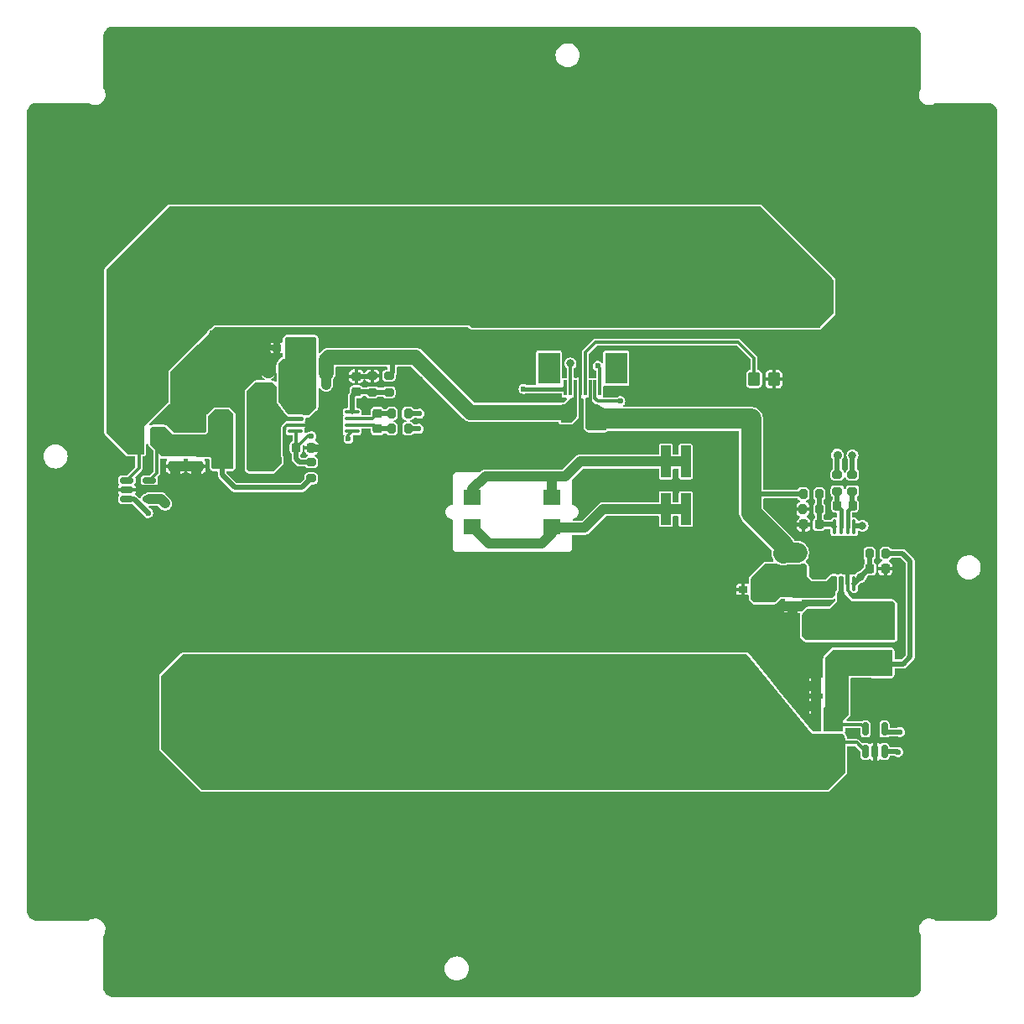
<source format=gbl>
G04 #@! TF.GenerationSoftware,KiCad,Pcbnew,8.0.2*
G04 #@! TF.CreationDate,2024-08-20T08:17:01+02:00*
G04 #@! TF.ProjectId,STS1_SIDEPANEL,53545331-5f53-4494-9445-50414e454c2e,rev?*
G04 #@! TF.SameCoordinates,Original*
G04 #@! TF.FileFunction,Copper,L4,Bot*
G04 #@! TF.FilePolarity,Positive*
%FSLAX46Y46*%
G04 Gerber Fmt 4.6, Leading zero omitted, Abs format (unit mm)*
G04 Created by KiCad (PCBNEW 8.0.2) date 2024-08-20 08:17:01*
%MOMM*%
%LPD*%
G01*
G04 APERTURE LIST*
G04 Aperture macros list*
%AMRoundRect*
0 Rectangle with rounded corners*
0 $1 Rounding radius*
0 $2 $3 $4 $5 $6 $7 $8 $9 X,Y pos of 4 corners*
0 Add a 4 corners polygon primitive as box body*
4,1,4,$2,$3,$4,$5,$6,$7,$8,$9,$2,$3,0*
0 Add four circle primitives for the rounded corners*
1,1,$1+$1,$2,$3*
1,1,$1+$1,$4,$5*
1,1,$1+$1,$6,$7*
1,1,$1+$1,$8,$9*
0 Add four rect primitives between the rounded corners*
20,1,$1+$1,$2,$3,$4,$5,0*
20,1,$1+$1,$4,$5,$6,$7,0*
20,1,$1+$1,$6,$7,$8,$9,0*
20,1,$1+$1,$8,$9,$2,$3,0*%
G04 Aperture macros list end*
G04 #@! TA.AperFunction,FiducialPad,Local*
%ADD10C,6.000000*%
G04 #@! TD*
G04 #@! TA.AperFunction,FiducialPad,Global*
%ADD11C,6.000000*%
G04 #@! TD*
G04 #@! TA.AperFunction,SMDPad,CuDef*
%ADD12RoundRect,0.250000X0.250000X0.475000X-0.250000X0.475000X-0.250000X-0.475000X0.250000X-0.475000X0*%
G04 #@! TD*
G04 #@! TA.AperFunction,SMDPad,CuDef*
%ADD13RoundRect,0.250000X-0.350000X-0.450000X0.350000X-0.450000X0.350000X0.450000X-0.350000X0.450000X0*%
G04 #@! TD*
G04 #@! TA.AperFunction,SMDPad,CuDef*
%ADD14R,1.000000X3.200000*%
G04 #@! TD*
G04 #@! TA.AperFunction,SMDPad,CuDef*
%ADD15R,1.800000X1.500000*%
G04 #@! TD*
G04 #@! TA.AperFunction,SMDPad,CuDef*
%ADD16RoundRect,0.250000X-0.475000X0.250000X-0.475000X-0.250000X0.475000X-0.250000X0.475000X0.250000X0*%
G04 #@! TD*
G04 #@! TA.AperFunction,SMDPad,CuDef*
%ADD17R,0.650000X0.950000*%
G04 #@! TD*
G04 #@! TA.AperFunction,SMDPad,CuDef*
%ADD18R,2.000000X1.950000*%
G04 #@! TD*
G04 #@! TA.AperFunction,SMDPad,CuDef*
%ADD19R,0.850000X0.650000*%
G04 #@! TD*
G04 #@! TA.AperFunction,SMDPad,CuDef*
%ADD20RoundRect,0.100000X0.100000X-0.637500X0.100000X0.637500X-0.100000X0.637500X-0.100000X-0.637500X0*%
G04 #@! TD*
G04 #@! TA.AperFunction,SMDPad,CuDef*
%ADD21RoundRect,0.200000X-0.200000X-0.275000X0.200000X-0.275000X0.200000X0.275000X-0.200000X0.275000X0*%
G04 #@! TD*
G04 #@! TA.AperFunction,SMDPad,CuDef*
%ADD22RoundRect,0.250000X-0.300000X0.300000X-0.300000X-0.300000X0.300000X-0.300000X0.300000X0.300000X0*%
G04 #@! TD*
G04 #@! TA.AperFunction,SMDPad,CuDef*
%ADD23RoundRect,0.200000X0.275000X-0.200000X0.275000X0.200000X-0.275000X0.200000X-0.275000X-0.200000X0*%
G04 #@! TD*
G04 #@! TA.AperFunction,SMDPad,CuDef*
%ADD24RoundRect,0.250000X0.450000X-0.262500X0.450000X0.262500X-0.450000X0.262500X-0.450000X-0.262500X0*%
G04 #@! TD*
G04 #@! TA.AperFunction,SMDPad,CuDef*
%ADD25RoundRect,0.150000X0.150000X-0.512500X0.150000X0.512500X-0.150000X0.512500X-0.150000X-0.512500X0*%
G04 #@! TD*
G04 #@! TA.AperFunction,SMDPad,CuDef*
%ADD26RoundRect,0.200000X-0.275000X0.200000X-0.275000X-0.200000X0.275000X-0.200000X0.275000X0.200000X0*%
G04 #@! TD*
G04 #@! TA.AperFunction,SMDPad,CuDef*
%ADD27RoundRect,0.250000X-0.450000X0.262500X-0.450000X-0.262500X0.450000X-0.262500X0.450000X0.262500X0*%
G04 #@! TD*
G04 #@! TA.AperFunction,SMDPad,CuDef*
%ADD28RoundRect,0.225000X0.250000X-0.225000X0.250000X0.225000X-0.250000X0.225000X-0.250000X-0.225000X0*%
G04 #@! TD*
G04 #@! TA.AperFunction,SMDPad,CuDef*
%ADD29RoundRect,0.225000X0.225000X0.250000X-0.225000X0.250000X-0.225000X-0.250000X0.225000X-0.250000X0*%
G04 #@! TD*
G04 #@! TA.AperFunction,SMDPad,CuDef*
%ADD30RoundRect,0.225000X-0.225000X-0.250000X0.225000X-0.250000X0.225000X0.250000X-0.225000X0.250000X0*%
G04 #@! TD*
G04 #@! TA.AperFunction,SMDPad,CuDef*
%ADD31RoundRect,0.200000X0.200000X0.275000X-0.200000X0.275000X-0.200000X-0.275000X0.200000X-0.275000X0*%
G04 #@! TD*
G04 #@! TA.AperFunction,SMDPad,CuDef*
%ADD32RoundRect,0.100000X-0.637500X-0.100000X0.637500X-0.100000X0.637500X0.100000X-0.637500X0.100000X0*%
G04 #@! TD*
G04 #@! TA.AperFunction,SMDPad,CuDef*
%ADD33R,0.300000X1.600000*%
G04 #@! TD*
G04 #@! TA.AperFunction,SMDPad,CuDef*
%ADD34R,2.240000X3.120000*%
G04 #@! TD*
G04 #@! TA.AperFunction,SMDPad,CuDef*
%ADD35RoundRect,0.250000X0.262500X0.450000X-0.262500X0.450000X-0.262500X-0.450000X0.262500X-0.450000X0*%
G04 #@! TD*
G04 #@! TA.AperFunction,SMDPad,CuDef*
%ADD36RoundRect,0.150000X-0.512500X-0.150000X0.512500X-0.150000X0.512500X0.150000X-0.512500X0.150000X0*%
G04 #@! TD*
G04 #@! TA.AperFunction,SMDPad,CuDef*
%ADD37R,5.500000X1.430000*%
G04 #@! TD*
G04 #@! TA.AperFunction,SMDPad,CuDef*
%ADD38R,1.430000X5.500000*%
G04 #@! TD*
G04 #@! TA.AperFunction,SMDPad,CuDef*
%ADD39RoundRect,0.250000X-0.262500X-0.450000X0.262500X-0.450000X0.262500X0.450000X-0.262500X0.450000X0*%
G04 #@! TD*
G04 #@! TA.AperFunction,SMDPad,CuDef*
%ADD40RoundRect,0.225000X-0.250000X0.225000X-0.250000X-0.225000X0.250000X-0.225000X0.250000X0.225000X0*%
G04 #@! TD*
G04 #@! TA.AperFunction,SMDPad,CuDef*
%ADD41RoundRect,0.250000X0.300000X0.300000X-0.300000X0.300000X-0.300000X-0.300000X0.300000X-0.300000X0*%
G04 #@! TD*
G04 #@! TA.AperFunction,ViaPad*
%ADD42C,0.600000*%
G04 #@! TD*
G04 #@! TA.AperFunction,ViaPad*
%ADD43C,0.800000*%
G04 #@! TD*
G04 #@! TA.AperFunction,ViaPad*
%ADD44C,0.900000*%
G04 #@! TD*
G04 #@! TA.AperFunction,Conductor*
%ADD45C,0.300000*%
G04 #@! TD*
G04 #@! TA.AperFunction,Conductor*
%ADD46C,0.500000*%
G04 #@! TD*
G04 #@! TA.AperFunction,Conductor*
%ADD47C,1.000000*%
G04 #@! TD*
G04 #@! TA.AperFunction,Conductor*
%ADD48C,0.750000*%
G04 #@! TD*
G04 #@! TA.AperFunction,Conductor*
%ADD49C,0.450000*%
G04 #@! TD*
G04 #@! TA.AperFunction,Conductor*
%ADD50C,1.500000*%
G04 #@! TD*
G04 #@! TA.AperFunction,Conductor*
%ADD51C,2.000000*%
G04 #@! TD*
G04 APERTURE END LIST*
D10*
X149101600Y-109977400D03*
D11*
X125101600Y-109977400D03*
X99101600Y-109977400D03*
D10*
X100969800Y-67343000D03*
D11*
X124969800Y-67343000D03*
X150969800Y-67343000D03*
D12*
X102250000Y-75225000D03*
X100350000Y-75225000D03*
D13*
X149425000Y-76100000D03*
X151425000Y-76100000D03*
D14*
X140526000Y-84420000D03*
X142526000Y-84420000D03*
X140526000Y-89220000D03*
X142526000Y-89220000D03*
D15*
X121000000Y-88000000D03*
X121000000Y-91000000D03*
D16*
X93100000Y-83000000D03*
X93100000Y-84900000D03*
D17*
X104605000Y-72925000D03*
D18*
X103280000Y-72925000D03*
D19*
X101225000Y-72925000D03*
D20*
X159508000Y-96734000D03*
X158858000Y-96734000D03*
X158208000Y-96734000D03*
X157558000Y-96734000D03*
X157558000Y-91009000D03*
X158208000Y-91009000D03*
X158858000Y-91009000D03*
X159508000Y-91009000D03*
D21*
X161071000Y-93696500D03*
X162721000Y-93696500D03*
D22*
X155546000Y-97376500D03*
X155546000Y-100176500D03*
D23*
X112550000Y-77415000D03*
X112550000Y-75765000D03*
D24*
X157400000Y-112787500D03*
X157400000Y-110962500D03*
D25*
X162592000Y-113687500D03*
X161642000Y-113687500D03*
X160692000Y-113687500D03*
X160692000Y-111412500D03*
X162592000Y-111412500D03*
D17*
X151690000Y-97310000D03*
D18*
X150365000Y-97310000D03*
D19*
X148310000Y-97310000D03*
D26*
X157832000Y-85759500D03*
X157832000Y-87409500D03*
D27*
X153781000Y-93546000D03*
X153781000Y-95371000D03*
D28*
X109280000Y-77365000D03*
X109280000Y-75815000D03*
D26*
X104725000Y-84475000D03*
X104725000Y-86125000D03*
D29*
X155975000Y-90780000D03*
X154425000Y-90780000D03*
D16*
X91000000Y-82975000D03*
X91000000Y-84875000D03*
D30*
X157819000Y-88870500D03*
X159369000Y-88870500D03*
D31*
X156025000Y-87680000D03*
X154375000Y-87680000D03*
D26*
X159356000Y-85759500D03*
X159356000Y-87409500D03*
D21*
X154355000Y-89230000D03*
X156005000Y-89230000D03*
D15*
X129000000Y-88000000D03*
X129000000Y-91000000D03*
D32*
X103118900Y-81373000D03*
X103118900Y-80723000D03*
X103118900Y-80073000D03*
X103118900Y-79423000D03*
X108843900Y-79423000D03*
X108843900Y-80073000D03*
X108843900Y-80723000D03*
X108843900Y-81373000D03*
D33*
X130362000Y-76980000D03*
X130862000Y-76980000D03*
X131362000Y-76980000D03*
X131862000Y-76980000D03*
X132362000Y-76980000D03*
X132862000Y-76980000D03*
X133362000Y-76980000D03*
X133862000Y-76980000D03*
D34*
X128715000Y-75000000D03*
X135509000Y-75000000D03*
D12*
X157575000Y-109100000D03*
X155675000Y-109100000D03*
D35*
X106262500Y-75200000D03*
X104437500Y-75200000D03*
D29*
X162671000Y-95220500D03*
X161121000Y-95220500D03*
D36*
X86112500Y-88200000D03*
X86112500Y-87250000D03*
X86112500Y-86300000D03*
X88387500Y-86300000D03*
X88387500Y-88200000D03*
D37*
X160350000Y-104595000D03*
X160350000Y-100555000D03*
D29*
X104749800Y-83014200D03*
X103199800Y-83014200D03*
D38*
X95727500Y-82175000D03*
X99767500Y-82175000D03*
D12*
X157575000Y-107050000D03*
X155675000Y-107050000D03*
D39*
X87312500Y-81925000D03*
X89137500Y-81925000D03*
D16*
X153330000Y-97120000D03*
X153330000Y-99020000D03*
D40*
X111400000Y-79550000D03*
X111400000Y-81100000D03*
D41*
X103000000Y-77425000D03*
X100200000Y-77425000D03*
D31*
X114495000Y-79570000D03*
X112845000Y-79570000D03*
D26*
X110870000Y-75775000D03*
X110870000Y-77425000D03*
D31*
X114500000Y-81110000D03*
X112850000Y-81110000D03*
D42*
X128960000Y-136400000D03*
X168200000Y-75500000D03*
X99800000Y-41470000D03*
X118500000Y-133400000D03*
X78820000Y-106910000D03*
X101300000Y-42970000D03*
X78780000Y-113060000D03*
X127460000Y-134900000D03*
X78800000Y-73520000D03*
X78820000Y-103910000D03*
X81780000Y-117560000D03*
X148800000Y-137900000D03*
X168200000Y-57000000D03*
X101000000Y-137900000D03*
X171240000Y-92000000D03*
X168200000Y-77000000D03*
X80320000Y-106910000D03*
X134960000Y-134900000D03*
X171200000Y-55500000D03*
X134540000Y-41460000D03*
X78810000Y-119140000D03*
X130460000Y-136400000D03*
X171200000Y-71000000D03*
X87840000Y-42970000D03*
X125900000Y-136400000D03*
X133040000Y-41460000D03*
X102500000Y-133400000D03*
X151800000Y-137900000D03*
X93900000Y-41470000D03*
X151780000Y-41840000D03*
X121080000Y-41460000D03*
X133460000Y-133400000D03*
X169700000Y-75500000D03*
X78820000Y-99410000D03*
X81830000Y-62620000D03*
X168200000Y-121000000D03*
X147280000Y-41840000D03*
X171200000Y-98500000D03*
X168200000Y-104500000D03*
X80350000Y-56160000D03*
X81820000Y-105410000D03*
X124500000Y-134900000D03*
X169700000Y-58500000D03*
X78830000Y-68620000D03*
X168200000Y-61500000D03*
X151780000Y-43340000D03*
X89400000Y-41470000D03*
X78850000Y-54660000D03*
X130460000Y-137900000D03*
X81820000Y-100910000D03*
X168200000Y-124000000D03*
X81830000Y-67120000D03*
X90900000Y-41470000D03*
X127040000Y-41460000D03*
X90900000Y-42970000D03*
X80350000Y-59160000D03*
X134960000Y-137900000D03*
X130460000Y-133400000D03*
X80280000Y-111560000D03*
X81830000Y-65620000D03*
X169700000Y-113500000D03*
X168200000Y-125500000D03*
X168240000Y-90500000D03*
X171200000Y-113500000D03*
X81820000Y-93020000D03*
X81780000Y-116060000D03*
X78820000Y-87120000D03*
X123000000Y-133400000D03*
X86440000Y-41470000D03*
X147240000Y-136400000D03*
X80330000Y-61220000D03*
X98000000Y-136400000D03*
X169700000Y-125500000D03*
X117000000Y-136400000D03*
X81830000Y-70120000D03*
X150300000Y-133400000D03*
X169700000Y-119500000D03*
X78800000Y-79520000D03*
X171200000Y-101500000D03*
X120000000Y-137900000D03*
X119580000Y-41460000D03*
X78850000Y-53160000D03*
X124500000Y-137900000D03*
X133460000Y-136400000D03*
X81780000Y-110060000D03*
X93900000Y-42970000D03*
X169700000Y-100000000D03*
X80280000Y-117560000D03*
X81780000Y-108660000D03*
X115080000Y-42960000D03*
X78810000Y-125040000D03*
X171200000Y-81500000D03*
X150300000Y-136400000D03*
X128540000Y-42960000D03*
X131960000Y-137900000D03*
X168200000Y-80000000D03*
X171240000Y-86000000D03*
X151800000Y-134900000D03*
X169700000Y-81500000D03*
X159200000Y-137900000D03*
X81810000Y-128040000D03*
X118080000Y-41460000D03*
X159200000Y-134900000D03*
X168200000Y-118000000D03*
X169740000Y-92000000D03*
X171200000Y-124000000D03*
X98000000Y-133400000D03*
X92400000Y-41470000D03*
X148800000Y-134900000D03*
X169700000Y-124000000D03*
X168200000Y-103000000D03*
X171200000Y-72500000D03*
X157700000Y-137900000D03*
X130460000Y-134900000D03*
X81820000Y-88520000D03*
X78850000Y-56160000D03*
X80320000Y-103910000D03*
X80330000Y-65620000D03*
X81780000Y-114560000D03*
X133460000Y-134900000D03*
X169700000Y-60000000D03*
X98000000Y-137900000D03*
X150280000Y-43340000D03*
X78780000Y-116060000D03*
X102800000Y-42970000D03*
X80330000Y-68620000D03*
X122580000Y-42960000D03*
X127040000Y-42960000D03*
X118500000Y-137900000D03*
X101000000Y-136400000D03*
X80320000Y-87120000D03*
X102800000Y-41470000D03*
X81800000Y-72120000D03*
X169700000Y-118000000D03*
X78820000Y-88520000D03*
X78820000Y-98010000D03*
X171200000Y-57000000D03*
X169740000Y-90500000D03*
X115080000Y-41460000D03*
X78820000Y-100910000D03*
X169700000Y-115000000D03*
X128960000Y-137900000D03*
X80300000Y-75020000D03*
X81820000Y-90020000D03*
X168200000Y-115000000D03*
X80310000Y-122040000D03*
X171200000Y-122500000D03*
X78820000Y-105410000D03*
X81820000Y-87120000D03*
X160700000Y-133400000D03*
X123000000Y-134900000D03*
X80350000Y-53160000D03*
X127460000Y-136400000D03*
X171200000Y-127000000D03*
X131960000Y-133400000D03*
X96500000Y-133400000D03*
X81820000Y-91520000D03*
X116580000Y-41460000D03*
X81800000Y-78020000D03*
X81830000Y-64120000D03*
X117000000Y-134900000D03*
X78780000Y-110060000D03*
X125900000Y-133400000D03*
X125540000Y-41460000D03*
X81810000Y-125040000D03*
X81780000Y-113060000D03*
X98300000Y-41470000D03*
X81820000Y-94520000D03*
X78850000Y-50260000D03*
X147240000Y-137900000D03*
X78820000Y-93020000D03*
X99500000Y-136400000D03*
X80320000Y-99410000D03*
X98300000Y-42970000D03*
X118080000Y-42960000D03*
X80320000Y-105410000D03*
X171200000Y-125500000D03*
X171240000Y-90500000D03*
X160700000Y-137900000D03*
X150300000Y-134900000D03*
X169740000Y-89000000D03*
X80300000Y-72120000D03*
X160700000Y-134900000D03*
X171240000Y-87500000D03*
X159200000Y-136400000D03*
X154800000Y-136400000D03*
X148800000Y-136400000D03*
X81850000Y-54660000D03*
X80310000Y-119140000D03*
X124140000Y-42960000D03*
X169700000Y-71000000D03*
X154800000Y-137900000D03*
X80330000Y-62620000D03*
X99500000Y-133400000D03*
X80300000Y-79520000D03*
X171200000Y-61500000D03*
X134540000Y-42960000D03*
X102500000Y-136400000D03*
X162200000Y-133400000D03*
X169700000Y-77000000D03*
X81820000Y-96020000D03*
X80310000Y-128040000D03*
X124500000Y-136400000D03*
X156300000Y-133400000D03*
X99800000Y-42970000D03*
X121500000Y-134900000D03*
X125900000Y-134900000D03*
X169700000Y-116500000D03*
X78810000Y-120540000D03*
X163600000Y-136400000D03*
X99500000Y-134900000D03*
X81850000Y-50260000D03*
X128540000Y-41460000D03*
X171200000Y-52600000D03*
X169740000Y-86000000D03*
X80300000Y-76520000D03*
X81850000Y-59160000D03*
X168200000Y-100000000D03*
X80280000Y-114560000D03*
X171200000Y-115000000D03*
X78820000Y-102410000D03*
X125900000Y-137900000D03*
X171200000Y-121000000D03*
X117000000Y-137900000D03*
X81800000Y-75020000D03*
X147240000Y-134900000D03*
X153300000Y-134900000D03*
X157700000Y-133400000D03*
X80280000Y-113060000D03*
X150300000Y-137900000D03*
X87840000Y-41470000D03*
X171200000Y-77000000D03*
X78810000Y-126540000D03*
X169740000Y-84500000D03*
X147240000Y-133400000D03*
X80320000Y-94520000D03*
X98000000Y-134900000D03*
X169700000Y-97000000D03*
X80300000Y-78020000D03*
X171240000Y-84500000D03*
X115230000Y-137900000D03*
X168240000Y-84500000D03*
X101300000Y-41470000D03*
X80300000Y-73520000D03*
X96500000Y-137900000D03*
X151800000Y-133400000D03*
X168200000Y-71000000D03*
X168200000Y-81500000D03*
X78780000Y-108660000D03*
X95400000Y-42970000D03*
X168200000Y-97000000D03*
X81810000Y-126540000D03*
X168200000Y-54000000D03*
X78830000Y-70120000D03*
X168200000Y-74000000D03*
X117000000Y-133400000D03*
X168200000Y-107500000D03*
X171200000Y-109000000D03*
X169700000Y-98500000D03*
X157700000Y-134900000D03*
X156300000Y-136400000D03*
X169700000Y-61500000D03*
X154800000Y-134900000D03*
X171200000Y-119500000D03*
X81850000Y-56160000D03*
X171200000Y-75500000D03*
X121500000Y-133400000D03*
X81850000Y-51660000D03*
X171200000Y-112000000D03*
X81850000Y-57660000D03*
X81810000Y-119140000D03*
X171240000Y-83000000D03*
X80280000Y-108660000D03*
X80350000Y-50260000D03*
X171200000Y-106000000D03*
X96900000Y-41470000D03*
X127460000Y-133400000D03*
X148780000Y-43340000D03*
X78830000Y-61220000D03*
X89400000Y-42970000D03*
X169700000Y-57000000D03*
X171200000Y-118000000D03*
X81820000Y-102410000D03*
X80320000Y-96020000D03*
X80310000Y-123540000D03*
X81800000Y-81020000D03*
X121080000Y-42960000D03*
X119580000Y-42960000D03*
X153300000Y-133400000D03*
X81800000Y-79520000D03*
X78820000Y-94520000D03*
X81830000Y-61220000D03*
X168200000Y-110500000D03*
X168240000Y-86000000D03*
X171200000Y-58500000D03*
X99500000Y-137900000D03*
X80280000Y-110060000D03*
X78810000Y-123540000D03*
X168200000Y-106000000D03*
X121500000Y-136400000D03*
X114000000Y-133400000D03*
X171200000Y-104500000D03*
X81810000Y-123540000D03*
X80310000Y-125040000D03*
X169700000Y-80000000D03*
X171200000Y-54000000D03*
X80350000Y-54660000D03*
X153280000Y-41840000D03*
X121500000Y-137900000D03*
X169700000Y-110500000D03*
X169700000Y-103000000D03*
X81810000Y-120540000D03*
X150280000Y-41840000D03*
X168200000Y-119500000D03*
X160700000Y-136400000D03*
X156300000Y-134900000D03*
X171200000Y-100000000D03*
X81810000Y-122040000D03*
X80330000Y-70120000D03*
X169700000Y-121000000D03*
X80300000Y-81020000D03*
X120000000Y-133400000D03*
X122580000Y-41460000D03*
X78800000Y-76520000D03*
X131960000Y-134900000D03*
X124140000Y-41460000D03*
X154800000Y-133400000D03*
X127460000Y-137900000D03*
X169700000Y-112000000D03*
X163600000Y-137900000D03*
X169700000Y-101500000D03*
X115500000Y-133400000D03*
X128960000Y-134900000D03*
X133040000Y-42960000D03*
X171200000Y-107500000D03*
X168240000Y-92000000D03*
X81850000Y-53160000D03*
X162200000Y-134900000D03*
X168240000Y-89000000D03*
X169700000Y-104500000D03*
X116580000Y-42960000D03*
X169700000Y-109000000D03*
X81780000Y-111560000D03*
X78810000Y-128040000D03*
X169700000Y-122500000D03*
X168200000Y-98500000D03*
X78820000Y-91520000D03*
X102500000Y-134900000D03*
X78800000Y-72120000D03*
X123000000Y-136400000D03*
X128960000Y-133400000D03*
X115500000Y-136400000D03*
X168200000Y-127000000D03*
X169740000Y-87500000D03*
X96500000Y-136400000D03*
X168200000Y-101500000D03*
X81820000Y-98010000D03*
X168200000Y-112000000D03*
X78810000Y-122040000D03*
X115500000Y-134900000D03*
X168200000Y-122500000D03*
X169700000Y-107500000D03*
X80320000Y-98010000D03*
X156300000Y-137900000D03*
X125540000Y-42960000D03*
X153280000Y-43340000D03*
X81820000Y-106910000D03*
X168200000Y-109000000D03*
X78780000Y-111560000D03*
X171240000Y-89000000D03*
X169700000Y-78500000D03*
X163600000Y-133400000D03*
X168200000Y-116500000D03*
X78830000Y-67120000D03*
X92400000Y-42970000D03*
X147280000Y-43340000D03*
X153300000Y-137900000D03*
X96500000Y-134900000D03*
X81800000Y-73520000D03*
X80320000Y-88520000D03*
X78850000Y-59160000D03*
X80320000Y-100910000D03*
X80320000Y-91520000D03*
X80310000Y-120540000D03*
X162200000Y-136400000D03*
X148780000Y-41840000D03*
X171200000Y-110500000D03*
X171200000Y-97000000D03*
X171200000Y-74000000D03*
X171200000Y-60000000D03*
X157700000Y-136400000D03*
X168200000Y-52600000D03*
X168200000Y-60000000D03*
X169700000Y-127000000D03*
X171200000Y-103000000D03*
X168200000Y-113500000D03*
X134960000Y-133400000D03*
X80350000Y-57660000D03*
X81830000Y-68620000D03*
X124500000Y-133400000D03*
X171200000Y-78500000D03*
X80330000Y-64120000D03*
X81820000Y-103910000D03*
X81820000Y-99410000D03*
X169700000Y-52600000D03*
X162200000Y-137900000D03*
X80330000Y-67120000D03*
X169700000Y-54000000D03*
X168200000Y-78500000D03*
X101000000Y-134900000D03*
X159200000Y-133400000D03*
X168240000Y-87500000D03*
X78800000Y-75020000D03*
X80320000Y-102410000D03*
X80280000Y-116060000D03*
X78820000Y-96020000D03*
X86440000Y-42970000D03*
X169700000Y-72500000D03*
X168240000Y-83000000D03*
X78780000Y-117560000D03*
X78830000Y-64120000D03*
X78850000Y-57660000D03*
X151800000Y-136400000D03*
X133460000Y-137900000D03*
X78830000Y-65620000D03*
X78800000Y-78020000D03*
X168200000Y-55500000D03*
X153300000Y-136400000D03*
X123000000Y-137900000D03*
X95400000Y-41470000D03*
X96900000Y-42970000D03*
X134960000Y-136400000D03*
X171200000Y-80000000D03*
X168200000Y-58500000D03*
X169700000Y-55500000D03*
X80350000Y-51660000D03*
X78780000Y-114560000D03*
X101000000Y-133400000D03*
X80320000Y-90020000D03*
X80320000Y-93020000D03*
X102500000Y-137900000D03*
X78820000Y-90020000D03*
X169700000Y-74000000D03*
X78850000Y-51660000D03*
X171200000Y-116500000D03*
X163600000Y-134900000D03*
X168200000Y-72500000D03*
X169700000Y-106000000D03*
X78830000Y-62620000D03*
X169740000Y-83000000D03*
X81800000Y-76520000D03*
X78800000Y-81020000D03*
X80310000Y-126540000D03*
X148800000Y-133400000D03*
X131960000Y-136400000D03*
X109000000Y-99700000D03*
X92000000Y-101200000D03*
X110500000Y-99700000D03*
X128500000Y-101200000D03*
X104500000Y-96700000D03*
X103000000Y-101200000D03*
X113500000Y-101210000D03*
X124000000Y-98200000D03*
X104500000Y-99700000D03*
X155775000Y-84725000D03*
X110330000Y-86240000D03*
X115000000Y-99700000D03*
X92000000Y-99700000D03*
X119020000Y-73470000D03*
X157766000Y-92802000D03*
X94700000Y-71475000D03*
X122500000Y-96700000D03*
X93500000Y-96700000D03*
X120520000Y-74970000D03*
X105280000Y-80735000D03*
X109000000Y-101200000D03*
X112000000Y-99700000D03*
X99200000Y-72975000D03*
X151920000Y-102050000D03*
X104500000Y-101200000D03*
X97000000Y-99700000D03*
X119500000Y-98200000D03*
X148000000Y-98700000D03*
X136000000Y-103200000D03*
X115000000Y-98200000D03*
X162600000Y-96750000D03*
X122020000Y-74970000D03*
X99200000Y-74475000D03*
X97000000Y-101200000D03*
X107500000Y-99700000D03*
X139000000Y-98700000D03*
X100000000Y-98200000D03*
X119500000Y-99700000D03*
X87500000Y-96700000D03*
X131225000Y-72950000D03*
X143500000Y-103200000D03*
X121000000Y-98200000D03*
X139000000Y-101700000D03*
X106000000Y-96700000D03*
X109000000Y-96700000D03*
X111830000Y-87740000D03*
X154025000Y-107050000D03*
X112000000Y-96700000D03*
X145000000Y-103200000D03*
X89000000Y-99700000D03*
X148000000Y-100200000D03*
X110500000Y-96700000D03*
X142000000Y-103200000D03*
X164250000Y-96750000D03*
X153420000Y-100550000D03*
X96200000Y-72975000D03*
X109000000Y-98200000D03*
X95500000Y-101200000D03*
X125500000Y-101200000D03*
X132650000Y-83300000D03*
X95500000Y-98200000D03*
X125500000Y-96700000D03*
X103000000Y-98200000D03*
X127000000Y-98200000D03*
X101500000Y-99700000D03*
X116500000Y-98200000D03*
X137500000Y-101700000D03*
X153420000Y-102050000D03*
X111830000Y-84740000D03*
X153425000Y-103700000D03*
X143500000Y-100200000D03*
X119020000Y-71970000D03*
X159290000Y-94326000D03*
X118000000Y-101200000D03*
X114200000Y-77765000D03*
X124000000Y-99700000D03*
X115000000Y-96700000D03*
X128500000Y-96700000D03*
X97000000Y-96700000D03*
X110500000Y-98200000D03*
X106000000Y-101200000D03*
X113500000Y-98210000D03*
X95500000Y-99700000D03*
X86000000Y-96700000D03*
X96200000Y-71475000D03*
X111830000Y-86240000D03*
X100000000Y-101200000D03*
X114830000Y-86240000D03*
X131858000Y-72925000D03*
X122500000Y-101200000D03*
X106000000Y-99700000D03*
X121000000Y-96700000D03*
X127000000Y-99700000D03*
X115700000Y-76135000D03*
X164250000Y-95226000D03*
X123520000Y-71970000D03*
X106920000Y-80730000D03*
X113330000Y-87740000D03*
X134500000Y-98700000D03*
X114200000Y-76125000D03*
X93500000Y-101200000D03*
X118000000Y-96700000D03*
X119500000Y-101200000D03*
X130000000Y-98200000D03*
X146500000Y-100200000D03*
X119500000Y-96700000D03*
X107660000Y-76205000D03*
X148000000Y-101700000D03*
X115700000Y-77775000D03*
X125500000Y-98200000D03*
X130000000Y-96700000D03*
X140500000Y-103200000D03*
X121000000Y-99700000D03*
X90500000Y-98200000D03*
X90500000Y-96700000D03*
X101500000Y-101200000D03*
X87500000Y-99700000D03*
X142000000Y-100200000D03*
X137500000Y-100200000D03*
X110330000Y-87740000D03*
X94700000Y-72975000D03*
X122500000Y-99700000D03*
X99200000Y-71475000D03*
X107500000Y-101200000D03*
X107500000Y-98200000D03*
X100000000Y-96700000D03*
X142000000Y-101700000D03*
X120520000Y-73470000D03*
X146500000Y-103200000D03*
X122020000Y-73470000D03*
X97700000Y-72975000D03*
X122500000Y-98200000D03*
X130575000Y-72950000D03*
X94700000Y-74475000D03*
X136000000Y-101700000D03*
X140500000Y-98700000D03*
X136000000Y-100200000D03*
X130000000Y-101200000D03*
X116500000Y-101200000D03*
X145000000Y-98700000D03*
X110330000Y-84740000D03*
X102394000Y-84166000D03*
X161076000Y-96750000D03*
X131150000Y-83300000D03*
X112000000Y-98200000D03*
X142000000Y-98700000D03*
X101500000Y-96700000D03*
X107500000Y-96700000D03*
X113500000Y-99710000D03*
X98500000Y-98200000D03*
X134500000Y-101700000D03*
X90500000Y-101200000D03*
X116500000Y-96700000D03*
X157766000Y-94326000D03*
X115000000Y-101200000D03*
X103000000Y-96700000D03*
X95500000Y-96700000D03*
X137500000Y-103200000D03*
X86000000Y-98200000D03*
X112000000Y-101200000D03*
X106150000Y-77815000D03*
X139000000Y-100200000D03*
X86000000Y-101200000D03*
X113330000Y-84740000D03*
X128500000Y-98200000D03*
X100000000Y-99700000D03*
X146500000Y-98700000D03*
X124000000Y-101200000D03*
X125500000Y-99700000D03*
X140500000Y-100200000D03*
X124000000Y-96700000D03*
X104500000Y-98200000D03*
X90500000Y-99700000D03*
X97700000Y-71475000D03*
X103000000Y-99700000D03*
X105750000Y-83025000D03*
X105890000Y-79360000D03*
X140500000Y-101700000D03*
X127000000Y-96700000D03*
X114830000Y-87740000D03*
X86000000Y-99700000D03*
X113500000Y-96710000D03*
X106000000Y-98200000D03*
X136000000Y-98700000D03*
X120520000Y-71970000D03*
X93500000Y-98200000D03*
X118000000Y-98200000D03*
X118000000Y-99700000D03*
X110500000Y-101200000D03*
X130000000Y-99700000D03*
X92000000Y-98200000D03*
X127000000Y-101200000D03*
X97700000Y-74475000D03*
X93500000Y-99700000D03*
X137500000Y-98700000D03*
X89000000Y-101200000D03*
X134500000Y-100200000D03*
X98500000Y-101200000D03*
X119020000Y-74970000D03*
X122020000Y-71970000D03*
X98500000Y-96700000D03*
X154025000Y-109075000D03*
X121000000Y-101200000D03*
X139000000Y-103200000D03*
X143500000Y-101700000D03*
X145000000Y-101700000D03*
X116500000Y-99700000D03*
X128500000Y-99700000D03*
X97000000Y-98200000D03*
X89000000Y-98200000D03*
X87500000Y-98200000D03*
X123520000Y-74970000D03*
X113330000Y-86240000D03*
X101500000Y-98200000D03*
X123520000Y-73470000D03*
X87500000Y-101200000D03*
X106920000Y-79380000D03*
X114830000Y-84740000D03*
X153425000Y-105200000D03*
X96200000Y-74475000D03*
X155734000Y-85710000D03*
X161068000Y-97882000D03*
X159290000Y-92802000D03*
X98500000Y-99700000D03*
X156550000Y-84720000D03*
X89000000Y-96700000D03*
X92000000Y-96700000D03*
X129650000Y-83300000D03*
X134500000Y-103200000D03*
D43*
X129000000Y-85940958D03*
D42*
X126150000Y-77075000D03*
X88250000Y-89625000D03*
D43*
X130900000Y-74525000D03*
D44*
X89975000Y-88650000D03*
D42*
X115650000Y-79575000D03*
D44*
X106225000Y-76650000D03*
X157850000Y-83775000D03*
D42*
X164150000Y-111725000D03*
D44*
X153050000Y-93696500D03*
D42*
X163975000Y-113750000D03*
X135922000Y-78324000D03*
X133636000Y-74768000D03*
D43*
X160188750Y-96053250D03*
X160372000Y-90902500D03*
X152150000Y-95350000D03*
X159356000Y-83790500D03*
X132300000Y-91100000D03*
D42*
X115550000Y-81115000D03*
X104550000Y-76425000D03*
X108475000Y-82125000D03*
X104740000Y-81850000D03*
D45*
X131862000Y-73587000D02*
X131858000Y-73583000D01*
X158858000Y-97471499D02*
X159522501Y-98136000D01*
D46*
X109280000Y-75815000D02*
X110830000Y-75815000D01*
D45*
X103118900Y-80723000D02*
X105268000Y-80723000D01*
X131862000Y-74100000D02*
X131862000Y-73950000D01*
X131862000Y-73950000D02*
X131575000Y-73950000D01*
X103118900Y-80723000D02*
X102281000Y-80723000D01*
X131858000Y-73583000D02*
X131858000Y-72925000D01*
X102140000Y-80864000D02*
X102031400Y-80972600D01*
D46*
X110830000Y-75815000D02*
X110870000Y-75775000D01*
D45*
X131862000Y-74100000D02*
X131862000Y-73587000D01*
D47*
X93100000Y-84900000D02*
X93100000Y-85975000D01*
D45*
X131862000Y-73587000D02*
X131225000Y-72950000D01*
X131862000Y-72994000D02*
X131858000Y-72990000D01*
X159522501Y-98136000D02*
X160814000Y-98136000D01*
X160814000Y-98136000D02*
X161068000Y-97882000D01*
D48*
X105739200Y-83014200D02*
X105750000Y-83025000D01*
D45*
X158858000Y-96734000D02*
X158858000Y-97471499D01*
X131862000Y-74264000D02*
X131862000Y-74100000D01*
D47*
X93075000Y-84875000D02*
X93100000Y-84900000D01*
D45*
X102031400Y-83803400D02*
X102394000Y-84166000D01*
D47*
X91000000Y-84875000D02*
X93075000Y-84875000D01*
X91000000Y-84875000D02*
X91000000Y-85975000D01*
D45*
X131575000Y-73950000D02*
X130575000Y-72950000D01*
X102031400Y-80972600D02*
X102031400Y-83803400D01*
D48*
X104749800Y-83014200D02*
X105739200Y-83014200D01*
D45*
X102281000Y-80723000D02*
X102140000Y-80864000D01*
X105268000Y-80723000D02*
X105280000Y-80735000D01*
X131862000Y-76980000D02*
X131862000Y-74264000D01*
D47*
X129000000Y-85940958D02*
X129000000Y-88000000D01*
X129000000Y-85940958D02*
X130330958Y-85940958D01*
X128979521Y-85920479D02*
X129000000Y-85940958D01*
X130330958Y-85940958D02*
X131851916Y-84420000D01*
X121000000Y-87200000D02*
X121000000Y-88000000D01*
X128979521Y-85920479D02*
X122279521Y-85920479D01*
X131851916Y-84420000D02*
X140526000Y-84420000D01*
X142526000Y-84420000D02*
X140526000Y-84420000D01*
X122279521Y-85920479D02*
X121000000Y-87200000D01*
D46*
X156025000Y-87680000D02*
X156025000Y-90730000D01*
X157304000Y-90780000D02*
X157533000Y-91009000D01*
X155975000Y-90780000D02*
X157304000Y-90780000D01*
X156025000Y-90730000D02*
X155975000Y-90780000D01*
D45*
X87312500Y-81925000D02*
X87312500Y-85100000D01*
D49*
X130192000Y-77075000D02*
X130287000Y-76980000D01*
D45*
X87312500Y-85100000D02*
X86112500Y-86300000D01*
D49*
X126150000Y-77075000D02*
X130192000Y-77075000D01*
D45*
X130862000Y-74563000D02*
X130900000Y-74525000D01*
D46*
X86825000Y-88200000D02*
X86112500Y-88200000D01*
D45*
X130862000Y-76980000D02*
X130862000Y-74563000D01*
D46*
X88250000Y-89625000D02*
X86825000Y-88200000D01*
D50*
X120782767Y-79450000D02*
X130512000Y-79450000D01*
D45*
X131362000Y-76980000D02*
X131362000Y-78750000D01*
D50*
X130512000Y-79450000D02*
X130587000Y-79525000D01*
D47*
X106225000Y-75475000D02*
X106210000Y-75460000D01*
D46*
X115645000Y-79570000D02*
X115650000Y-79575000D01*
X114495000Y-79570000D02*
X115645000Y-79570000D01*
X112890000Y-75425000D02*
X112890000Y-73910000D01*
D50*
X106210000Y-75460000D02*
X106210000Y-74170000D01*
D46*
X110950000Y-73960000D02*
X110900000Y-73910000D01*
D50*
X112890000Y-73910000D02*
X115242767Y-73910000D01*
D47*
X89525000Y-88200000D02*
X88387500Y-88200000D01*
D45*
X131362000Y-78750000D02*
X130587000Y-79525000D01*
D47*
X89975000Y-88650000D02*
X89525000Y-88200000D01*
D50*
X110900000Y-73910000D02*
X112890000Y-73910000D01*
D47*
X106225000Y-76650000D02*
X106225000Y-75475000D01*
D50*
X106470000Y-73910000D02*
X110900000Y-73910000D01*
D46*
X112550000Y-75765000D02*
X112890000Y-75425000D01*
D50*
X115242767Y-73910000D02*
X120782767Y-79450000D01*
D49*
X158208000Y-89259500D02*
X157819000Y-88870500D01*
D46*
X157832000Y-87409500D02*
X157832000Y-88857500D01*
X157832000Y-88857500D02*
X157819000Y-88870500D01*
D49*
X158208000Y-91009000D02*
X158208000Y-89259500D01*
D45*
X132362000Y-76980000D02*
X132362000Y-73413000D01*
X133400000Y-72375000D02*
X147825000Y-72375000D01*
X149425000Y-73975000D02*
X149425000Y-76100000D01*
X147825000Y-72375000D02*
X149425000Y-73975000D01*
X132362000Y-73413000D02*
X133400000Y-72375000D01*
D51*
X149130000Y-89610012D02*
X151741994Y-92222006D01*
X133752000Y-80102000D02*
X133725000Y-80075000D01*
D46*
X157834500Y-83790500D02*
X157850000Y-83775000D01*
D45*
X132862000Y-79212000D02*
X132862000Y-76980000D01*
D46*
X149200000Y-87680000D02*
X149130000Y-87750000D01*
X162904500Y-111725000D02*
X162592000Y-111412500D01*
D51*
X153781000Y-93633500D02*
X152433000Y-93633500D01*
D46*
X157832000Y-85759500D02*
X157832000Y-83790500D01*
X157832000Y-83790500D02*
X157834500Y-83790500D01*
D51*
X149130000Y-87750000D02*
X149130000Y-89610012D01*
D46*
X164150000Y-111725000D02*
X162904500Y-111725000D01*
D51*
X151741994Y-92222006D02*
X152433000Y-92913012D01*
X149130000Y-80102000D02*
X149130000Y-87750000D01*
D46*
X154213000Y-93201500D02*
X153781000Y-93633500D01*
D51*
X152433000Y-93633500D02*
X152370000Y-93696500D01*
X149130000Y-80102000D02*
X133752000Y-80102000D01*
D45*
X133725000Y-80075000D02*
X132862000Y-79212000D01*
D51*
X152433000Y-92913012D02*
X152433000Y-93633500D01*
D46*
X154375000Y-87680000D02*
X149200000Y-87680000D01*
D45*
X133636000Y-78324000D02*
X133362000Y-78050000D01*
X133362000Y-76980000D02*
X133362000Y-78050000D01*
X135922000Y-78324000D02*
X133636000Y-78324000D01*
D46*
X163975000Y-113750000D02*
X163912500Y-113687500D01*
X163912500Y-113687500D02*
X162592000Y-113687500D01*
D45*
X157400000Y-112787500D02*
X159792000Y-112787500D01*
X133862000Y-76980000D02*
X133862000Y-74994000D01*
X159792000Y-112787500D02*
X160692000Y-113687500D01*
X133862000Y-74994000D02*
X133636000Y-74768000D01*
D49*
X158858000Y-91009000D02*
X158858000Y-89381500D01*
X158858000Y-89381500D02*
X159369000Y-88870500D01*
D46*
X159356000Y-87409500D02*
X159356000Y-88857500D01*
X159356000Y-88857500D02*
X159369000Y-88870500D01*
X161121000Y-95220500D02*
X161021500Y-95220500D01*
X161021500Y-95220500D02*
X159508000Y-96734000D01*
X161071000Y-95170500D02*
X161121000Y-95220500D01*
X159614500Y-90902500D02*
X159533000Y-90984000D01*
X161071000Y-93696500D02*
X161071000Y-95170500D01*
X160372000Y-90902500D02*
X159614500Y-90902500D01*
X159533000Y-90984000D02*
X159533000Y-91009000D01*
X159356000Y-85759500D02*
X159356000Y-83790500D01*
D45*
X157400000Y-110962500D02*
X160242000Y-110962500D01*
D46*
X165198000Y-104110500D02*
X165198000Y-94458500D01*
X160350000Y-104595000D02*
X160603500Y-104848500D01*
X164460000Y-104848500D02*
X165198000Y-104110500D01*
D45*
X160242000Y-110962500D02*
X160692000Y-111412500D01*
D46*
X160603500Y-104848500D02*
X164460000Y-104848500D01*
X164436000Y-93696500D02*
X162721000Y-93696500D01*
X165198000Y-94458500D02*
X164436000Y-93696500D01*
D47*
X129100000Y-91100000D02*
X129000000Y-91000000D01*
X140526000Y-89220000D02*
X134180000Y-89220000D01*
X128000000Y-92700000D02*
X129000000Y-91700000D01*
X132300000Y-91100000D02*
X129100000Y-91100000D01*
X122700000Y-92700000D02*
X128000000Y-92700000D01*
X134180000Y-89220000D02*
X132300000Y-91100000D01*
X129000000Y-91700000D02*
X129000000Y-91000000D01*
X142526000Y-89220000D02*
X140526000Y-89220000D01*
X121000000Y-91000000D02*
X122700000Y-92700000D01*
D46*
X108843900Y-79423000D02*
X108843900Y-77801100D01*
X108843900Y-77801100D02*
X109280000Y-77365000D01*
X112540000Y-77425000D02*
X112550000Y-77415000D01*
X110810000Y-77365000D02*
X110870000Y-77425000D01*
X109280000Y-77365000D02*
X110810000Y-77365000D01*
X110870000Y-77425000D02*
X112540000Y-77425000D01*
X111420000Y-79570000D02*
X111400000Y-79550000D01*
D45*
X108843900Y-80073000D02*
X110877000Y-80073000D01*
D49*
X112820000Y-79545000D02*
X112845000Y-79570000D01*
D45*
X110877000Y-80073000D02*
X111400000Y-79550000D01*
D46*
X112845000Y-79570000D02*
X111420000Y-79570000D01*
X111410000Y-81110000D02*
X111400000Y-81100000D01*
D49*
X112835000Y-81095000D02*
X112850000Y-81110000D01*
D46*
X112850000Y-81110000D02*
X111410000Y-81110000D01*
D45*
X111400000Y-81100000D02*
X111023000Y-80723000D01*
X111023000Y-80723000D02*
X108843900Y-80723000D01*
D46*
X115545000Y-81110000D02*
X115550000Y-81115000D01*
X114500000Y-81110000D02*
X115545000Y-81110000D01*
X103524800Y-84475000D02*
X103199800Y-84150000D01*
D45*
X103199800Y-83014200D02*
X103199800Y-81453900D01*
D46*
X103199800Y-84150000D02*
X103199800Y-83014200D01*
D45*
X103199800Y-81453900D02*
X103118900Y-81373000D01*
X108475000Y-81741900D02*
X108843900Y-81373000D01*
D49*
X103140000Y-83074000D02*
X103199800Y-83014200D01*
D45*
X104364000Y-81850000D02*
X104740000Y-81850000D01*
D46*
X104725000Y-84475000D02*
X103524800Y-84475000D01*
D45*
X103199800Y-83014200D02*
X104364000Y-81850000D01*
X108475000Y-82125000D02*
X108475000Y-81741900D01*
D46*
X97000000Y-87050000D02*
X103800000Y-87050000D01*
X97000000Y-87050000D02*
X95727500Y-85777500D01*
D45*
X89137500Y-85550000D02*
X88387500Y-86300000D01*
X89137500Y-81925000D02*
X89137500Y-85550000D01*
D46*
X103800000Y-87050000D02*
X104725000Y-86125000D01*
X95727500Y-85777500D02*
X95727500Y-82175000D01*
G04 #@! TA.AperFunction,Conductor*
G36*
X92249730Y-84149407D02*
G01*
X92285694Y-84198907D01*
X92285694Y-84260093D01*
X92270792Y-84288829D01*
X92181647Y-84407909D01*
X92147420Y-84499677D01*
X92109369Y-84547591D01*
X92050422Y-84563989D01*
X91993095Y-84542607D01*
X91961904Y-84499676D01*
X91918354Y-84382912D01*
X91847923Y-84288830D01*
X91828186Y-84230915D01*
X91846260Y-84172460D01*
X91895241Y-84135792D01*
X91927176Y-84130500D01*
X92191539Y-84130500D01*
X92249730Y-84149407D01*
G37*
G04 #@! TD.AperFunction*
G04 #@! TA.AperFunction,Conductor*
G36*
X165304427Y-40510905D02*
G01*
X165462991Y-40525287D01*
X165479900Y-40528317D01*
X165629599Y-40568812D01*
X165645725Y-40574718D01*
X165764818Y-40630483D01*
X165786171Y-40640482D01*
X165801038Y-40649089D01*
X165927999Y-40738139D01*
X165941154Y-40749186D01*
X166050813Y-40858845D01*
X166061860Y-40872000D01*
X166150910Y-40998961D01*
X166159517Y-41013828D01*
X166225280Y-41154272D01*
X166231187Y-41170402D01*
X166271682Y-41320099D01*
X166274712Y-41337008D01*
X166289095Y-41495572D01*
X166289500Y-41504515D01*
X166289500Y-46662186D01*
X166270593Y-46720377D01*
X166268404Y-46723275D01*
X166231205Y-46770713D01*
X166231197Y-46770724D01*
X166139792Y-46944363D01*
X166139789Y-46944371D01*
X166081216Y-47131643D01*
X166081215Y-47131650D01*
X166081215Y-47131651D01*
X166057391Y-47326433D01*
X166069102Y-47522316D01*
X166069103Y-47522320D01*
X166115963Y-47712867D01*
X166115963Y-47712868D01*
X166196437Y-47891844D01*
X166196440Y-47891849D01*
X166307878Y-48053355D01*
X166307879Y-48053356D01*
X166307882Y-48053360D01*
X166446640Y-48192118D01*
X166446643Y-48192120D01*
X166446644Y-48192121D01*
X166576447Y-48281684D01*
X166608156Y-48303563D01*
X166787129Y-48384036D01*
X166977684Y-48430898D01*
X167173567Y-48442609D01*
X167368349Y-48418785D01*
X167368355Y-48418783D01*
X167368356Y-48418783D01*
X167523736Y-48370185D01*
X167555635Y-48360208D01*
X167729278Y-48268801D01*
X167776723Y-48231596D01*
X167834181Y-48210567D01*
X167837813Y-48210500D01*
X172995484Y-48210500D01*
X173004427Y-48210905D01*
X173162991Y-48225287D01*
X173179900Y-48228317D01*
X173188458Y-48230632D01*
X173329599Y-48268812D01*
X173345725Y-48274718D01*
X173391183Y-48296004D01*
X173486171Y-48340482D01*
X173501038Y-48349089D01*
X173627999Y-48438139D01*
X173641154Y-48449186D01*
X173750813Y-48558845D01*
X173761860Y-48572000D01*
X173850910Y-48698961D01*
X173859517Y-48713828D01*
X173925280Y-48854272D01*
X173931187Y-48870402D01*
X173971682Y-49020099D01*
X173974712Y-49037008D01*
X173989095Y-49195572D01*
X173989500Y-49204515D01*
X173989500Y-129795484D01*
X173989095Y-129804427D01*
X173974712Y-129962991D01*
X173971682Y-129979900D01*
X173931187Y-130129597D01*
X173925280Y-130145727D01*
X173859517Y-130286171D01*
X173850910Y-130301038D01*
X173761860Y-130427999D01*
X173750813Y-130441154D01*
X173641154Y-130550813D01*
X173627999Y-130561860D01*
X173501038Y-130650910D01*
X173486171Y-130659517D01*
X173345727Y-130725280D01*
X173329597Y-130731187D01*
X173179900Y-130771682D01*
X173162991Y-130774712D01*
X173004427Y-130789095D01*
X172995484Y-130789500D01*
X167837813Y-130789500D01*
X167779622Y-130770593D01*
X167776723Y-130768404D01*
X167764768Y-130759029D01*
X167729278Y-130731199D01*
X167729276Y-130731198D01*
X167729275Y-130731197D01*
X167555636Y-130639792D01*
X167555628Y-130639789D01*
X167368356Y-130581216D01*
X167368349Y-130581215D01*
X167173567Y-130557391D01*
X167173565Y-130557391D01*
X167145023Y-130559097D01*
X166977684Y-130569102D01*
X166977680Y-130569102D01*
X166977679Y-130569103D01*
X166787132Y-130615963D01*
X166787131Y-130615963D01*
X166608155Y-130696437D01*
X166608150Y-130696440D01*
X166446644Y-130807878D01*
X166307878Y-130946644D01*
X166196440Y-131108150D01*
X166196437Y-131108155D01*
X166115963Y-131287131D01*
X166115963Y-131287132D01*
X166069102Y-131477684D01*
X166063172Y-131576873D01*
X166057391Y-131673565D01*
X166081216Y-131868356D01*
X166139789Y-132055628D01*
X166139792Y-132055636D01*
X166231197Y-132229275D01*
X166231201Y-132229282D01*
X166268403Y-132276721D01*
X166289433Y-132334179D01*
X166289500Y-132337812D01*
X166289500Y-137495484D01*
X166289095Y-137504427D01*
X166274712Y-137662991D01*
X166271682Y-137679900D01*
X166231187Y-137829597D01*
X166225280Y-137845727D01*
X166159517Y-137986171D01*
X166150910Y-138001038D01*
X166061860Y-138127999D01*
X166050813Y-138141154D01*
X165941154Y-138250813D01*
X165927999Y-138261860D01*
X165801038Y-138350910D01*
X165786171Y-138359517D01*
X165645727Y-138425280D01*
X165629597Y-138431187D01*
X165479900Y-138471682D01*
X165462991Y-138474712D01*
X165304427Y-138489095D01*
X165295484Y-138489500D01*
X84704516Y-138489500D01*
X84695573Y-138489095D01*
X84537008Y-138474712D01*
X84520099Y-138471682D01*
X84370402Y-138431187D01*
X84354272Y-138425280D01*
X84213828Y-138359517D01*
X84198961Y-138350910D01*
X84072000Y-138261860D01*
X84058845Y-138250813D01*
X83949186Y-138141154D01*
X83938139Y-138127999D01*
X83849089Y-138001038D01*
X83840482Y-137986171D01*
X83774719Y-137845727D01*
X83768812Y-137829597D01*
X83750586Y-137762223D01*
X83728317Y-137679900D01*
X83725287Y-137662991D01*
X83718517Y-137588356D01*
X83710905Y-137504427D01*
X83710500Y-137495484D01*
X83710500Y-135599996D01*
X118184876Y-135599996D01*
X118184876Y-135600003D01*
X118203334Y-135810996D01*
X118203335Y-135811003D01*
X118203336Y-135811004D01*
X118258157Y-136015597D01*
X118347672Y-136207562D01*
X118469161Y-136381067D01*
X118618933Y-136530839D01*
X118792438Y-136652328D01*
X118984403Y-136741843D01*
X119188996Y-136796664D01*
X119189000Y-136796664D01*
X119189003Y-136796665D01*
X119399997Y-136815124D01*
X119400000Y-136815124D01*
X119400003Y-136815124D01*
X119610996Y-136796665D01*
X119610997Y-136796664D01*
X119611004Y-136796664D01*
X119815597Y-136741843D01*
X120007562Y-136652328D01*
X120181067Y-136530839D01*
X120330839Y-136381067D01*
X120452328Y-136207562D01*
X120541843Y-136015597D01*
X120596664Y-135811004D01*
X120615124Y-135600000D01*
X120596664Y-135388996D01*
X120541843Y-135184403D01*
X120452328Y-134992438D01*
X120330839Y-134818933D01*
X120181067Y-134669161D01*
X120181063Y-134669158D01*
X120181062Y-134669157D01*
X120084803Y-134601756D01*
X120007562Y-134547672D01*
X119815597Y-134458157D01*
X119611004Y-134403336D01*
X119611003Y-134403335D01*
X119610996Y-134403334D01*
X119400003Y-134384876D01*
X119399997Y-134384876D01*
X119189003Y-134403334D01*
X119124153Y-134420710D01*
X118984403Y-134458157D01*
X118894889Y-134499898D01*
X118792439Y-134547671D01*
X118618937Y-134669157D01*
X118469157Y-134818937D01*
X118347671Y-134992439D01*
X118258157Y-135184404D01*
X118203334Y-135389003D01*
X118184876Y-135599996D01*
X83710500Y-135599996D01*
X83710500Y-132337812D01*
X83729407Y-132279621D01*
X83731597Y-132276721D01*
X83768798Y-132229282D01*
X83768798Y-132229281D01*
X83768801Y-132229278D01*
X83860208Y-132055635D01*
X83918785Y-131868349D01*
X83942609Y-131673567D01*
X83930898Y-131477684D01*
X83884036Y-131287129D01*
X83803563Y-131108156D01*
X83692118Y-130946640D01*
X83553360Y-130807882D01*
X83553356Y-130807879D01*
X83553355Y-130807878D01*
X83391849Y-130696440D01*
X83391844Y-130696437D01*
X83290591Y-130650910D01*
X83212871Y-130615964D01*
X83212869Y-130615963D01*
X83212868Y-130615963D01*
X83022320Y-130569103D01*
X83022316Y-130569102D01*
X82840704Y-130558244D01*
X82826434Y-130557391D01*
X82826433Y-130557391D01*
X82631651Y-130581215D01*
X82631643Y-130581216D01*
X82444371Y-130639789D01*
X82444363Y-130639792D01*
X82270724Y-130731197D01*
X82270719Y-130731201D01*
X82223277Y-130768404D01*
X82165819Y-130789433D01*
X82162187Y-130789500D01*
X77004516Y-130789500D01*
X76995573Y-130789095D01*
X76837008Y-130774712D01*
X76820099Y-130771682D01*
X76670402Y-130731187D01*
X76654272Y-130725280D01*
X76513828Y-130659517D01*
X76498961Y-130650910D01*
X76372000Y-130561860D01*
X76358845Y-130550813D01*
X76249186Y-130441154D01*
X76238139Y-130427999D01*
X76149089Y-130301038D01*
X76140482Y-130286171D01*
X76074719Y-130145727D01*
X76068812Y-130129597D01*
X76050586Y-130062223D01*
X76028317Y-129979900D01*
X76025287Y-129962991D01*
X76018517Y-129888356D01*
X76010905Y-129804427D01*
X76010500Y-129795484D01*
X76010500Y-106126362D01*
X89344500Y-106126362D01*
X89344500Y-113398656D01*
X89345677Y-113420594D01*
X89345678Y-113420603D01*
X89348511Y-113446961D01*
X89348512Y-113446966D01*
X89372469Y-113523479D01*
X89405957Y-113584806D01*
X89441010Y-113631630D01*
X93468376Y-117658996D01*
X93484722Y-117673679D01*
X93484738Y-117673693D01*
X93505380Y-117690327D01*
X93576425Y-117727490D01*
X93576426Y-117727490D01*
X93576428Y-117727491D01*
X93576561Y-117727530D01*
X93643464Y-117747175D01*
X93701362Y-117755500D01*
X93701363Y-117755500D01*
X156848620Y-117755500D01*
X156848638Y-117755500D01*
X156870607Y-117754322D01*
X156896965Y-117751488D01*
X156973482Y-117727529D01*
X157034805Y-117694044D01*
X157081629Y-117658991D01*
X158733991Y-116006629D01*
X158748693Y-115990262D01*
X158765327Y-115969620D01*
X158802490Y-115898575D01*
X158822175Y-115831536D01*
X158830500Y-115773638D01*
X158830500Y-113237000D01*
X158849407Y-113178809D01*
X158898907Y-113142845D01*
X158929500Y-113138000D01*
X159605810Y-113138000D01*
X159664001Y-113156907D01*
X159675814Y-113166996D01*
X160162504Y-113653686D01*
X160190281Y-113708203D01*
X160191500Y-113723690D01*
X160191500Y-114233260D01*
X160194012Y-114250499D01*
X160201427Y-114301395D01*
X160252801Y-114406481D01*
X160252802Y-114406483D01*
X160335517Y-114489198D01*
X160389285Y-114515483D01*
X160440604Y-114540572D01*
X160440605Y-114540572D01*
X160440607Y-114540573D01*
X160508740Y-114550500D01*
X160508743Y-114550500D01*
X160875257Y-114550500D01*
X160875260Y-114550500D01*
X160943393Y-114540573D01*
X161048483Y-114489198D01*
X161061994Y-114475686D01*
X161116507Y-114447909D01*
X161176940Y-114457479D01*
X161202001Y-114475686D01*
X161253956Y-114527641D01*
X161366848Y-114585163D01*
X161366852Y-114585164D01*
X161460518Y-114599999D01*
X161460526Y-114600000D01*
X161467000Y-114599999D01*
X161467000Y-112775001D01*
X161817000Y-112775001D01*
X161817000Y-114599998D01*
X161817001Y-114599999D01*
X161823483Y-114599999D01*
X161823485Y-114599998D01*
X161917141Y-114585166D01*
X161917151Y-114585163D01*
X162030044Y-114527640D01*
X162030046Y-114527639D01*
X162081998Y-114475687D01*
X162136514Y-114447909D01*
X162196946Y-114457480D01*
X162222002Y-114475683D01*
X162235517Y-114489198D01*
X162289285Y-114515483D01*
X162340604Y-114540572D01*
X162340605Y-114540572D01*
X162340607Y-114540573D01*
X162408740Y-114550500D01*
X162408743Y-114550500D01*
X162775257Y-114550500D01*
X162775260Y-114550500D01*
X162843393Y-114540573D01*
X162948483Y-114489198D01*
X163031198Y-114406483D01*
X163082573Y-114301393D01*
X163092500Y-114233260D01*
X163092500Y-114233243D01*
X163092748Y-114229837D01*
X163115816Y-114173167D01*
X163167789Y-114140879D01*
X163191489Y-114138000D01*
X163623917Y-114138000D01*
X163677440Y-114153716D01*
X163764942Y-114209950D01*
X163764947Y-114209953D01*
X163871403Y-114241211D01*
X163903035Y-114250499D01*
X163903036Y-114250499D01*
X163903039Y-114250500D01*
X163903041Y-114250500D01*
X164046959Y-114250500D01*
X164046961Y-114250500D01*
X164185053Y-114209953D01*
X164306128Y-114132143D01*
X164400377Y-114023373D01*
X164460165Y-113892457D01*
X164480647Y-113750000D01*
X164476864Y-113723690D01*
X164460165Y-113607543D01*
X164400377Y-113476628D01*
X164400377Y-113476627D01*
X164306128Y-113367857D01*
X164306127Y-113367856D01*
X164306126Y-113367855D01*
X164185057Y-113290049D01*
X164185054Y-113290047D01*
X164185053Y-113290047D01*
X164185050Y-113290046D01*
X164046964Y-113249500D01*
X164046961Y-113249500D01*
X164031494Y-113249500D01*
X164005871Y-113246127D01*
X164004687Y-113245809D01*
X163971809Y-113237000D01*
X163971808Y-113237000D01*
X163191489Y-113237000D01*
X163133298Y-113218093D01*
X163097334Y-113168593D01*
X163092748Y-113145163D01*
X163092500Y-113141755D01*
X163092500Y-113141740D01*
X163082573Y-113073607D01*
X163031198Y-112968517D01*
X162948483Y-112885802D01*
X162948481Y-112885801D01*
X162843395Y-112834427D01*
X162816139Y-112830456D01*
X162775260Y-112824500D01*
X162408740Y-112824500D01*
X162374673Y-112829463D01*
X162340604Y-112834427D01*
X162235518Y-112885801D01*
X162235514Y-112885803D01*
X162222004Y-112899314D01*
X162167486Y-112927091D01*
X162107055Y-112917517D01*
X162081998Y-112899313D01*
X162030043Y-112847358D01*
X161917151Y-112789836D01*
X161917147Y-112789835D01*
X161823484Y-112775000D01*
X161817001Y-112775000D01*
X161817000Y-112775001D01*
X161467000Y-112775001D01*
X161466999Y-112775000D01*
X161460524Y-112775001D01*
X161460506Y-112775002D01*
X161366858Y-112789833D01*
X161366848Y-112789836D01*
X161253955Y-112847359D01*
X161253953Y-112847360D01*
X161202000Y-112899313D01*
X161147483Y-112927090D01*
X161087051Y-112917518D01*
X161061996Y-112899315D01*
X161048483Y-112885802D01*
X161048481Y-112885801D01*
X160943395Y-112834427D01*
X160916139Y-112830456D01*
X160875260Y-112824500D01*
X160508740Y-112824500D01*
X160440607Y-112834427D01*
X160440606Y-112834427D01*
X160440601Y-112834428D01*
X160432910Y-112838188D01*
X160372328Y-112846756D01*
X160319432Y-112819249D01*
X160007214Y-112507032D01*
X160007212Y-112507030D01*
X159927288Y-112460886D01*
X159838144Y-112437000D01*
X159838142Y-112437000D01*
X158913815Y-112437000D01*
X158855624Y-112418093D01*
X158819660Y-112368593D01*
X158818493Y-112364735D01*
X158808913Y-112330517D01*
X158787954Y-112275500D01*
X158647464Y-111906712D01*
X158645004Y-111900553D01*
X158641925Y-111893193D01*
X158641920Y-111893183D01*
X158607650Y-111837921D01*
X158607648Y-111837918D01*
X158607647Y-111837917D01*
X158607646Y-111837915D01*
X158601585Y-111830921D01*
X158577767Y-111774566D01*
X158590003Y-111717759D01*
X158602490Y-111695437D01*
X158622175Y-111628398D01*
X158630500Y-111570500D01*
X158630500Y-111412000D01*
X158649407Y-111353809D01*
X158698907Y-111317845D01*
X158729500Y-111313000D01*
X160055810Y-111313000D01*
X160114001Y-111331907D01*
X160125814Y-111341996D01*
X160162504Y-111378686D01*
X160190281Y-111433203D01*
X160191500Y-111448690D01*
X160191500Y-111958260D01*
X160198118Y-112003682D01*
X160201427Y-112026395D01*
X160240903Y-112107143D01*
X160252802Y-112131483D01*
X160335517Y-112214198D01*
X160358634Y-112225499D01*
X160440604Y-112265572D01*
X160440605Y-112265572D01*
X160440607Y-112265573D01*
X160508740Y-112275500D01*
X160508743Y-112275500D01*
X160875257Y-112275500D01*
X160875260Y-112275500D01*
X160943393Y-112265573D01*
X161048483Y-112214198D01*
X161131198Y-112131483D01*
X161182573Y-112026393D01*
X161192500Y-111958260D01*
X161192500Y-110866740D01*
X162091500Y-110866740D01*
X162091500Y-111958260D01*
X162098118Y-112003682D01*
X162101427Y-112026395D01*
X162140903Y-112107143D01*
X162152802Y-112131483D01*
X162235517Y-112214198D01*
X162258634Y-112225499D01*
X162340604Y-112265572D01*
X162340605Y-112265572D01*
X162340607Y-112265573D01*
X162408740Y-112275500D01*
X162408743Y-112275500D01*
X162775257Y-112275500D01*
X162775260Y-112275500D01*
X162843393Y-112265573D01*
X162948483Y-112214198D01*
X162958186Y-112204494D01*
X163012701Y-112176719D01*
X163028188Y-112175500D01*
X163897712Y-112175500D01*
X163933083Y-112183195D01*
X163933153Y-112182958D01*
X163936468Y-112183931D01*
X163938838Y-112184447D01*
X163939943Y-112184951D01*
X163939944Y-112184951D01*
X163939947Y-112184953D01*
X164053939Y-112218423D01*
X164078035Y-112225499D01*
X164078036Y-112225499D01*
X164078039Y-112225500D01*
X164078041Y-112225500D01*
X164221959Y-112225500D01*
X164221961Y-112225500D01*
X164360053Y-112184953D01*
X164481128Y-112107143D01*
X164575377Y-111998373D01*
X164635165Y-111867457D01*
X164641992Y-111819971D01*
X164655647Y-111725002D01*
X164655647Y-111724997D01*
X164635165Y-111582543D01*
X164575377Y-111451628D01*
X164575377Y-111451627D01*
X164481128Y-111342857D01*
X164481127Y-111342856D01*
X164481126Y-111342855D01*
X164360057Y-111265049D01*
X164360054Y-111265047D01*
X164360053Y-111265047D01*
X164360050Y-111265046D01*
X164221964Y-111224500D01*
X164221961Y-111224500D01*
X164078039Y-111224500D01*
X164078035Y-111224500D01*
X163939943Y-111265048D01*
X163938838Y-111265553D01*
X163936468Y-111266068D01*
X163933153Y-111267042D01*
X163933083Y-111266804D01*
X163897712Y-111274500D01*
X163191500Y-111274500D01*
X163133309Y-111255593D01*
X163097345Y-111206093D01*
X163092500Y-111175500D01*
X163092500Y-110866743D01*
X163092500Y-110866740D01*
X163082573Y-110798607D01*
X163031198Y-110693517D01*
X162948483Y-110610802D01*
X162933653Y-110603552D01*
X162843395Y-110559427D01*
X162816139Y-110555456D01*
X162775260Y-110549500D01*
X162408740Y-110549500D01*
X162374673Y-110554463D01*
X162340604Y-110559427D01*
X162235518Y-110610801D01*
X162152801Y-110693518D01*
X162101427Y-110798604D01*
X162101427Y-110798607D01*
X162091500Y-110866740D01*
X161192500Y-110866740D01*
X161182573Y-110798607D01*
X161131198Y-110693517D01*
X161048483Y-110610802D01*
X161033653Y-110603552D01*
X160943395Y-110559427D01*
X160916139Y-110555456D01*
X160875260Y-110549500D01*
X160508740Y-110549500D01*
X160474673Y-110554463D01*
X160440604Y-110559427D01*
X160350347Y-110603552D01*
X160293943Y-110612764D01*
X160288146Y-110612000D01*
X160288144Y-110612000D01*
X160288141Y-110612000D01*
X158862627Y-110612000D01*
X158804436Y-110593093D01*
X158768472Y-110543593D01*
X158768472Y-110482407D01*
X158792623Y-110442996D01*
X159085489Y-110150130D01*
X159100303Y-110133625D01*
X159100311Y-110133614D01*
X159100315Y-110133611D01*
X159117050Y-110112806D01*
X159117050Y-110112805D01*
X159117054Y-110112801D01*
X159154206Y-110041550D01*
X159173774Y-109974477D01*
X159181998Y-109916565D01*
X159175760Y-106341617D01*
X159194566Y-106283396D01*
X159244003Y-106247346D01*
X159275791Y-106242452D01*
X163262551Y-106284177D01*
X163307334Y-106279717D01*
X163360143Y-106268518D01*
X163371373Y-106265805D01*
X163452085Y-106222795D01*
X163504889Y-106177040D01*
X163522843Y-106159449D01*
X163522844Y-106159446D01*
X163522846Y-106159445D01*
X163567488Y-106079636D01*
X163567490Y-106079632D01*
X163587173Y-106012599D01*
X163587175Y-106012593D01*
X163595500Y-105954695D01*
X163595500Y-105398000D01*
X163614407Y-105339809D01*
X163663907Y-105303845D01*
X163694500Y-105299000D01*
X164519309Y-105299000D01*
X164609669Y-105274787D01*
X164609672Y-105274787D01*
X164622903Y-105271241D01*
X164633887Y-105268299D01*
X164736614Y-105208989D01*
X165558490Y-104387114D01*
X165617799Y-104284386D01*
X165631163Y-104234511D01*
X165648500Y-104169809D01*
X165648500Y-95099996D01*
X169884876Y-95099996D01*
X169884876Y-95100003D01*
X169903334Y-95310996D01*
X169903335Y-95311003D01*
X169903336Y-95311004D01*
X169958157Y-95515597D01*
X170047672Y-95707562D01*
X170086368Y-95762826D01*
X170168566Y-95880218D01*
X170169161Y-95881067D01*
X170318933Y-96030839D01*
X170492438Y-96152328D01*
X170684403Y-96241843D01*
X170888996Y-96296664D01*
X170889000Y-96296664D01*
X170889003Y-96296665D01*
X171099997Y-96315124D01*
X171100000Y-96315124D01*
X171100003Y-96315124D01*
X171310996Y-96296665D01*
X171310997Y-96296664D01*
X171311004Y-96296664D01*
X171515597Y-96241843D01*
X171707562Y-96152328D01*
X171881067Y-96030839D01*
X172030839Y-95881067D01*
X172152328Y-95707562D01*
X172241843Y-95515597D01*
X172296664Y-95311004D01*
X172310612Y-95151580D01*
X172315124Y-95100003D01*
X172315124Y-95099996D01*
X172296665Y-94889003D01*
X172296664Y-94889000D01*
X172296664Y-94888996D01*
X172241843Y-94684403D01*
X172152328Y-94492438D01*
X172030839Y-94318933D01*
X171881067Y-94169161D01*
X171881063Y-94169158D01*
X171881062Y-94169157D01*
X171774200Y-94094332D01*
X171707562Y-94047672D01*
X171515597Y-93958157D01*
X171311004Y-93903336D01*
X171311003Y-93903335D01*
X171310996Y-93903334D01*
X171100003Y-93884876D01*
X171099997Y-93884876D01*
X170889003Y-93903334D01*
X170824153Y-93920710D01*
X170684403Y-93958157D01*
X170642680Y-93977613D01*
X170492439Y-94047671D01*
X170318937Y-94169157D01*
X170169157Y-94318937D01*
X170047671Y-94492439D01*
X170005735Y-94582371D01*
X169958157Y-94684403D01*
X169924940Y-94808369D01*
X169903334Y-94889003D01*
X169884876Y-95099996D01*
X165648500Y-95099996D01*
X165648500Y-94399191D01*
X165617799Y-94284614D01*
X165617799Y-94284613D01*
X165558490Y-94181886D01*
X164712614Y-93336011D01*
X164712611Y-93336009D01*
X164712610Y-93336008D01*
X164712609Y-93336007D01*
X164609890Y-93276702D01*
X164609886Y-93276700D01*
X164585673Y-93270212D01*
X164585673Y-93270213D01*
X164495309Y-93246000D01*
X164495307Y-93246000D01*
X163341737Y-93246000D01*
X163283546Y-93227093D01*
X163253528Y-93191946D01*
X163249051Y-93183160D01*
X163249050Y-93183158D01*
X163159342Y-93093450D01*
X163046304Y-93035854D01*
X163046305Y-93035854D01*
X162952522Y-93021000D01*
X162489479Y-93021000D01*
X162489476Y-93021001D01*
X162395700Y-93035852D01*
X162395695Y-93035854D01*
X162282659Y-93093449D01*
X162192949Y-93183159D01*
X162135354Y-93296195D01*
X162120500Y-93389977D01*
X162120500Y-94003020D01*
X162120501Y-94003023D01*
X162135352Y-94096799D01*
X162135354Y-94096804D01*
X162192950Y-94209842D01*
X162282658Y-94299550D01*
X162320707Y-94318937D01*
X162336824Y-94327149D01*
X162380088Y-94370413D01*
X162389659Y-94430846D01*
X162361881Y-94485362D01*
X162326475Y-94508116D01*
X162216016Y-94549314D01*
X162106672Y-94631168D01*
X162106668Y-94631172D01*
X162024814Y-94740516D01*
X161977083Y-94868490D01*
X161977081Y-94868498D01*
X161971000Y-94925065D01*
X161971000Y-95045499D01*
X161971001Y-95045500D01*
X163370998Y-95045500D01*
X163370999Y-95045499D01*
X163370999Y-94925069D01*
X163370998Y-94925063D01*
X163364918Y-94868495D01*
X163364917Y-94868493D01*
X163317185Y-94740516D01*
X163235331Y-94631172D01*
X163235327Y-94631168D01*
X163125983Y-94549314D01*
X163073261Y-94529650D01*
X163025347Y-94491599D01*
X163008949Y-94432652D01*
X163030331Y-94375325D01*
X163062908Y-94348685D01*
X163159342Y-94299550D01*
X163249050Y-94209842D01*
X163253528Y-94201054D01*
X163296793Y-94157790D01*
X163341737Y-94147000D01*
X164208389Y-94147000D01*
X164266580Y-94165907D01*
X164278393Y-94175996D01*
X164718504Y-94616107D01*
X164746281Y-94670624D01*
X164747500Y-94686111D01*
X164747500Y-103882889D01*
X164728593Y-103941080D01*
X164718504Y-103952892D01*
X164302394Y-104369003D01*
X164247877Y-104396781D01*
X164232390Y-104398000D01*
X163694500Y-104398000D01*
X163636309Y-104379093D01*
X163600345Y-104329593D01*
X163595500Y-104299000D01*
X163595500Y-103524005D01*
X163595500Y-103524000D01*
X163590803Y-103480316D01*
X163579597Y-103428805D01*
X163577110Y-103418627D01*
X163534100Y-103337915D01*
X163488345Y-103285111D01*
X163470754Y-103267157D01*
X163470753Y-103267156D01*
X163470752Y-103267155D01*
X163470750Y-103267153D01*
X163390941Y-103222511D01*
X163390937Y-103222509D01*
X163323904Y-103202826D01*
X163323895Y-103202824D01*
X163277684Y-103196180D01*
X163266000Y-103194500D01*
X157451362Y-103194500D01*
X157451343Y-103194500D01*
X157429405Y-103195677D01*
X157429398Y-103195677D01*
X157429393Y-103195678D01*
X157420894Y-103196591D01*
X157403038Y-103198511D01*
X157403033Y-103198512D01*
X157326520Y-103222469D01*
X157265193Y-103255957D01*
X157218369Y-103291010D01*
X156491003Y-104018376D01*
X156476320Y-104034722D01*
X156476301Y-104034745D01*
X156459672Y-104055380D01*
X156422510Y-104126423D01*
X156422508Y-104126428D01*
X156402826Y-104193457D01*
X156402824Y-104193466D01*
X156394500Y-104251362D01*
X156394500Y-106166113D01*
X156375593Y-106224304D01*
X156326093Y-106260268D01*
X156264907Y-106260268D01*
X156236711Y-106245768D01*
X156175000Y-106200222D01*
X156175000Y-107899777D01*
X156236712Y-107854232D01*
X156294760Y-107834890D01*
X156353090Y-107853361D01*
X156389423Y-107902591D01*
X156394500Y-107933887D01*
X156394500Y-108216113D01*
X156375593Y-108274304D01*
X156326093Y-108310268D01*
X156264907Y-108310268D01*
X156236711Y-108295768D01*
X156175000Y-108250222D01*
X156175000Y-109954597D01*
X156208540Y-109987887D01*
X156219500Y-110033163D01*
X156219500Y-111570505D01*
X156221050Y-111584914D01*
X156208474Y-111644793D01*
X156163103Y-111685843D01*
X156122618Y-111694500D01*
X155429427Y-111694500D01*
X155371236Y-111675593D01*
X155352889Y-111658293D01*
X153664220Y-109600001D01*
X154975001Y-109600001D01*
X154975001Y-109629203D01*
X154977850Y-109659600D01*
X154977850Y-109659602D01*
X155022654Y-109787647D01*
X155103211Y-109896795D01*
X155174999Y-109949777D01*
X155175000Y-109949777D01*
X155175000Y-109600001D01*
X155174999Y-109600000D01*
X154975002Y-109600000D01*
X154975001Y-109600001D01*
X153664220Y-109600001D01*
X152819831Y-108570788D01*
X154975000Y-108570788D01*
X154975000Y-108599999D01*
X154975001Y-108600000D01*
X155174999Y-108600000D01*
X155175000Y-108599999D01*
X155175000Y-108250222D01*
X155103204Y-108303211D01*
X155022655Y-108412350D01*
X154977850Y-108540398D01*
X154975000Y-108570788D01*
X152819831Y-108570788D01*
X151982355Y-107550001D01*
X154975001Y-107550001D01*
X154975001Y-107579203D01*
X154977850Y-107609600D01*
X154977850Y-107609602D01*
X155022654Y-107737647D01*
X155103211Y-107846795D01*
X155174999Y-107899777D01*
X155175000Y-107899777D01*
X155175000Y-107550001D01*
X155174999Y-107550000D01*
X154975002Y-107550000D01*
X154975001Y-107550001D01*
X151982355Y-107550001D01*
X151137966Y-106520788D01*
X154975000Y-106520788D01*
X154975000Y-106549999D01*
X154975001Y-106550000D01*
X155174999Y-106550000D01*
X155175000Y-106549999D01*
X155175000Y-106200222D01*
X155103204Y-106253211D01*
X155022655Y-106362350D01*
X154977850Y-106490398D01*
X154975000Y-106520788D01*
X151137966Y-106520788D01*
X148918087Y-103815012D01*
X148918078Y-103815003D01*
X148895860Y-103791868D01*
X148867033Y-103766203D01*
X148867025Y-103766197D01*
X148788283Y-103722511D01*
X148788277Y-103722509D01*
X148721238Y-103702824D01*
X148675027Y-103696180D01*
X148663343Y-103694500D01*
X91776362Y-103694500D01*
X91776343Y-103694500D01*
X91754405Y-103695677D01*
X91754398Y-103695677D01*
X91754393Y-103695678D01*
X91745894Y-103696591D01*
X91728038Y-103698511D01*
X91728033Y-103698512D01*
X91651520Y-103722469D01*
X91590193Y-103755957D01*
X91543369Y-103791010D01*
X89441003Y-105893376D01*
X89426320Y-105909722D01*
X89426301Y-105909745D01*
X89409672Y-105930380D01*
X89372510Y-106001423D01*
X89372508Y-106001428D01*
X89352826Y-106068457D01*
X89352824Y-106068466D01*
X89344500Y-106126362D01*
X76010500Y-106126362D01*
X76010500Y-99520000D01*
X152480223Y-99520000D01*
X152533204Y-99591788D01*
X152642352Y-99672345D01*
X152770399Y-99717149D01*
X152800788Y-99719999D01*
X152830000Y-99719999D01*
X152830000Y-99520001D01*
X152829999Y-99520000D01*
X152480223Y-99520000D01*
X76010500Y-99520000D01*
X76010500Y-97485001D01*
X147635000Y-97485001D01*
X147635000Y-97659624D01*
X147649506Y-97732546D01*
X147649507Y-97732548D01*
X147704758Y-97815237D01*
X147704762Y-97815241D01*
X147787451Y-97870492D01*
X147787453Y-97870493D01*
X147860375Y-97884999D01*
X147860377Y-97885000D01*
X148134999Y-97885000D01*
X148135000Y-97884999D01*
X148135000Y-97485001D01*
X148134999Y-97485000D01*
X147635001Y-97485000D01*
X147635000Y-97485001D01*
X76010500Y-97485001D01*
X76010500Y-96960375D01*
X147635000Y-96960375D01*
X147635000Y-97134999D01*
X147635001Y-97135000D01*
X148134999Y-97135000D01*
X148135000Y-97134999D01*
X148135000Y-96735001D01*
X148134999Y-96735000D01*
X147860375Y-96735000D01*
X147787453Y-96749506D01*
X147787451Y-96749507D01*
X147704762Y-96804758D01*
X147704758Y-96804762D01*
X147649507Y-96887451D01*
X147649506Y-96887453D01*
X147635000Y-96960375D01*
X76010500Y-96960375D01*
X76010500Y-87425001D01*
X85200001Y-87425001D01*
X85200001Y-87431485D01*
X85214833Y-87525141D01*
X85214836Y-87525151D01*
X85272358Y-87638043D01*
X85324313Y-87689998D01*
X85352090Y-87744515D01*
X85342519Y-87804947D01*
X85324314Y-87830004D01*
X85310803Y-87843514D01*
X85310801Y-87843518D01*
X85259427Y-87948604D01*
X85259427Y-87948607D01*
X85249500Y-88016740D01*
X85249500Y-88383260D01*
X85254926Y-88420500D01*
X85259427Y-88451395D01*
X85308930Y-88552653D01*
X85310802Y-88556483D01*
X85393517Y-88639198D01*
X85411737Y-88648105D01*
X85498604Y-88690572D01*
X85498605Y-88690572D01*
X85498607Y-88690573D01*
X85566740Y-88700500D01*
X85566743Y-88700500D01*
X86647389Y-88700500D01*
X86705580Y-88719407D01*
X86717393Y-88729496D01*
X87760175Y-89772278D01*
X87780224Y-89801155D01*
X87796615Y-89837045D01*
X87824623Y-89898373D01*
X87918872Y-90007143D01*
X87918873Y-90007144D01*
X88022770Y-90073914D01*
X88039947Y-90084953D01*
X88146403Y-90116211D01*
X88178035Y-90125499D01*
X88178036Y-90125499D01*
X88178039Y-90125500D01*
X88178041Y-90125500D01*
X88321959Y-90125500D01*
X88321961Y-90125500D01*
X88460053Y-90084953D01*
X88581128Y-90007143D01*
X88675377Y-89898373D01*
X88735165Y-89767457D01*
X88750516Y-89660687D01*
X88755647Y-89625002D01*
X88755647Y-89624997D01*
X88737674Y-89499995D01*
X118277853Y-89499995D01*
X118277853Y-89500004D01*
X118295957Y-89660687D01*
X118295960Y-89660699D01*
X118349368Y-89813328D01*
X118349368Y-89813329D01*
X118435400Y-89950247D01*
X118435403Y-89950251D01*
X118549749Y-90064597D01*
X118549751Y-90064598D01*
X118549752Y-90064599D01*
X118668788Y-90139395D01*
X118686672Y-90150632D01*
X118740345Y-90169413D01*
X118839300Y-90204039D01*
X118839304Y-90204040D01*
X118839307Y-90204041D01*
X118912087Y-90212241D01*
X118967792Y-90237544D01*
X118997988Y-90290759D01*
X119000000Y-90310618D01*
X119000000Y-93250000D01*
X119250000Y-93500000D01*
X119250001Y-93500000D01*
X130749999Y-93500000D01*
X130750000Y-93500000D01*
X131000000Y-93250000D01*
X131000000Y-91899500D01*
X131018907Y-91841309D01*
X131068407Y-91805345D01*
X131099000Y-91800500D01*
X132368993Y-91800500D01*
X132368994Y-91800500D01*
X132504328Y-91773580D01*
X132631811Y-91720775D01*
X132746543Y-91644114D01*
X134441160Y-89949495D01*
X134495677Y-89921719D01*
X134511164Y-89920500D01*
X139726500Y-89920500D01*
X139784691Y-89939407D01*
X139820655Y-89988907D01*
X139825500Y-90019500D01*
X139825500Y-90839746D01*
X139825501Y-90839758D01*
X139837132Y-90898227D01*
X139837134Y-90898233D01*
X139875065Y-90955000D01*
X139881448Y-90964552D01*
X139947769Y-91008867D01*
X139992231Y-91017711D01*
X140006241Y-91020498D01*
X140006246Y-91020498D01*
X140006252Y-91020500D01*
X140006253Y-91020500D01*
X141045747Y-91020500D01*
X141045748Y-91020500D01*
X141104231Y-91008867D01*
X141170552Y-90964552D01*
X141214867Y-90898231D01*
X141226500Y-90839748D01*
X141226500Y-90019500D01*
X141245407Y-89961309D01*
X141294907Y-89925345D01*
X141325500Y-89920500D01*
X141726500Y-89920500D01*
X141784691Y-89939407D01*
X141820655Y-89988907D01*
X141825500Y-90019500D01*
X141825500Y-90839746D01*
X141825501Y-90839758D01*
X141837132Y-90898227D01*
X141837134Y-90898233D01*
X141875065Y-90955000D01*
X141881448Y-90964552D01*
X141947769Y-91008867D01*
X141992231Y-91017711D01*
X142006241Y-91020498D01*
X142006246Y-91020498D01*
X142006252Y-91020500D01*
X142006253Y-91020500D01*
X143045747Y-91020500D01*
X143045748Y-91020500D01*
X143104231Y-91008867D01*
X143170552Y-90964552D01*
X143214867Y-90898231D01*
X143226500Y-90839748D01*
X143226500Y-87600252D01*
X143214867Y-87541769D01*
X143170552Y-87475448D01*
X143162098Y-87469799D01*
X143104233Y-87431134D01*
X143104231Y-87431133D01*
X143104228Y-87431132D01*
X143104227Y-87431132D01*
X143045758Y-87419501D01*
X143045748Y-87419500D01*
X142006252Y-87419500D01*
X142006251Y-87419500D01*
X142006241Y-87419501D01*
X141947772Y-87431132D01*
X141947766Y-87431134D01*
X141881451Y-87475445D01*
X141881445Y-87475451D01*
X141837134Y-87541766D01*
X141837132Y-87541772D01*
X141825501Y-87600241D01*
X141825500Y-87600253D01*
X141825500Y-88420500D01*
X141806593Y-88478691D01*
X141757093Y-88514655D01*
X141726500Y-88519500D01*
X141325500Y-88519500D01*
X141267309Y-88500593D01*
X141231345Y-88451093D01*
X141226500Y-88420500D01*
X141226500Y-87600253D01*
X141226498Y-87600241D01*
X141222317Y-87579222D01*
X141214867Y-87541769D01*
X141170552Y-87475448D01*
X141162098Y-87469799D01*
X141104233Y-87431134D01*
X141104231Y-87431133D01*
X141104228Y-87431132D01*
X141104227Y-87431132D01*
X141045758Y-87419501D01*
X141045748Y-87419500D01*
X140006252Y-87419500D01*
X140006251Y-87419500D01*
X140006241Y-87419501D01*
X139947772Y-87431132D01*
X139947766Y-87431134D01*
X139881451Y-87475445D01*
X139881445Y-87475451D01*
X139837134Y-87541766D01*
X139837132Y-87541772D01*
X139825501Y-87600241D01*
X139825500Y-87600253D01*
X139825500Y-88420500D01*
X139806593Y-88478691D01*
X139757093Y-88514655D01*
X139726500Y-88519500D01*
X134111004Y-88519500D01*
X134002591Y-88541064D01*
X134002591Y-88541065D01*
X133989131Y-88543742D01*
X133975670Y-88546420D01*
X133941706Y-88560489D01*
X133848189Y-88599224D01*
X133736914Y-88673577D01*
X133736913Y-88673578D01*
X133733459Y-88675885D01*
X132038839Y-90370504D01*
X131984322Y-90398281D01*
X131968835Y-90399500D01*
X131182981Y-90399500D01*
X131124790Y-90380593D01*
X131088826Y-90331093D01*
X131088826Y-90269907D01*
X131124790Y-90220407D01*
X131155627Y-90206400D01*
X131155445Y-90205878D01*
X131225192Y-90181472D01*
X131313328Y-90150632D01*
X131450251Y-90064597D01*
X131564597Y-89950251D01*
X131650632Y-89813328D01*
X131704041Y-89660693D01*
X131704042Y-89660687D01*
X131722147Y-89500004D01*
X131722147Y-89499995D01*
X131704042Y-89339312D01*
X131704039Y-89339300D01*
X131670291Y-89242855D01*
X131650632Y-89186672D01*
X131637045Y-89165049D01*
X131564599Y-89049752D01*
X131564598Y-89049751D01*
X131564597Y-89049749D01*
X131450251Y-88935403D01*
X131450248Y-88935401D01*
X131450247Y-88935400D01*
X131313329Y-88849368D01*
X131160699Y-88795960D01*
X131160687Y-88795957D01*
X131087915Y-88787758D01*
X131032207Y-88762454D01*
X131002012Y-88709239D01*
X131000000Y-88689381D01*
X131000000Y-86303580D01*
X131018907Y-86245389D01*
X131028996Y-86233576D01*
X132113076Y-85149496D01*
X132167593Y-85121719D01*
X132183080Y-85120500D01*
X139726500Y-85120500D01*
X139784691Y-85139407D01*
X139820655Y-85188907D01*
X139825500Y-85219500D01*
X139825500Y-86039746D01*
X139825501Y-86039758D01*
X139837132Y-86098227D01*
X139837134Y-86098233D01*
X139881445Y-86164548D01*
X139881448Y-86164552D01*
X139947769Y-86208867D01*
X139992231Y-86217711D01*
X140006241Y-86220498D01*
X140006246Y-86220498D01*
X140006252Y-86220500D01*
X140006253Y-86220500D01*
X141045747Y-86220500D01*
X141045748Y-86220500D01*
X141104231Y-86208867D01*
X141170552Y-86164552D01*
X141214867Y-86098231D01*
X141226500Y-86039748D01*
X141226500Y-85219500D01*
X141245407Y-85161309D01*
X141294907Y-85125345D01*
X141325500Y-85120500D01*
X141726500Y-85120500D01*
X141784691Y-85139407D01*
X141820655Y-85188907D01*
X141825500Y-85219500D01*
X141825500Y-86039746D01*
X141825501Y-86039758D01*
X141837132Y-86098227D01*
X141837134Y-86098233D01*
X141881445Y-86164548D01*
X141881448Y-86164552D01*
X141947769Y-86208867D01*
X141992231Y-86217711D01*
X142006241Y-86220498D01*
X142006246Y-86220498D01*
X142006252Y-86220500D01*
X142006253Y-86220500D01*
X143045747Y-86220500D01*
X143045748Y-86220500D01*
X143104231Y-86208867D01*
X143170552Y-86164552D01*
X143214867Y-86098231D01*
X143226500Y-86039748D01*
X143226500Y-82800252D01*
X143214867Y-82741769D01*
X143170552Y-82675448D01*
X143142891Y-82656965D01*
X143104233Y-82631134D01*
X143104231Y-82631133D01*
X143104228Y-82631132D01*
X143104227Y-82631132D01*
X143045758Y-82619501D01*
X143045748Y-82619500D01*
X142006252Y-82619500D01*
X142006251Y-82619500D01*
X142006241Y-82619501D01*
X141947772Y-82631132D01*
X141947766Y-82631134D01*
X141881451Y-82675445D01*
X141881445Y-82675451D01*
X141837134Y-82741766D01*
X141837132Y-82741772D01*
X141825501Y-82800241D01*
X141825500Y-82800253D01*
X141825500Y-83620500D01*
X141806593Y-83678691D01*
X141757093Y-83714655D01*
X141726500Y-83719500D01*
X141325500Y-83719500D01*
X141267309Y-83700593D01*
X141231345Y-83651093D01*
X141226500Y-83620500D01*
X141226500Y-82800253D01*
X141226498Y-82800241D01*
X141223711Y-82786231D01*
X141214867Y-82741769D01*
X141170552Y-82675448D01*
X141142891Y-82656965D01*
X141104233Y-82631134D01*
X141104231Y-82631133D01*
X141104228Y-82631132D01*
X141104227Y-82631132D01*
X141045758Y-82619501D01*
X141045748Y-82619500D01*
X140006252Y-82619500D01*
X140006251Y-82619500D01*
X140006241Y-82619501D01*
X139947772Y-82631132D01*
X139947766Y-82631134D01*
X139881451Y-82675445D01*
X139881445Y-82675451D01*
X139837134Y-82741766D01*
X139837132Y-82741772D01*
X139825501Y-82800241D01*
X139825500Y-82800253D01*
X139825500Y-83620500D01*
X139806593Y-83678691D01*
X139757093Y-83714655D01*
X139726500Y-83719500D01*
X131782920Y-83719500D01*
X131674507Y-83741064D01*
X131674507Y-83741065D01*
X131669153Y-83742130D01*
X131647588Y-83746419D01*
X131594780Y-83768293D01*
X131520107Y-83799223D01*
X131407453Y-83874497D01*
X131407444Y-83874503D01*
X131405377Y-83875883D01*
X130069797Y-85211462D01*
X130015280Y-85239239D01*
X129999793Y-85240458D01*
X129161220Y-85240458D01*
X129141906Y-85238556D01*
X129048517Y-85219979D01*
X129048515Y-85219979D01*
X129048514Y-85219979D01*
X122348515Y-85219979D01*
X122210527Y-85219979D01*
X122210524Y-85219979D01*
X122075193Y-85246899D01*
X122075191Y-85246899D01*
X121947712Y-85299702D01*
X121832978Y-85376364D01*
X121738338Y-85471004D01*
X121683822Y-85498781D01*
X121668335Y-85500000D01*
X119250000Y-85500000D01*
X119000000Y-85750000D01*
X119000000Y-85750001D01*
X119000000Y-88689381D01*
X118981093Y-88747572D01*
X118931593Y-88783536D01*
X118912085Y-88787758D01*
X118839312Y-88795957D01*
X118839300Y-88795960D01*
X118686671Y-88849368D01*
X118686670Y-88849368D01*
X118549752Y-88935400D01*
X118435400Y-89049752D01*
X118349368Y-89186670D01*
X118349368Y-89186671D01*
X118295960Y-89339300D01*
X118295957Y-89339312D01*
X118277853Y-89499995D01*
X88737674Y-89499995D01*
X88735165Y-89482543D01*
X88699752Y-89405000D01*
X88675377Y-89351627D01*
X88581128Y-89242857D01*
X88581127Y-89242856D01*
X88581126Y-89242855D01*
X88460057Y-89165049D01*
X88460054Y-89165048D01*
X88460053Y-89165047D01*
X88437717Y-89158488D01*
X88395606Y-89133503D01*
X88331607Y-89069504D01*
X88303830Y-89014987D01*
X88313401Y-88954555D01*
X88356666Y-88911290D01*
X88401611Y-88900500D01*
X89193835Y-88900500D01*
X89252026Y-88919407D01*
X89263838Y-88929496D01*
X89403847Y-89069504D01*
X89528457Y-89194114D01*
X89643189Y-89270775D01*
X89770672Y-89323580D01*
X89906006Y-89350500D01*
X89906007Y-89350500D01*
X90043993Y-89350500D01*
X90043994Y-89350500D01*
X90179328Y-89323580D01*
X90306811Y-89270775D01*
X90421543Y-89194114D01*
X90519114Y-89096543D01*
X90595775Y-88981811D01*
X90648580Y-88854328D01*
X90675500Y-88718994D01*
X90675500Y-88581006D01*
X90648580Y-88445672D01*
X90606946Y-88345158D01*
X90595776Y-88318191D01*
X90574433Y-88286249D01*
X90519114Y-88203457D01*
X89971543Y-87655886D01*
X89954028Y-87644183D01*
X89856808Y-87579223D01*
X89729328Y-87526420D01*
X89593996Y-87499500D01*
X89593994Y-87499500D01*
X89593993Y-87499500D01*
X88318507Y-87499500D01*
X88318504Y-87499500D01*
X88183172Y-87526420D01*
X88183170Y-87526420D01*
X88055693Y-87579222D01*
X88055682Y-87579228D01*
X87940958Y-87655885D01*
X87940954Y-87655889D01*
X87926340Y-87670504D01*
X87871823Y-87698281D01*
X87856336Y-87699500D01*
X87841740Y-87699500D01*
X87807673Y-87704463D01*
X87773604Y-87709427D01*
X87668518Y-87760801D01*
X87585801Y-87843518D01*
X87534427Y-87948604D01*
X87524500Y-88016743D01*
X87524500Y-88023389D01*
X87505593Y-88081580D01*
X87456093Y-88117544D01*
X87394907Y-88117544D01*
X87355497Y-88093393D01*
X87101614Y-87839511D01*
X87101609Y-87839507D01*
X86993268Y-87776956D01*
X86994029Y-87775636D01*
X86953306Y-87740850D01*
X86939027Y-87681354D01*
X86949512Y-87644183D01*
X87010163Y-87525151D01*
X87010164Y-87525147D01*
X87025000Y-87431484D01*
X87025000Y-87425001D01*
X87024999Y-87425000D01*
X85200002Y-87425000D01*
X85200001Y-87425001D01*
X76010500Y-87425001D01*
X76010500Y-83899996D01*
X77684876Y-83899996D01*
X77684876Y-83900003D01*
X77703334Y-84110996D01*
X77703335Y-84111003D01*
X77703336Y-84111004D01*
X77758157Y-84315597D01*
X77847672Y-84507562D01*
X77896415Y-84577175D01*
X77946410Y-84648576D01*
X77969161Y-84681067D01*
X78118933Y-84830839D01*
X78292438Y-84952328D01*
X78484403Y-85041843D01*
X78688996Y-85096664D01*
X78689000Y-85096664D01*
X78689003Y-85096665D01*
X78899997Y-85115124D01*
X78900000Y-85115124D01*
X78900003Y-85115124D01*
X79110996Y-85096665D01*
X79110997Y-85096664D01*
X79111004Y-85096664D01*
X79315597Y-85041843D01*
X79507562Y-84952328D01*
X79681067Y-84830839D01*
X79830839Y-84681067D01*
X79952328Y-84507562D01*
X80041843Y-84315597D01*
X80096664Y-84111004D01*
X80097699Y-84099181D01*
X80115124Y-83900003D01*
X80115124Y-83899996D01*
X80096665Y-83689003D01*
X80096664Y-83689000D01*
X80096664Y-83688996D01*
X80041843Y-83484403D01*
X79952328Y-83292438D01*
X79830839Y-83118933D01*
X79681067Y-82969161D01*
X79681063Y-82969158D01*
X79681062Y-82969157D01*
X79524284Y-82859381D01*
X79507562Y-82847672D01*
X79315597Y-82758157D01*
X79111004Y-82703336D01*
X79111003Y-82703335D01*
X79110996Y-82703334D01*
X78900003Y-82684876D01*
X78899997Y-82684876D01*
X78689003Y-82703334D01*
X78631422Y-82718763D01*
X78484403Y-82758157D01*
X78405811Y-82794805D01*
X78292439Y-82847671D01*
X78118937Y-82969157D01*
X77969157Y-83118937D01*
X77847671Y-83292439D01*
X77813276Y-83366201D01*
X77758157Y-83484403D01*
X77724114Y-83611451D01*
X77703334Y-83689003D01*
X77684876Y-83899996D01*
X76010500Y-83899996D01*
X76010500Y-65076362D01*
X83819500Y-65076362D01*
X83819500Y-81498638D01*
X83819501Y-81498653D01*
X83820530Y-81517859D01*
X83820678Y-81520607D01*
X83820977Y-81523386D01*
X83823511Y-81546961D01*
X83823512Y-81546966D01*
X83847469Y-81623479D01*
X83847471Y-81623482D01*
X83874798Y-81673528D01*
X83880957Y-81684806D01*
X83916010Y-81731630D01*
X85993376Y-83808996D01*
X86009722Y-83823679D01*
X86009738Y-83823693D01*
X86023860Y-83835073D01*
X86030380Y-83840327D01*
X86098360Y-83875887D01*
X86101425Y-83877490D01*
X86101426Y-83877490D01*
X86101428Y-83877491D01*
X86142656Y-83889597D01*
X86168464Y-83897175D01*
X86226362Y-83905500D01*
X86863000Y-83905500D01*
X86921191Y-83924407D01*
X86957155Y-83973907D01*
X86962000Y-84004500D01*
X86962000Y-84913810D01*
X86943093Y-84972001D01*
X86933004Y-84983814D01*
X86146314Y-85770504D01*
X86091797Y-85798281D01*
X86076310Y-85799500D01*
X85566740Y-85799500D01*
X85532673Y-85804463D01*
X85498604Y-85809427D01*
X85393518Y-85860801D01*
X85310801Y-85943518D01*
X85259427Y-86048604D01*
X85254463Y-86082673D01*
X85249500Y-86116740D01*
X85249500Y-86483260D01*
X85256118Y-86528682D01*
X85259427Y-86551395D01*
X85309124Y-86653050D01*
X85310802Y-86656483D01*
X85324314Y-86669995D01*
X85352090Y-86724510D01*
X85342519Y-86784942D01*
X85324313Y-86810000D01*
X85272360Y-86861953D01*
X85272359Y-86861955D01*
X85214836Y-86974848D01*
X85214835Y-86974852D01*
X85200000Y-87068515D01*
X85200000Y-87074999D01*
X85200001Y-87075000D01*
X87024998Y-87075000D01*
X87024999Y-87074999D01*
X87024999Y-87068516D01*
X87024998Y-87068514D01*
X87010166Y-86974858D01*
X87010163Y-86974848D01*
X86952641Y-86861956D01*
X86900686Y-86810001D01*
X86872909Y-86755484D01*
X86882480Y-86695052D01*
X86900685Y-86669995D01*
X86914198Y-86656483D01*
X86965573Y-86551393D01*
X86975500Y-86483260D01*
X86975500Y-86116740D01*
X86965573Y-86048607D01*
X86961810Y-86040911D01*
X86953242Y-85980330D01*
X86980747Y-85927432D01*
X87592969Y-85315212D01*
X87639114Y-85235288D01*
X87649746Y-85195607D01*
X87663000Y-85146144D01*
X87663000Y-84001199D01*
X87681907Y-83943008D01*
X87731407Y-83907044D01*
X87751410Y-83902767D01*
X87769684Y-83900803D01*
X87821195Y-83889597D01*
X87831373Y-83887110D01*
X87912085Y-83844100D01*
X87964889Y-83798345D01*
X87982843Y-83780754D01*
X87982844Y-83780751D01*
X87982846Y-83780750D01*
X88027488Y-83700941D01*
X88027490Y-83700937D01*
X88047173Y-83633904D01*
X88047175Y-83633898D01*
X88055500Y-83576000D01*
X88055500Y-82735937D01*
X88074407Y-82677746D01*
X88123907Y-82641782D01*
X88185093Y-82641782D01*
X88234593Y-82677746D01*
X88248977Y-82706356D01*
X88257469Y-82733478D01*
X88257470Y-82733481D01*
X88257471Y-82733482D01*
X88290956Y-82794805D01*
X88321199Y-82835203D01*
X88326010Y-82841630D01*
X88758004Y-83273624D01*
X88785781Y-83328141D01*
X88787000Y-83343628D01*
X88787000Y-85363810D01*
X88768093Y-85422001D01*
X88758004Y-85433814D01*
X88421314Y-85770504D01*
X88366797Y-85798281D01*
X88351310Y-85799500D01*
X87841740Y-85799500D01*
X87807673Y-85804463D01*
X87773604Y-85809427D01*
X87668518Y-85860801D01*
X87585801Y-85943518D01*
X87534427Y-86048604D01*
X87529463Y-86082673D01*
X87524500Y-86116740D01*
X87524500Y-86483260D01*
X87531118Y-86528682D01*
X87534427Y-86551395D01*
X87584124Y-86653050D01*
X87585802Y-86656483D01*
X87668517Y-86739198D01*
X87699808Y-86754495D01*
X87773604Y-86790572D01*
X87773605Y-86790572D01*
X87773607Y-86790573D01*
X87841740Y-86800500D01*
X87841743Y-86800500D01*
X88933257Y-86800500D01*
X88933260Y-86800500D01*
X89001393Y-86790573D01*
X89106483Y-86739198D01*
X89189198Y-86656483D01*
X89240573Y-86551393D01*
X89250500Y-86483260D01*
X89250500Y-86116740D01*
X89240573Y-86048607D01*
X89236811Y-86040913D01*
X89228241Y-85980332D01*
X89255748Y-85927432D01*
X89417970Y-85765212D01*
X89464114Y-85685288D01*
X89478794Y-85630500D01*
X89488000Y-85596144D01*
X89488000Y-85172824D01*
X90024999Y-85172824D01*
X90031401Y-85232370D01*
X90031403Y-85232381D01*
X90081646Y-85367088D01*
X90081647Y-85367090D01*
X90167807Y-85482184D01*
X90167815Y-85482192D01*
X90282909Y-85568352D01*
X90282911Y-85568353D01*
X90417618Y-85618596D01*
X90417629Y-85618598D01*
X90477176Y-85625000D01*
X90824999Y-85625000D01*
X90825000Y-85624999D01*
X90825000Y-85050001D01*
X90824999Y-85050000D01*
X90025001Y-85050000D01*
X90025000Y-85050001D01*
X90025000Y-85172824D01*
X90024999Y-85172824D01*
X89488000Y-85172824D01*
X89488000Y-84193336D01*
X89506907Y-84135145D01*
X89556407Y-84099181D01*
X89617593Y-84099181D01*
X89624074Y-84101540D01*
X89626416Y-84102485D01*
X89626425Y-84102490D01*
X89693464Y-84122175D01*
X89751362Y-84130500D01*
X90072824Y-84130500D01*
X90131015Y-84149407D01*
X90166979Y-84198907D01*
X90166979Y-84260093D01*
X90152077Y-84288830D01*
X90081645Y-84382912D01*
X90031403Y-84517618D01*
X90031401Y-84517629D01*
X90025000Y-84577175D01*
X90025000Y-84699999D01*
X90025001Y-84700000D01*
X91076000Y-84700000D01*
X91134191Y-84718907D01*
X91170155Y-84768407D01*
X91175000Y-84799000D01*
X91175000Y-85624999D01*
X91175001Y-85625000D01*
X91522824Y-85625000D01*
X91582370Y-85618598D01*
X91582381Y-85618596D01*
X91717088Y-85568353D01*
X91717090Y-85568352D01*
X91832184Y-85482192D01*
X91832192Y-85482184D01*
X91918351Y-85367092D01*
X91952578Y-85275323D01*
X91990629Y-85227408D01*
X92049575Y-85211010D01*
X92106903Y-85232391D01*
X92138095Y-85275322D01*
X92181647Y-85392090D01*
X92267807Y-85507184D01*
X92267815Y-85507192D01*
X92382909Y-85593352D01*
X92382911Y-85593353D01*
X92517618Y-85643596D01*
X92517629Y-85643598D01*
X92577176Y-85650000D01*
X92924999Y-85650000D01*
X92925000Y-85649999D01*
X92925000Y-85075001D01*
X93275000Y-85075001D01*
X93275000Y-85649999D01*
X93275001Y-85650000D01*
X93622824Y-85650000D01*
X93682370Y-85643598D01*
X93682381Y-85643596D01*
X93817088Y-85593353D01*
X93817090Y-85593352D01*
X93932184Y-85507192D01*
X93932192Y-85507184D01*
X94018352Y-85392090D01*
X94018353Y-85392088D01*
X94068596Y-85257381D01*
X94068598Y-85257370D01*
X94075000Y-85197824D01*
X94075000Y-85075001D01*
X94074999Y-85075000D01*
X93275001Y-85075000D01*
X93275000Y-85075001D01*
X92925000Y-85075001D01*
X92925000Y-84824000D01*
X92943907Y-84765809D01*
X92993407Y-84729845D01*
X93024000Y-84725000D01*
X94074999Y-84725000D01*
X94075000Y-84724999D01*
X94075000Y-84602175D01*
X94068598Y-84542629D01*
X94068596Y-84542618D01*
X94018354Y-84407912D01*
X93947923Y-84313830D01*
X93928186Y-84255915D01*
X93946260Y-84197460D01*
X93995241Y-84160792D01*
X94027176Y-84155500D01*
X94355500Y-84155500D01*
X94413691Y-84174407D01*
X94449655Y-84223907D01*
X94454500Y-84254500D01*
X94454500Y-84968656D01*
X94455677Y-84990594D01*
X94455678Y-84990603D01*
X94458511Y-85016961D01*
X94458512Y-85016966D01*
X94482469Y-85093479D01*
X94484209Y-85096665D01*
X94515956Y-85154805D01*
X94537593Y-85183707D01*
X94551010Y-85201630D01*
X94638376Y-85288996D01*
X94650295Y-85299702D01*
X94654738Y-85303693D01*
X94675380Y-85320327D01*
X94746425Y-85357490D01*
X94746426Y-85357490D01*
X94746428Y-85357491D01*
X94779125Y-85367092D01*
X94813464Y-85377175D01*
X94871362Y-85385500D01*
X95178000Y-85385500D01*
X95236191Y-85404407D01*
X95272155Y-85453907D01*
X95277000Y-85484500D01*
X95277000Y-85836811D01*
X95292185Y-85893479D01*
X95292185Y-85893481D01*
X95292186Y-85893481D01*
X95292186Y-85893482D01*
X95307701Y-85951387D01*
X95307702Y-85951389D01*
X95307703Y-85951392D01*
X95367007Y-86054109D01*
X95367008Y-86054110D01*
X95367009Y-86054111D01*
X95367011Y-86054114D01*
X96723386Y-87410490D01*
X96826113Y-87469799D01*
X96847196Y-87475448D01*
X96940691Y-87500500D01*
X96940693Y-87500500D01*
X103859307Y-87500500D01*
X103859309Y-87500500D01*
X103952804Y-87475448D01*
X103973887Y-87469799D01*
X104076614Y-87410489D01*
X104732607Y-86754494D01*
X104787124Y-86726718D01*
X104802611Y-86725499D01*
X105031521Y-86725499D01*
X105031522Y-86725498D01*
X105078411Y-86718072D01*
X105125299Y-86710647D01*
X105125299Y-86710646D01*
X105125304Y-86710646D01*
X105238342Y-86653050D01*
X105328050Y-86563342D01*
X105385646Y-86450304D01*
X105400500Y-86356519D01*
X105400499Y-85893482D01*
X105400498Y-85893478D01*
X105400498Y-85893476D01*
X105385647Y-85799700D01*
X105385646Y-85799698D01*
X105385646Y-85799696D01*
X105328050Y-85686658D01*
X105238342Y-85596950D01*
X105125304Y-85539354D01*
X105125305Y-85539354D01*
X105031522Y-85524500D01*
X104418479Y-85524500D01*
X104418476Y-85524501D01*
X104324700Y-85539352D01*
X104324695Y-85539354D01*
X104211659Y-85596949D01*
X104121949Y-85686659D01*
X104064354Y-85799695D01*
X104049500Y-85893478D01*
X104049500Y-86122389D01*
X104030593Y-86180580D01*
X104020504Y-86192392D01*
X103642394Y-86570503D01*
X103587877Y-86598281D01*
X103572390Y-86599500D01*
X97227612Y-86599500D01*
X97169421Y-86580593D01*
X97157608Y-86570504D01*
X96206996Y-85619892D01*
X96179219Y-85565375D01*
X96178000Y-85549888D01*
X96178000Y-85484500D01*
X96196907Y-85426309D01*
X96246407Y-85390345D01*
X96277000Y-85385500D01*
X96688620Y-85385500D01*
X96688638Y-85385500D01*
X96710607Y-85384322D01*
X96736965Y-85381488D01*
X96813482Y-85357529D01*
X96874805Y-85324044D01*
X96921629Y-85288991D01*
X96958991Y-85251629D01*
X96973693Y-85235262D01*
X96990327Y-85214620D01*
X97027490Y-85143575D01*
X97047175Y-85076536D01*
X97055500Y-85018638D01*
X97055500Y-79641362D01*
X97054322Y-79619393D01*
X97051488Y-79593035D01*
X97027529Y-79516518D01*
X96994044Y-79455195D01*
X96958991Y-79408371D01*
X96611629Y-79061009D01*
X96611623Y-79061003D01*
X96595277Y-79046320D01*
X96595270Y-79046314D01*
X96595262Y-79046307D01*
X96574620Y-79029673D01*
X96574619Y-79029672D01*
X96503576Y-78992510D01*
X96503571Y-78992508D01*
X96436542Y-78972826D01*
X96436533Y-78972824D01*
X96390322Y-78966180D01*
X96378638Y-78964500D01*
X95001362Y-78964500D01*
X95001343Y-78964500D01*
X94979405Y-78965677D01*
X94979398Y-78965677D01*
X94979393Y-78965678D01*
X94970894Y-78966591D01*
X94953038Y-78968511D01*
X94953033Y-78968512D01*
X94876520Y-78992469D01*
X94815193Y-79025957D01*
X94768369Y-79061010D01*
X94181003Y-79648376D01*
X94166320Y-79664722D01*
X94166301Y-79664745D01*
X94149672Y-79685380D01*
X94112510Y-79756423D01*
X94112508Y-79756428D01*
X94092826Y-79823457D01*
X94092824Y-79823466D01*
X94084500Y-79881362D01*
X94084500Y-81333872D01*
X94065593Y-81392063D01*
X94055504Y-81403876D01*
X94003876Y-81455504D01*
X93949359Y-81483281D01*
X93933872Y-81484500D01*
X90866128Y-81484500D01*
X90807937Y-81465593D01*
X90796124Y-81455504D01*
X90141623Y-80801003D01*
X90125277Y-80786320D01*
X90125270Y-80786314D01*
X90125262Y-80786307D01*
X90104620Y-80769673D01*
X90104619Y-80769672D01*
X90033576Y-80732510D01*
X90033571Y-80732508D01*
X89966542Y-80712826D01*
X89966533Y-80712824D01*
X89920322Y-80706180D01*
X89908638Y-80704500D01*
X88711362Y-80704500D01*
X88711343Y-80704500D01*
X88689405Y-80705677D01*
X88689398Y-80705677D01*
X88689393Y-80705678D01*
X88680894Y-80706591D01*
X88663038Y-80708511D01*
X88663033Y-80708512D01*
X88586520Y-80732469D01*
X88522576Y-80767386D01*
X88462442Y-80778680D01*
X88407154Y-80752470D01*
X88377831Y-80698769D01*
X88385673Y-80638088D01*
X88405123Y-80610495D01*
X90383991Y-78631629D01*
X90398693Y-78615262D01*
X90415327Y-78594620D01*
X90452490Y-78523575D01*
X90472175Y-78456536D01*
X90480500Y-78398638D01*
X90480500Y-77376362D01*
X97994500Y-77376362D01*
X97994500Y-85173656D01*
X97995677Y-85195594D01*
X97995678Y-85195607D01*
X97996326Y-85201630D01*
X97998511Y-85221961D01*
X97998512Y-85221966D01*
X98022469Y-85298479D01*
X98025316Y-85303693D01*
X98055956Y-85359805D01*
X98089654Y-85404818D01*
X98091010Y-85406630D01*
X98218376Y-85533996D01*
X98224339Y-85539352D01*
X98234738Y-85548693D01*
X98255380Y-85565327D01*
X98314287Y-85596141D01*
X98326425Y-85602490D01*
X98326426Y-85602490D01*
X98326428Y-85602491D01*
X98326561Y-85602530D01*
X98393464Y-85622175D01*
X98451362Y-85630500D01*
X98451363Y-85630500D01*
X100848620Y-85630500D01*
X100848638Y-85630500D01*
X100870607Y-85629322D01*
X100896965Y-85626488D01*
X100973482Y-85602529D01*
X101034805Y-85569044D01*
X101081629Y-85533991D01*
X101858991Y-84756629D01*
X101873693Y-84740262D01*
X101890327Y-84719620D01*
X101927490Y-84648575D01*
X101947175Y-84581536D01*
X101955500Y-84523638D01*
X101955500Y-84050226D01*
X101948498Y-83997038D01*
X101931885Y-83935038D01*
X101911355Y-83885476D01*
X101902794Y-83870649D01*
X101892906Y-83846772D01*
X101889772Y-83835073D01*
X101886400Y-83809456D01*
X101886400Y-80966542D01*
X101889771Y-80940926D01*
X101892907Y-80929221D01*
X101902796Y-80905347D01*
X101911360Y-80890515D01*
X101929458Y-80846817D01*
X101950915Y-80814702D01*
X101963649Y-80801968D01*
X102018164Y-80774193D01*
X102078596Y-80783764D01*
X102121861Y-80827029D01*
X102131617Y-80857701D01*
X102141312Y-80924250D01*
X102192614Y-81029189D01*
X102197381Y-81035865D01*
X102196086Y-81036789D01*
X102219575Y-81082889D01*
X102212359Y-81138362D01*
X102197286Y-81172500D01*
X102183814Y-81203011D01*
X102180900Y-81228130D01*
X102180900Y-81517859D01*
X102180901Y-81517864D01*
X102183814Y-81542990D01*
X102198667Y-81576628D01*
X102229194Y-81645765D01*
X102308635Y-81725206D01*
X102411409Y-81770585D01*
X102436535Y-81773500D01*
X102750300Y-81773499D01*
X102808490Y-81792406D01*
X102844454Y-81841906D01*
X102849300Y-81872499D01*
X102849300Y-82289928D01*
X102830393Y-82348119D01*
X102795246Y-82378137D01*
X102721581Y-82415671D01*
X102626270Y-82510982D01*
X102565083Y-82631067D01*
X102565081Y-82631074D01*
X102551192Y-82718769D01*
X102549300Y-82730712D01*
X102549300Y-83297688D01*
X102559520Y-83362218D01*
X102565081Y-83397325D01*
X102565083Y-83397332D01*
X102614432Y-83494183D01*
X102626272Y-83517420D01*
X102720305Y-83611453D01*
X102748081Y-83665968D01*
X102749300Y-83681455D01*
X102749300Y-84209311D01*
X102758456Y-84243480D01*
X102758456Y-84243482D01*
X102758457Y-84243482D01*
X102780002Y-84323891D01*
X102839307Y-84426609D01*
X102839309Y-84426611D01*
X102839311Y-84426614D01*
X103248186Y-84835489D01*
X103301972Y-84866542D01*
X103350914Y-84894799D01*
X103465491Y-84925500D01*
X104093100Y-84925500D01*
X104151291Y-84944407D01*
X104163103Y-84954496D01*
X104192422Y-84983814D01*
X104211658Y-85003050D01*
X104324696Y-85060646D01*
X104418481Y-85075500D01*
X105031518Y-85075499D01*
X105031520Y-85075499D01*
X105031521Y-85075498D01*
X105078411Y-85068072D01*
X105125299Y-85060647D01*
X105125299Y-85060646D01*
X105125304Y-85060646D01*
X105238342Y-85003050D01*
X105328050Y-84913342D01*
X105385646Y-84800304D01*
X105400500Y-84706519D01*
X105400499Y-84243482D01*
X105393440Y-84198907D01*
X105385647Y-84149700D01*
X105385646Y-84149698D01*
X105385646Y-84149696D01*
X105328050Y-84036658D01*
X105238342Y-83946950D01*
X105220533Y-83937876D01*
X105128457Y-83890960D01*
X105085193Y-83847695D01*
X105075622Y-83787263D01*
X105103400Y-83732747D01*
X105138807Y-83709993D01*
X105204782Y-83685386D01*
X105314127Y-83603531D01*
X105314131Y-83603527D01*
X105395985Y-83494183D01*
X105443716Y-83366209D01*
X105443718Y-83366201D01*
X105449800Y-83309634D01*
X105449800Y-83189201D01*
X105449799Y-83189200D01*
X104049802Y-83189200D01*
X104049801Y-83189201D01*
X104049801Y-83309636D01*
X104055881Y-83366204D01*
X104055882Y-83366206D01*
X104103614Y-83494183D01*
X104185468Y-83603527D01*
X104185472Y-83603531D01*
X104294817Y-83685386D01*
X104335029Y-83700384D01*
X104382944Y-83738434D01*
X104399342Y-83797381D01*
X104377961Y-83854709D01*
X104331029Y-83887295D01*
X104324699Y-83889351D01*
X104211658Y-83946950D01*
X104211656Y-83946951D01*
X104163103Y-83995504D01*
X104108586Y-84023281D01*
X104093100Y-84024500D01*
X103752411Y-84024500D01*
X103694220Y-84005593D01*
X103682407Y-83995504D01*
X103679296Y-83992393D01*
X103651519Y-83937876D01*
X103650300Y-83922389D01*
X103650300Y-83681455D01*
X103669207Y-83623264D01*
X103679290Y-83611457D01*
X103773328Y-83517420D01*
X103834519Y-83397326D01*
X103850300Y-83297688D01*
X103850300Y-82900387D01*
X103869207Y-82842196D01*
X103879284Y-82830396D01*
X103890139Y-82819540D01*
X103944653Y-82791766D01*
X104005085Y-82801337D01*
X104030144Y-82819543D01*
X104049801Y-82839200D01*
X105449798Y-82839200D01*
X105449799Y-82839199D01*
X105449799Y-82718769D01*
X105449798Y-82718763D01*
X105443718Y-82662195D01*
X105443717Y-82662193D01*
X105395985Y-82534216D01*
X105314131Y-82424872D01*
X105314127Y-82424868D01*
X105204783Y-82343014D01*
X105164764Y-82328088D01*
X105116850Y-82290037D01*
X105100452Y-82231090D01*
X105121834Y-82173763D01*
X105124513Y-82170532D01*
X105165377Y-82123373D01*
X105225165Y-81992457D01*
X105245413Y-81851627D01*
X105245647Y-81850002D01*
X105245647Y-81849997D01*
X105225165Y-81707543D01*
X105209631Y-81673528D01*
X105165377Y-81576627D01*
X105071128Y-81467857D01*
X105071127Y-81467856D01*
X105071126Y-81467855D01*
X104950057Y-81390049D01*
X104950054Y-81390047D01*
X104950053Y-81390047D01*
X104949052Y-81389753D01*
X104811964Y-81349500D01*
X104811961Y-81349500D01*
X104668039Y-81349500D01*
X104668035Y-81349500D01*
X104529949Y-81390046D01*
X104529942Y-81390049D01*
X104408871Y-81467856D01*
X104403520Y-81472494D01*
X104402031Y-81470776D01*
X104358659Y-81496928D01*
X104336241Y-81499500D01*
X104317856Y-81499500D01*
X104304895Y-81502972D01*
X104234073Y-81521948D01*
X104234074Y-81521949D01*
X104228711Y-81523386D01*
X104205397Y-81536846D01*
X104145548Y-81549565D01*
X104089653Y-81524678D01*
X104059062Y-81471689D01*
X104056899Y-81451115D01*
X104056899Y-81228136D01*
X104053985Y-81203009D01*
X104025440Y-81138362D01*
X104019233Y-81077493D01*
X104041500Y-81036636D01*
X104040419Y-81035865D01*
X104045185Y-81029189D01*
X104096487Y-80924250D01*
X104100312Y-80898000D01*
X103042900Y-80898000D01*
X102984709Y-80879093D01*
X102948745Y-80829593D01*
X102943900Y-80799000D01*
X102943900Y-80647000D01*
X102962807Y-80588809D01*
X103012307Y-80552845D01*
X103042900Y-80548000D01*
X104100311Y-80548000D01*
X104096486Y-80521748D01*
X104072239Y-80472150D01*
X104063667Y-80411568D01*
X104080876Y-80370768D01*
X104082834Y-80368050D01*
X104082843Y-80368041D01*
X104127490Y-80288224D01*
X104147175Y-80221185D01*
X104155500Y-80163287D01*
X104155500Y-80079500D01*
X104174407Y-80021309D01*
X104223907Y-79985345D01*
X104254500Y-79980500D01*
X104348620Y-79980500D01*
X104348638Y-79980500D01*
X104370607Y-79979322D01*
X104396965Y-79976488D01*
X104473482Y-79952529D01*
X104534805Y-79919044D01*
X104581629Y-79883991D01*
X105187490Y-79278130D01*
X107905900Y-79278130D01*
X107905900Y-79567859D01*
X107905901Y-79567864D01*
X107908814Y-79592990D01*
X107920474Y-79619396D01*
X107940497Y-79664745D01*
X107957900Y-79704157D01*
X107955526Y-79705205D01*
X107968937Y-79750757D01*
X107955877Y-79790949D01*
X107957900Y-79791843D01*
X107954194Y-79800234D01*
X107954194Y-79800235D01*
X107943937Y-79823466D01*
X107908814Y-79903011D01*
X107905900Y-79928130D01*
X107905900Y-80217859D01*
X107905901Y-80217864D01*
X107908814Y-80242990D01*
X107957900Y-80354157D01*
X107955526Y-80355205D01*
X107968937Y-80400757D01*
X107955877Y-80440949D01*
X107957900Y-80441843D01*
X107954194Y-80450234D01*
X107954194Y-80450235D01*
X107929152Y-80506950D01*
X107908814Y-80553011D01*
X107905900Y-80578130D01*
X107905900Y-80867859D01*
X107905901Y-80867864D01*
X107908814Y-80892990D01*
X107922347Y-80923638D01*
X107951816Y-80990380D01*
X107957900Y-81004157D01*
X107955526Y-81005205D01*
X107968937Y-81050757D01*
X107955877Y-81090949D01*
X107957900Y-81091843D01*
X107954194Y-81100234D01*
X107954194Y-81100235D01*
X107935794Y-81141907D01*
X107908814Y-81203011D01*
X107905900Y-81228130D01*
X107905900Y-81517859D01*
X107905901Y-81517864D01*
X107908814Y-81542990D01*
X107923667Y-81576628D01*
X107954194Y-81645765D01*
X108033635Y-81725206D01*
X108033636Y-81725206D01*
X108036415Y-81727985D01*
X108064192Y-81782502D01*
X108054621Y-81842934D01*
X108049705Y-81851497D01*
X108049626Y-81851619D01*
X107989834Y-81982543D01*
X107969353Y-82124997D01*
X107969353Y-82125002D01*
X107989834Y-82267456D01*
X108027760Y-82350500D01*
X108049623Y-82398373D01*
X108143872Y-82507143D01*
X108143873Y-82507144D01*
X108264942Y-82584950D01*
X108264947Y-82584953D01*
X108345612Y-82608638D01*
X108403035Y-82625499D01*
X108403036Y-82625499D01*
X108403039Y-82625500D01*
X108403041Y-82625500D01*
X108546959Y-82625500D01*
X108546961Y-82625500D01*
X108685053Y-82584953D01*
X108806128Y-82507143D01*
X108900377Y-82398373D01*
X108960165Y-82267457D01*
X108973636Y-82173763D01*
X108980647Y-82125002D01*
X108980647Y-82124997D01*
X108960165Y-81982543D01*
X108960165Y-81982541D01*
X108928692Y-81913625D01*
X108921717Y-81852839D01*
X108951804Y-81799562D01*
X109007460Y-81774144D01*
X109018745Y-81773499D01*
X109526261Y-81773499D01*
X109526264Y-81773499D01*
X109551391Y-81770585D01*
X109654165Y-81725206D01*
X109733606Y-81645765D01*
X109778985Y-81542991D01*
X109781900Y-81517865D01*
X109781899Y-81228136D01*
X109778985Y-81203009D01*
X109778983Y-81203006D01*
X109777756Y-81198491D01*
X109780723Y-81137378D01*
X109819044Y-81089680D01*
X109873283Y-81073500D01*
X110625500Y-81073500D01*
X110683691Y-81092407D01*
X110719655Y-81141907D01*
X110724500Y-81172500D01*
X110724500Y-81358489D01*
X110732034Y-81406055D01*
X110739169Y-81451108D01*
X110740281Y-81458125D01*
X110740283Y-81458132D01*
X110801470Y-81578217D01*
X110801472Y-81578220D01*
X110896780Y-81673528D01*
X110896782Y-81673529D01*
X111016867Y-81734716D01*
X111016869Y-81734716D01*
X111016874Y-81734719D01*
X111092541Y-81746703D01*
X111116510Y-81750500D01*
X111116512Y-81750500D01*
X111683490Y-81750500D01*
X111704885Y-81747111D01*
X111783126Y-81734719D01*
X111789189Y-81731630D01*
X111801798Y-81725205D01*
X111903220Y-81673528D01*
X111987253Y-81589494D01*
X112041768Y-81561719D01*
X112057255Y-81560500D01*
X112229263Y-81560500D01*
X112287454Y-81579407D01*
X112317472Y-81614554D01*
X112317953Y-81615499D01*
X112321950Y-81623342D01*
X112411658Y-81713050D01*
X112524696Y-81770646D01*
X112618481Y-81785500D01*
X113081518Y-81785499D01*
X113081520Y-81785499D01*
X113081521Y-81785498D01*
X113153217Y-81774144D01*
X113175299Y-81770647D01*
X113175299Y-81770646D01*
X113175304Y-81770646D01*
X113288342Y-81713050D01*
X113378050Y-81623342D01*
X113435646Y-81510304D01*
X113450500Y-81416519D01*
X113450499Y-80803482D01*
X113446571Y-80778680D01*
X113435647Y-80709700D01*
X113435646Y-80709698D01*
X113435646Y-80709696D01*
X113378050Y-80596658D01*
X113288342Y-80506950D01*
X113175304Y-80449354D01*
X113175305Y-80449354D01*
X113099733Y-80437384D01*
X113045217Y-80409606D01*
X113017440Y-80355089D01*
X113027012Y-80294657D01*
X113070277Y-80251393D01*
X113099730Y-80241822D01*
X113170304Y-80230646D01*
X113283342Y-80173050D01*
X113373050Y-80083342D01*
X113430646Y-79970304D01*
X113445500Y-79876519D01*
X113445499Y-79263482D01*
X113445498Y-79263477D01*
X113894500Y-79263477D01*
X113894500Y-79876520D01*
X113894501Y-79876523D01*
X113909352Y-79970299D01*
X113909354Y-79970304D01*
X113966950Y-80083342D01*
X114056658Y-80173050D01*
X114169696Y-80230646D01*
X114234417Y-80240896D01*
X114245265Y-80242615D01*
X114299782Y-80270393D01*
X114327559Y-80324909D01*
X114317988Y-80385341D01*
X114274723Y-80428606D01*
X114245264Y-80438177D01*
X114174699Y-80449352D01*
X114174695Y-80449354D01*
X114061659Y-80506949D01*
X113971949Y-80596659D01*
X113914354Y-80709695D01*
X113899500Y-80803477D01*
X113899500Y-81416520D01*
X113899501Y-81416523D01*
X113914352Y-81510299D01*
X113914354Y-81510304D01*
X113971950Y-81623342D01*
X114061658Y-81713050D01*
X114174696Y-81770646D01*
X114268481Y-81785500D01*
X114731518Y-81785499D01*
X114731520Y-81785499D01*
X114731521Y-81785498D01*
X114803217Y-81774144D01*
X114825299Y-81770647D01*
X114825299Y-81770646D01*
X114825304Y-81770646D01*
X114938342Y-81713050D01*
X115028050Y-81623342D01*
X115032528Y-81614554D01*
X115075793Y-81571290D01*
X115120737Y-81560500D01*
X115288389Y-81560500D01*
X115332806Y-81573542D01*
X115333506Y-81572011D01*
X115339942Y-81574949D01*
X115339947Y-81574953D01*
X115446403Y-81606211D01*
X115478035Y-81615499D01*
X115478036Y-81615499D01*
X115478039Y-81615500D01*
X115478041Y-81615500D01*
X115621959Y-81615500D01*
X115621961Y-81615500D01*
X115760053Y-81574953D01*
X115881128Y-81497143D01*
X115975377Y-81388373D01*
X116035165Y-81257457D01*
X116049662Y-81156629D01*
X116055647Y-81115002D01*
X116055647Y-81114997D01*
X116035165Y-80972543D01*
X116012839Y-80923656D01*
X115975377Y-80841627D01*
X115881128Y-80732857D01*
X115881127Y-80732856D01*
X115881126Y-80732855D01*
X115760057Y-80655049D01*
X115760054Y-80655047D01*
X115760053Y-80655047D01*
X115760050Y-80655046D01*
X115621964Y-80614500D01*
X115621961Y-80614500D01*
X115478039Y-80614500D01*
X115478035Y-80614500D01*
X115377420Y-80644044D01*
X115339947Y-80655047D01*
X115339946Y-80655047D01*
X115338439Y-80655490D01*
X115310548Y-80659500D01*
X115120737Y-80659500D01*
X115062546Y-80640593D01*
X115032528Y-80605446D01*
X115028051Y-80596660D01*
X115028050Y-80596658D01*
X114938342Y-80506950D01*
X114825304Y-80449354D01*
X114825305Y-80449354D01*
X114749733Y-80437384D01*
X114695217Y-80409606D01*
X114667440Y-80355089D01*
X114677012Y-80294657D01*
X114720277Y-80251393D01*
X114749730Y-80241822D01*
X114820304Y-80230646D01*
X114933342Y-80173050D01*
X115023050Y-80083342D01*
X115027528Y-80074554D01*
X115070793Y-80031290D01*
X115115737Y-80020500D01*
X115388389Y-80020500D01*
X115432806Y-80033542D01*
X115433506Y-80032011D01*
X115439942Y-80034949D01*
X115439947Y-80034953D01*
X115546403Y-80066211D01*
X115578035Y-80075499D01*
X115578036Y-80075499D01*
X115578039Y-80075500D01*
X115578041Y-80075500D01*
X115721959Y-80075500D01*
X115721961Y-80075500D01*
X115860053Y-80034953D01*
X115981128Y-79957143D01*
X116075377Y-79848373D01*
X116135165Y-79717457D01*
X116146106Y-79641362D01*
X116155647Y-79575002D01*
X116155647Y-79574997D01*
X116135165Y-79432543D01*
X116124125Y-79408369D01*
X116075377Y-79301627D01*
X115981128Y-79192857D01*
X115981127Y-79192856D01*
X115981126Y-79192855D01*
X115860057Y-79115049D01*
X115860054Y-79115047D01*
X115860053Y-79115047D01*
X115860050Y-79115046D01*
X115721964Y-79074500D01*
X115721961Y-79074500D01*
X115578039Y-79074500D01*
X115578035Y-79074500D01*
X115468637Y-79106623D01*
X115439947Y-79115047D01*
X115439946Y-79115047D01*
X115438439Y-79115490D01*
X115410548Y-79119500D01*
X115115737Y-79119500D01*
X115057546Y-79100593D01*
X115027528Y-79065446D01*
X115023051Y-79056660D01*
X115023050Y-79056658D01*
X114933342Y-78966950D01*
X114820304Y-78909354D01*
X114820305Y-78909354D01*
X114726522Y-78894500D01*
X114263479Y-78894500D01*
X114263476Y-78894501D01*
X114169700Y-78909352D01*
X114169695Y-78909354D01*
X114056659Y-78966949D01*
X113966949Y-79056659D01*
X113909354Y-79169695D01*
X113894500Y-79263477D01*
X113445498Y-79263477D01*
X113434314Y-79192855D01*
X113430647Y-79169700D01*
X113430646Y-79169698D01*
X113430646Y-79169696D01*
X113373050Y-79056658D01*
X113283342Y-78966950D01*
X113170304Y-78909354D01*
X113170305Y-78909354D01*
X113076522Y-78894500D01*
X112613479Y-78894500D01*
X112613476Y-78894501D01*
X112519700Y-78909352D01*
X112519695Y-78909354D01*
X112406659Y-78966949D01*
X112316948Y-79056660D01*
X112312472Y-79065446D01*
X112269207Y-79108710D01*
X112224263Y-79119500D01*
X112083510Y-79119500D01*
X112025319Y-79100593D01*
X112004947Y-79076747D01*
X112003108Y-79078084D01*
X111998529Y-79071782D01*
X111998528Y-79071780D01*
X111903220Y-78976472D01*
X111903217Y-78976470D01*
X111783132Y-78915283D01*
X111783127Y-78915281D01*
X111783126Y-78915281D01*
X111745692Y-78909352D01*
X111683490Y-78899500D01*
X111683488Y-78899500D01*
X111116512Y-78899500D01*
X111116510Y-78899500D01*
X111016874Y-78915281D01*
X111016867Y-78915283D01*
X110896782Y-78976470D01*
X110801470Y-79071782D01*
X110740283Y-79191867D01*
X110740281Y-79191874D01*
X110724500Y-79291510D01*
X110724500Y-79623500D01*
X110705593Y-79681691D01*
X110656093Y-79717655D01*
X110625500Y-79722500D01*
X109873283Y-79722500D01*
X109815092Y-79703593D01*
X109779128Y-79654093D01*
X109777755Y-79597510D01*
X109778981Y-79592999D01*
X109778985Y-79592991D01*
X109781900Y-79567865D01*
X109781899Y-79278136D01*
X109778985Y-79253009D01*
X109733606Y-79150235D01*
X109654165Y-79070794D01*
X109551391Y-79025415D01*
X109551390Y-79025414D01*
X109551388Y-79025414D01*
X109526269Y-79022500D01*
X109526265Y-79022500D01*
X109393400Y-79022500D01*
X109335209Y-79003593D01*
X109299245Y-78954093D01*
X109294400Y-78923500D01*
X109294400Y-78114500D01*
X109313307Y-78056309D01*
X109362807Y-78020345D01*
X109393400Y-78015500D01*
X109563490Y-78015500D01*
X109584885Y-78012111D01*
X109663126Y-77999719D01*
X109783220Y-77938528D01*
X109877253Y-77844494D01*
X109931768Y-77816719D01*
X109947255Y-77815500D01*
X110181906Y-77815500D01*
X110240097Y-77834407D01*
X110260553Y-77858357D01*
X110262370Y-77857038D01*
X110266948Y-77863339D01*
X110266950Y-77863342D01*
X110356658Y-77953050D01*
X110469696Y-78010646D01*
X110563481Y-78025500D01*
X111176518Y-78025499D01*
X111176520Y-78025499D01*
X111176521Y-78025498D01*
X111223411Y-78018072D01*
X111270299Y-78010647D01*
X111270299Y-78010646D01*
X111270304Y-78010646D01*
X111383342Y-77953050D01*
X111411844Y-77924548D01*
X111431897Y-77904496D01*
X111486414Y-77876719D01*
X111501900Y-77875500D01*
X111928100Y-77875500D01*
X111986291Y-77894407D01*
X111998103Y-77904496D01*
X112018156Y-77924548D01*
X112036658Y-77943050D01*
X112149696Y-78000646D01*
X112243481Y-78015500D01*
X112856518Y-78015499D01*
X112856520Y-78015499D01*
X112856521Y-78015498D01*
X112903411Y-78008072D01*
X112950299Y-78000647D01*
X112950299Y-78000646D01*
X112950304Y-78000646D01*
X113063342Y-77943050D01*
X113153050Y-77853342D01*
X113210646Y-77740304D01*
X113225500Y-77646519D01*
X113225499Y-77183482D01*
X113211731Y-77096545D01*
X113210647Y-77089700D01*
X113210646Y-77089698D01*
X113210646Y-77089696D01*
X113153050Y-76976658D01*
X113063342Y-76886950D01*
X112950304Y-76829354D01*
X112950305Y-76829354D01*
X112856522Y-76814500D01*
X112243479Y-76814500D01*
X112243476Y-76814501D01*
X112149700Y-76829352D01*
X112149695Y-76829354D01*
X112036658Y-76886950D01*
X112036656Y-76886951D01*
X111978103Y-76945504D01*
X111923586Y-76973281D01*
X111908100Y-76974500D01*
X111501900Y-76974500D01*
X111443709Y-76955593D01*
X111431897Y-76945504D01*
X111383343Y-76896951D01*
X111383342Y-76896950D01*
X111270304Y-76839354D01*
X111270305Y-76839354D01*
X111176522Y-76824500D01*
X110563479Y-76824500D01*
X110563476Y-76824501D01*
X110469700Y-76839352D01*
X110469695Y-76839354D01*
X110405323Y-76872154D01*
X110356658Y-76896950D01*
X110356657Y-76896950D01*
X110349717Y-76900487D01*
X110348829Y-76898744D01*
X110300336Y-76914500D01*
X109947255Y-76914500D01*
X109889064Y-76895593D01*
X109877257Y-76885509D01*
X109783220Y-76791472D01*
X109783217Y-76791470D01*
X109663132Y-76730283D01*
X109663127Y-76730281D01*
X109663126Y-76730281D01*
X109629913Y-76725020D01*
X109563490Y-76714500D01*
X109563488Y-76714500D01*
X108996512Y-76714500D01*
X108996510Y-76714500D01*
X108896874Y-76730281D01*
X108896867Y-76730283D01*
X108776782Y-76791470D01*
X108681470Y-76886782D01*
X108620283Y-77006867D01*
X108620281Y-77006874D01*
X108604500Y-77106510D01*
X108604500Y-77362389D01*
X108585593Y-77420580D01*
X108575504Y-77432392D01*
X108483411Y-77524485D01*
X108483407Y-77524490D01*
X108424102Y-77627209D01*
X108424100Y-77627213D01*
X108418927Y-77646516D01*
X108418928Y-77646517D01*
X108393400Y-77741791D01*
X108393400Y-78923500D01*
X108374493Y-78981691D01*
X108324993Y-79017655D01*
X108294401Y-79022500D01*
X108161538Y-79022500D01*
X108161535Y-79022501D01*
X108136409Y-79025414D01*
X108033635Y-79070794D01*
X107954194Y-79150235D01*
X107908814Y-79253011D01*
X107905900Y-79278130D01*
X105187490Y-79278130D01*
X105358991Y-79106629D01*
X105373693Y-79090262D01*
X105390327Y-79069620D01*
X105427490Y-78998575D01*
X105447175Y-78931536D01*
X105455500Y-78873638D01*
X105455500Y-77085587D01*
X105474407Y-77027396D01*
X105523907Y-76991432D01*
X105585093Y-76991432D01*
X105634593Y-77027396D01*
X105636810Y-77030579D01*
X105680886Y-77096542D01*
X105680889Y-77096545D01*
X105778458Y-77194114D01*
X105893182Y-77270771D01*
X105893193Y-77270777D01*
X105940283Y-77290282D01*
X106020672Y-77323580D01*
X106156007Y-77350500D01*
X106156008Y-77350500D01*
X106293992Y-77350500D01*
X106293993Y-77350500D01*
X106429328Y-77323580D01*
X106556811Y-77270775D01*
X106671542Y-77194114D01*
X106769114Y-77096542D01*
X106845775Y-76981811D01*
X106898580Y-76854328D01*
X106925500Y-76718993D01*
X106925500Y-76129115D01*
X106944407Y-76070924D01*
X106947966Y-76066317D01*
X106948291Y-76065918D01*
X106948302Y-76065908D01*
X106999022Y-75990001D01*
X108555001Y-75990001D01*
X108555001Y-76085436D01*
X108561081Y-76142004D01*
X108561082Y-76142006D01*
X108608814Y-76269983D01*
X108690668Y-76379327D01*
X108690672Y-76379331D01*
X108800016Y-76461185D01*
X108927990Y-76508916D01*
X108927998Y-76508918D01*
X108984566Y-76514999D01*
X109105000Y-76514999D01*
X109105000Y-75990001D01*
X109104999Y-75990000D01*
X108555002Y-75990000D01*
X108555001Y-75990001D01*
X106999022Y-75990001D01*
X107033306Y-75938691D01*
X107052318Y-75910238D01*
X107052319Y-75910234D01*
X107052322Y-75910231D01*
X107123973Y-75737251D01*
X107160500Y-75553616D01*
X107160500Y-75544565D01*
X108555000Y-75544565D01*
X108555000Y-75639999D01*
X108555001Y-75640000D01*
X109104999Y-75640000D01*
X109105000Y-75639999D01*
X109105000Y-75115001D01*
X109455000Y-75115001D01*
X109455000Y-76514998D01*
X109455001Y-76514999D01*
X109575431Y-76514999D01*
X109575436Y-76514998D01*
X109632004Y-76508918D01*
X109632006Y-76508917D01*
X109759983Y-76461185D01*
X109869327Y-76379331D01*
X109869331Y-76379327D01*
X109951186Y-76269982D01*
X109994908Y-76152757D01*
X110032958Y-76104842D01*
X110091905Y-76088444D01*
X110149233Y-76109825D01*
X110181111Y-76154656D01*
X110192654Y-76187647D01*
X110273207Y-76296790D01*
X110273209Y-76296792D01*
X110382352Y-76377345D01*
X110510398Y-76422149D01*
X110540789Y-76424999D01*
X110695000Y-76424999D01*
X110695000Y-75950001D01*
X111045000Y-75950001D01*
X111045000Y-76424998D01*
X111045001Y-76424999D01*
X111199203Y-76424999D01*
X111229600Y-76422149D01*
X111229602Y-76422149D01*
X111357647Y-76377345D01*
X111466790Y-76296792D01*
X111466792Y-76296790D01*
X111547345Y-76187647D01*
X111592149Y-76059601D01*
X111594999Y-76029211D01*
X111595000Y-76029210D01*
X111595000Y-75950001D01*
X111594999Y-75950000D01*
X111045001Y-75950000D01*
X111045000Y-75950001D01*
X110695000Y-75950001D01*
X110695000Y-75125001D01*
X111045000Y-75125001D01*
X111045000Y-75599999D01*
X111045001Y-75600000D01*
X111594998Y-75600000D01*
X111594999Y-75599999D01*
X111594999Y-75520796D01*
X111592149Y-75490399D01*
X111592149Y-75490397D01*
X111547345Y-75362352D01*
X111466792Y-75253209D01*
X111466790Y-75253207D01*
X111357647Y-75172654D01*
X111229601Y-75127850D01*
X111199211Y-75125000D01*
X111045001Y-75125000D01*
X111045000Y-75125001D01*
X110695000Y-75125001D01*
X110694999Y-75125000D01*
X110540796Y-75125000D01*
X110510399Y-75127850D01*
X110510397Y-75127850D01*
X110382352Y-75172654D01*
X110273209Y-75253207D01*
X110273207Y-75253209D01*
X110192653Y-75362354D01*
X110166667Y-75436620D01*
X110129602Y-75485300D01*
X110071002Y-75502897D01*
X110013250Y-75482689D01*
X109980465Y-75438519D01*
X109951185Y-75360016D01*
X109869331Y-75250672D01*
X109869327Y-75250668D01*
X109759983Y-75168814D01*
X109632009Y-75121083D01*
X109632001Y-75121081D01*
X109575434Y-75115000D01*
X109455001Y-75115000D01*
X109455000Y-75115001D01*
X109105000Y-75115001D01*
X109104999Y-75115000D01*
X108984569Y-75115000D01*
X108984562Y-75115001D01*
X108927995Y-75121081D01*
X108927993Y-75121082D01*
X108800016Y-75168814D01*
X108690672Y-75250668D01*
X108690668Y-75250672D01*
X108608814Y-75360016D01*
X108561083Y-75487990D01*
X108561081Y-75487998D01*
X108555000Y-75544565D01*
X107160500Y-75544565D01*
X107160500Y-74959500D01*
X107179407Y-74901309D01*
X107228907Y-74865345D01*
X107259500Y-74860500D01*
X110806384Y-74860500D01*
X112340500Y-74860500D01*
X112398691Y-74879407D01*
X112434655Y-74928907D01*
X112439500Y-74959500D01*
X112439500Y-75065500D01*
X112420593Y-75123691D01*
X112371093Y-75159655D01*
X112340501Y-75164500D01*
X112243479Y-75164500D01*
X112243476Y-75164501D01*
X112149700Y-75179352D01*
X112149695Y-75179354D01*
X112036659Y-75236949D01*
X111946949Y-75326659D01*
X111889354Y-75439695D01*
X111874500Y-75533477D01*
X111874500Y-75996520D01*
X111874501Y-75996523D01*
X111889352Y-76090299D01*
X111889354Y-76090304D01*
X111946950Y-76203342D01*
X112036658Y-76293050D01*
X112149696Y-76350646D01*
X112243481Y-76365500D01*
X112856518Y-76365499D01*
X112856520Y-76365499D01*
X112856521Y-76365498D01*
X112903411Y-76358072D01*
X112950299Y-76350647D01*
X112950299Y-76350646D01*
X112950304Y-76350646D01*
X113063342Y-76293050D01*
X113153050Y-76203342D01*
X113210646Y-76090304D01*
X113225500Y-75996519D01*
X113225499Y-75767610D01*
X113244406Y-75709421D01*
X113246622Y-75706827D01*
X113246538Y-75706763D01*
X113250479Y-75701624D01*
X113250490Y-75701614D01*
X113309799Y-75598886D01*
X113324507Y-75543994D01*
X113340500Y-75484309D01*
X113340500Y-74959500D01*
X113359407Y-74901309D01*
X113408907Y-74865345D01*
X113439500Y-74860500D01*
X114808049Y-74860500D01*
X114866240Y-74879407D01*
X114878053Y-74889496D01*
X120044465Y-80055908D01*
X120176859Y-80188302D01*
X120226072Y-80221185D01*
X120332528Y-80292318D01*
X120332534Y-80292320D01*
X120332536Y-80292322D01*
X120505516Y-80363973D01*
X120597333Y-80382236D01*
X120689150Y-80400500D01*
X120689151Y-80400500D01*
X129615406Y-80400500D01*
X129673597Y-80419407D01*
X129709561Y-80468907D01*
X129711575Y-80475994D01*
X129712888Y-80481368D01*
X129712889Y-80481370D01*
X129712890Y-80481373D01*
X129755900Y-80562085D01*
X129801655Y-80614889D01*
X129801667Y-80614901D01*
X129819247Y-80632844D01*
X129819249Y-80632846D01*
X129899058Y-80677488D01*
X129899062Y-80677490D01*
X129966095Y-80697173D01*
X129966102Y-80697175D01*
X130024000Y-80705500D01*
X130024001Y-80705500D01*
X130898620Y-80705500D01*
X130898638Y-80705500D01*
X130920607Y-80704322D01*
X130946965Y-80701488D01*
X131023482Y-80677529D01*
X131084805Y-80644044D01*
X131131629Y-80608991D01*
X131633991Y-80106629D01*
X131648693Y-80090262D01*
X131665327Y-80069620D01*
X131702490Y-79998575D01*
X131722175Y-79931536D01*
X131730500Y-79873638D01*
X131730500Y-77879831D01*
X131729510Y-77859685D01*
X131727127Y-77835494D01*
X131724168Y-77815548D01*
X131718902Y-77789073D01*
X131717000Y-77769759D01*
X131717000Y-76299002D01*
X131716762Y-76296792D01*
X131714420Y-76275001D01*
X131713067Y-76262419D01*
X131712500Y-76251837D01*
X131712500Y-76160252D01*
X131712476Y-76160009D01*
X131712000Y-76150310D01*
X131712000Y-75930001D01*
X131711999Y-75930000D01*
X131687373Y-75930000D01*
X131614456Y-75944504D01*
X131587051Y-75962816D01*
X131532050Y-75979500D01*
X131463742Y-75979500D01*
X131448958Y-75977910D01*
X131448899Y-75978328D01*
X131403748Y-75971836D01*
X131387500Y-75969500D01*
X131336500Y-75969500D01*
X131336497Y-75969500D01*
X131322080Y-75971050D01*
X131262202Y-75958470D01*
X131221154Y-75913097D01*
X131212500Y-75872617D01*
X131212500Y-75090945D01*
X131231407Y-75032754D01*
X131251233Y-75012403D01*
X131328282Y-74953282D01*
X131424536Y-74827841D01*
X131485044Y-74681762D01*
X131505682Y-74525000D01*
X131501683Y-74494628D01*
X131493714Y-74434095D01*
X131485044Y-74368238D01*
X131424537Y-74222161D01*
X131424537Y-74222160D01*
X131328286Y-74096723D01*
X131328285Y-74096722D01*
X131328282Y-74096718D01*
X131328277Y-74096714D01*
X131328276Y-74096713D01*
X131213849Y-74008911D01*
X131202841Y-74000464D01*
X131202840Y-74000463D01*
X131202838Y-74000462D01*
X131056766Y-73939957D01*
X131056758Y-73939955D01*
X130900001Y-73919318D01*
X130899999Y-73919318D01*
X130743241Y-73939955D01*
X130743233Y-73939957D01*
X130597161Y-74000462D01*
X130597160Y-74000462D01*
X130471723Y-74096713D01*
X130471713Y-74096723D01*
X130375462Y-74222160D01*
X130375462Y-74222161D01*
X130314957Y-74368233D01*
X130314955Y-74368241D01*
X130294318Y-74524999D01*
X130294318Y-74525000D01*
X130314955Y-74681758D01*
X130314957Y-74681766D01*
X130375462Y-74827838D01*
X130375462Y-74827839D01*
X130438857Y-74910457D01*
X130471718Y-74953282D01*
X130471721Y-74953284D01*
X130472766Y-74954086D01*
X130473300Y-74954863D01*
X130476307Y-74957870D01*
X130475749Y-74958427D01*
X130507423Y-75004510D01*
X130511500Y-75032629D01*
X130511500Y-75880500D01*
X130492593Y-75938691D01*
X130443093Y-75974655D01*
X130412500Y-75979500D01*
X130192251Y-75979500D01*
X130179486Y-75982039D01*
X130153813Y-75987145D01*
X130093053Y-75979955D01*
X130048123Y-75938422D01*
X130035500Y-75890048D01*
X130035500Y-73420253D01*
X130035498Y-73420241D01*
X130032711Y-73406231D01*
X130024879Y-73366857D01*
X132011500Y-73366857D01*
X132011500Y-77799744D01*
X132011523Y-77799978D01*
X132012000Y-77809687D01*
X132012000Y-78029999D01*
X132012001Y-78030000D01*
X132036623Y-78030000D01*
X132036632Y-78029999D01*
X132076184Y-78022131D01*
X132136946Y-78029321D01*
X132181876Y-78070853D01*
X132194500Y-78119228D01*
X132194500Y-80923656D01*
X132195677Y-80945594D01*
X132195678Y-80945603D01*
X132198511Y-80971961D01*
X132198512Y-80971966D01*
X132222469Y-81048479D01*
X132222471Y-81048482D01*
X132255956Y-81109805D01*
X132291009Y-81156629D01*
X132509753Y-81375373D01*
X132525721Y-81389753D01*
X132545848Y-81406055D01*
X132616322Y-81443253D01*
X132683263Y-81463268D01*
X132741115Y-81471877D01*
X134361150Y-81479884D01*
X134404740Y-81475428D01*
X134456178Y-81464535D01*
X134466259Y-81462134D01*
X134547231Y-81419616D01*
X134600312Y-81374183D01*
X134618374Y-81356700D01*
X134620674Y-81352645D01*
X134665834Y-81311364D01*
X134706780Y-81302500D01*
X147830500Y-81302500D01*
X147888691Y-81321407D01*
X147924655Y-81370907D01*
X147929500Y-81401500D01*
X147929500Y-89704496D01*
X147959058Y-89891125D01*
X148017453Y-90070844D01*
X148102390Y-90237544D01*
X148103240Y-90239211D01*
X148214310Y-90392086D01*
X149538712Y-91716488D01*
X150826303Y-93004079D01*
X151168661Y-93346437D01*
X151196438Y-93400954D01*
X151196438Y-93431927D01*
X151169500Y-93602014D01*
X151169500Y-93790984D01*
X151199058Y-93977613D01*
X151257453Y-94157332D01*
X151343239Y-94325698D01*
X151343242Y-94325702D01*
X151366206Y-94357310D01*
X151385113Y-94415501D01*
X151366205Y-94473691D01*
X151316705Y-94509655D01*
X151286113Y-94514500D01*
X150611343Y-94514500D01*
X150589405Y-94515677D01*
X150589398Y-94515677D01*
X150589393Y-94515678D01*
X150580894Y-94516591D01*
X150563038Y-94518511D01*
X150563033Y-94518512D01*
X150486520Y-94542469D01*
X150425193Y-94575957D01*
X150378369Y-94611010D01*
X149001003Y-95988376D01*
X148986320Y-96004722D01*
X148986301Y-96004745D01*
X148969672Y-96025380D01*
X148932510Y-96096423D01*
X148932508Y-96096428D01*
X148912826Y-96163457D01*
X148912824Y-96163466D01*
X148904500Y-96221362D01*
X148904500Y-96643185D01*
X148885593Y-96701376D01*
X148836093Y-96737340D01*
X148786187Y-96740283D01*
X148759629Y-96735000D01*
X148485001Y-96735000D01*
X148485000Y-96735001D01*
X148485000Y-97884999D01*
X148485001Y-97885000D01*
X148759623Y-97885000D01*
X148759631Y-97884999D01*
X148786184Y-97879717D01*
X148846945Y-97886907D01*
X148891876Y-97928439D01*
X148904500Y-97976814D01*
X148904500Y-98258656D01*
X148905677Y-98280594D01*
X148905678Y-98280603D01*
X148908511Y-98306961D01*
X148908512Y-98306966D01*
X148932469Y-98383479D01*
X148947323Y-98410681D01*
X148965956Y-98444805D01*
X148982105Y-98466376D01*
X149001010Y-98491630D01*
X149248376Y-98738996D01*
X149264722Y-98753679D01*
X149264738Y-98753693D01*
X149285380Y-98770327D01*
X149356425Y-98807490D01*
X149356426Y-98807490D01*
X149356428Y-98807491D01*
X149423457Y-98827173D01*
X149423464Y-98827175D01*
X149481362Y-98835500D01*
X149481363Y-98835500D01*
X151428620Y-98835500D01*
X151428638Y-98835500D01*
X151450607Y-98834322D01*
X151476965Y-98831488D01*
X151553482Y-98807529D01*
X151614805Y-98774044D01*
X151661630Y-98738991D01*
X152096123Y-98304496D01*
X152150640Y-98276719D01*
X152166127Y-98275500D01*
X152466909Y-98275500D01*
X152525100Y-98294407D01*
X152561064Y-98343907D01*
X152561064Y-98405093D01*
X152536909Y-98444507D01*
X152533205Y-98448210D01*
X152480222Y-98519999D01*
X152480223Y-98520000D01*
X154179777Y-98520000D01*
X154187895Y-98503919D01*
X154185003Y-98495239D01*
X154203475Y-98436909D01*
X154252705Y-98400577D01*
X154284000Y-98395500D01*
X157188620Y-98395500D01*
X157188638Y-98395500D01*
X157210607Y-98394322D01*
X157236965Y-98391488D01*
X157313482Y-98367529D01*
X157374805Y-98334044D01*
X157421629Y-98298991D01*
X157457496Y-98263124D01*
X157512013Y-98235347D01*
X157572445Y-98244918D01*
X157615710Y-98288183D01*
X157626500Y-98333128D01*
X157626500Y-98396372D01*
X157607593Y-98454563D01*
X157597504Y-98466376D01*
X157013876Y-99050004D01*
X156959359Y-99077781D01*
X156943872Y-99079000D01*
X154835343Y-99079000D01*
X154813405Y-99080177D01*
X154813398Y-99080177D01*
X154813393Y-99080178D01*
X154804894Y-99081091D01*
X154787038Y-99083011D01*
X154787033Y-99083012D01*
X154710520Y-99106969D01*
X154649193Y-99140457D01*
X154602369Y-99175510D01*
X154286876Y-99491004D01*
X154232359Y-99518781D01*
X154216872Y-99520000D01*
X153830001Y-99520000D01*
X153830000Y-99520001D01*
X153830000Y-99719998D01*
X153830001Y-99719999D01*
X153859203Y-99719999D01*
X153889600Y-99717149D01*
X153889606Y-99717148D01*
X153945373Y-99697635D01*
X154006543Y-99696262D01*
X154056838Y-99731106D01*
X154077046Y-99788858D01*
X154076063Y-99805167D01*
X154070500Y-99843861D01*
X154070500Y-102027156D01*
X154071677Y-102049094D01*
X154071678Y-102049103D01*
X154074511Y-102075461D01*
X154074512Y-102075466D01*
X154098469Y-102151979D01*
X154131957Y-102213306D01*
X154167010Y-102260130D01*
X154460376Y-102553496D01*
X154476722Y-102568179D01*
X154476738Y-102568193D01*
X154497380Y-102584827D01*
X154568425Y-102621990D01*
X154568426Y-102621990D01*
X154568428Y-102621991D01*
X154568561Y-102622030D01*
X154635464Y-102641675D01*
X154693362Y-102650000D01*
X154693363Y-102650000D01*
X163510620Y-102650000D01*
X163510638Y-102650000D01*
X163532607Y-102648822D01*
X163558965Y-102645988D01*
X163635482Y-102622029D01*
X163696805Y-102588544D01*
X163743629Y-102553491D01*
X163782991Y-102514129D01*
X163797693Y-102497762D01*
X163814327Y-102477120D01*
X163851490Y-102406075D01*
X163871175Y-102339036D01*
X163879500Y-102281138D01*
X163879500Y-98827862D01*
X163878322Y-98805893D01*
X163875488Y-98779535D01*
X163851529Y-98703018D01*
X163818044Y-98641695D01*
X163782991Y-98594871D01*
X163601629Y-98413509D01*
X163601623Y-98413503D01*
X163585277Y-98398820D01*
X163585270Y-98398814D01*
X163585262Y-98398807D01*
X163570827Y-98387175D01*
X163564619Y-98382172D01*
X163493576Y-98345010D01*
X163493571Y-98345008D01*
X163426542Y-98325326D01*
X163426533Y-98325324D01*
X163380322Y-98318680D01*
X163368638Y-98317000D01*
X163368637Y-98317000D01*
X159482128Y-98317000D01*
X159423937Y-98298093D01*
X159412124Y-98288004D01*
X159003657Y-97879537D01*
X158975880Y-97825020D01*
X158985451Y-97764588D01*
X159028716Y-97721323D01*
X159051932Y-97713938D01*
X159051907Y-97713856D01*
X159059249Y-97711587D01*
X159164189Y-97660285D01*
X159170865Y-97655519D01*
X159171789Y-97656814D01*
X159217879Y-97633325D01*
X159273361Y-97640540D01*
X159338009Y-97669085D01*
X159363135Y-97672000D01*
X159652864Y-97671999D01*
X159677991Y-97669085D01*
X159780765Y-97623706D01*
X159860206Y-97544265D01*
X159905585Y-97441491D01*
X159908500Y-97416365D01*
X159908499Y-97011609D01*
X159927406Y-96953419D01*
X159937489Y-96941612D01*
X160201173Y-96677928D01*
X160255688Y-96650153D01*
X160258220Y-96649785D01*
X160345512Y-96638294D01*
X160491591Y-96577786D01*
X160617032Y-96481532D01*
X160713286Y-96356091D01*
X160773794Y-96210012D01*
X160785281Y-96122751D01*
X160811621Y-96067528D01*
X160813388Y-96065713D01*
X160954107Y-95924996D01*
X161008624Y-95897219D01*
X161024110Y-95896000D01*
X161379490Y-95896000D01*
X161400885Y-95892611D01*
X161479126Y-95880219D01*
X161599220Y-95819028D01*
X161694528Y-95723720D01*
X161755719Y-95603626D01*
X161771500Y-95503988D01*
X161771500Y-95395501D01*
X161971001Y-95395501D01*
X161971001Y-95515936D01*
X161977081Y-95572504D01*
X161977082Y-95572506D01*
X162024814Y-95700483D01*
X162106668Y-95809827D01*
X162106672Y-95809831D01*
X162216016Y-95891685D01*
X162343990Y-95939416D01*
X162343998Y-95939418D01*
X162400566Y-95945499D01*
X162496000Y-95945499D01*
X162496000Y-95395501D01*
X162846000Y-95395501D01*
X162846000Y-95945498D01*
X162846001Y-95945499D01*
X162941431Y-95945499D01*
X162941436Y-95945498D01*
X162998004Y-95939418D01*
X162998006Y-95939417D01*
X163125983Y-95891685D01*
X163235327Y-95809831D01*
X163235331Y-95809827D01*
X163317185Y-95700483D01*
X163364916Y-95572509D01*
X163364918Y-95572501D01*
X163371000Y-95515934D01*
X163371000Y-95395501D01*
X163370999Y-95395500D01*
X162846001Y-95395500D01*
X162846000Y-95395501D01*
X162496000Y-95395501D01*
X162495999Y-95395500D01*
X161971002Y-95395500D01*
X161971001Y-95395501D01*
X161771500Y-95395501D01*
X161771500Y-94937012D01*
X161769608Y-94925069D01*
X161763895Y-94888996D01*
X161755719Y-94837374D01*
X161755716Y-94837369D01*
X161755716Y-94837367D01*
X161694529Y-94717282D01*
X161694528Y-94717280D01*
X161599220Y-94621972D01*
X161599217Y-94621970D01*
X161575554Y-94609913D01*
X161532290Y-94566648D01*
X161521500Y-94521704D01*
X161521500Y-94328399D01*
X161540407Y-94270208D01*
X161550490Y-94258401D01*
X161599050Y-94209842D01*
X161656646Y-94096804D01*
X161671500Y-94003019D01*
X161671499Y-93389982D01*
X161656646Y-93296196D01*
X161599050Y-93183158D01*
X161509342Y-93093450D01*
X161396304Y-93035854D01*
X161396305Y-93035854D01*
X161302522Y-93021000D01*
X160839479Y-93021000D01*
X160839476Y-93021001D01*
X160745700Y-93035852D01*
X160745695Y-93035854D01*
X160632659Y-93093449D01*
X160542949Y-93183159D01*
X160485354Y-93296195D01*
X160470500Y-93389977D01*
X160470500Y-94003020D01*
X160470501Y-94003023D01*
X160485352Y-94096799D01*
X160485354Y-94096804D01*
X160542950Y-94209842D01*
X160591505Y-94258397D01*
X160619281Y-94312912D01*
X160620500Y-94328399D01*
X160620500Y-94603244D01*
X160601593Y-94661435D01*
X160591504Y-94673247D01*
X160547473Y-94717278D01*
X160547470Y-94717282D01*
X160486283Y-94837367D01*
X160486281Y-94837374D01*
X160470500Y-94937010D01*
X160470500Y-95093389D01*
X160451593Y-95151580D01*
X160441503Y-95163393D01*
X160176327Y-95428568D01*
X160121811Y-95456345D01*
X160119247Y-95456717D01*
X160031987Y-95468206D01*
X159885911Y-95528712D01*
X159885910Y-95528712D01*
X159760473Y-95624963D01*
X159760463Y-95624973D01*
X159660264Y-95755556D01*
X159658191Y-95753965D01*
X159620954Y-95787461D01*
X159580733Y-95796000D01*
X159363140Y-95796000D01*
X159363135Y-95796001D01*
X159338009Y-95798914D01*
X159338007Y-95798915D01*
X159273362Y-95827458D01*
X159212492Y-95833665D01*
X159171636Y-95811400D01*
X159170865Y-95812481D01*
X159164187Y-95807713D01*
X159059246Y-95756411D01*
X159033000Y-95752586D01*
X159033000Y-96810000D01*
X159014093Y-96868191D01*
X158964593Y-96904155D01*
X158934000Y-96909000D01*
X158782000Y-96909000D01*
X158723809Y-96890093D01*
X158687845Y-96840593D01*
X158683000Y-96810000D01*
X158683000Y-95752587D01*
X158682999Y-95752586D01*
X158656753Y-95756411D01*
X158551133Y-95808045D01*
X158490551Y-95816616D01*
X158463621Y-95807034D01*
X158463567Y-95807165D01*
X158461228Y-95806182D01*
X158459319Y-95805503D01*
X158458437Y-95805009D01*
X158391404Y-95785326D01*
X158391395Y-95785324D01*
X158345184Y-95778680D01*
X158333500Y-95777000D01*
X158082499Y-95777000D01*
X158058230Y-95779609D01*
X158038812Y-95781697D01*
X158038803Y-95781699D01*
X157987317Y-95792900D01*
X157987310Y-95792901D01*
X157987304Y-95792903D01*
X157985784Y-95793274D01*
X157977123Y-95795390D01*
X157923328Y-95824057D01*
X157863082Y-95834736D01*
X157828441Y-95823089D01*
X157755894Y-95782509D01*
X157688863Y-95762826D01*
X157688854Y-95762824D01*
X157642643Y-95756180D01*
X157630959Y-95754500D01*
X157361362Y-95754500D01*
X157361343Y-95754500D01*
X157339405Y-95755677D01*
X157339398Y-95755677D01*
X157339393Y-95755678D01*
X157332576Y-95756411D01*
X157313038Y-95758511D01*
X157313033Y-95758512D01*
X157236520Y-95782469D01*
X157175193Y-95815957D01*
X157128369Y-95851010D01*
X156673876Y-96305504D01*
X156619359Y-96333281D01*
X156603872Y-96334500D01*
X155366128Y-96334500D01*
X155307937Y-96315593D01*
X155296124Y-96305504D01*
X155004496Y-96013876D01*
X154976719Y-95959359D01*
X154975500Y-95943872D01*
X154975500Y-95041380D01*
X154975499Y-95041343D01*
X154975465Y-95040720D01*
X154974322Y-95019393D01*
X154971488Y-94993035D01*
X154953946Y-94937012D01*
X154947530Y-94916520D01*
X154947529Y-94916518D01*
X154914044Y-94855195D01*
X154878991Y-94808371D01*
X154681629Y-94611009D01*
X154681622Y-94611002D01*
X154664310Y-94595451D01*
X154633655Y-94542499D01*
X154639979Y-94481641D01*
X154660462Y-94451800D01*
X154696690Y-94415573D01*
X154807760Y-94262699D01*
X154893547Y-94094332D01*
X154951940Y-93914618D01*
X154956651Y-93884876D01*
X154981500Y-93727984D01*
X154981500Y-93539015D01*
X154951941Y-93352386D01*
X154950008Y-93346437D01*
X154893547Y-93172668D01*
X154807760Y-93004301D01*
X154696690Y-92851427D01*
X154563073Y-92717810D01*
X154410199Y-92606740D01*
X154410198Y-92606739D01*
X154410196Y-92606738D01*
X154241832Y-92520953D01*
X154062113Y-92462558D01*
X153875484Y-92433000D01*
X153875481Y-92433000D01*
X153596442Y-92433000D01*
X153538251Y-92414093D01*
X153508232Y-92378945D01*
X153459761Y-92283815D01*
X153459760Y-92283813D01*
X153348690Y-92130938D01*
X152524068Y-91306316D01*
X152172753Y-90955001D01*
X153725001Y-90955001D01*
X153725001Y-91075436D01*
X153731081Y-91132004D01*
X153731082Y-91132006D01*
X153778814Y-91259983D01*
X153860668Y-91369327D01*
X153860672Y-91369331D01*
X153970016Y-91451185D01*
X154097990Y-91498916D01*
X154097998Y-91498918D01*
X154154566Y-91504999D01*
X154250000Y-91504999D01*
X154250000Y-90955001D01*
X154600000Y-90955001D01*
X154600000Y-91504998D01*
X154600001Y-91504999D01*
X154695431Y-91504999D01*
X154695436Y-91504998D01*
X154752004Y-91498918D01*
X154752006Y-91498917D01*
X154879983Y-91451185D01*
X154989327Y-91369331D01*
X154989331Y-91369327D01*
X155071185Y-91259983D01*
X155118916Y-91132009D01*
X155118918Y-91132001D01*
X155125000Y-91075434D01*
X155125000Y-90955001D01*
X155124999Y-90955000D01*
X154600001Y-90955000D01*
X154600000Y-90955001D01*
X154250000Y-90955001D01*
X154249999Y-90955000D01*
X153725002Y-90955000D01*
X153725001Y-90955001D01*
X152172753Y-90955001D01*
X150622753Y-89405001D01*
X153705001Y-89405001D01*
X153705001Y-89559203D01*
X153707850Y-89589600D01*
X153707850Y-89589602D01*
X153752654Y-89717647D01*
X153833207Y-89826790D01*
X153833209Y-89826792D01*
X153942354Y-89907346D01*
X153976765Y-89919387D01*
X154025445Y-89956452D01*
X154043042Y-90015052D01*
X154022834Y-90072804D01*
X153978665Y-90105589D01*
X153970016Y-90108814D01*
X153860672Y-90190668D01*
X153860668Y-90190672D01*
X153778814Y-90300016D01*
X153731083Y-90427990D01*
X153731081Y-90427998D01*
X153725000Y-90484565D01*
X153725000Y-90604999D01*
X153725001Y-90605000D01*
X155124998Y-90605000D01*
X155124999Y-90604999D01*
X155124999Y-90496510D01*
X155324500Y-90496510D01*
X155324500Y-91063489D01*
X155340281Y-91163125D01*
X155340283Y-91163132D01*
X155401469Y-91283215D01*
X155401472Y-91283220D01*
X155496780Y-91378528D01*
X155496782Y-91378529D01*
X155616867Y-91439716D01*
X155616869Y-91439716D01*
X155616874Y-91439719D01*
X155689268Y-91451185D01*
X155716510Y-91455500D01*
X155716512Y-91455500D01*
X156233490Y-91455500D01*
X156254885Y-91452111D01*
X156333126Y-91439719D01*
X156453220Y-91378528D01*
X156548528Y-91283220D01*
X156548531Y-91283215D01*
X156553110Y-91276914D01*
X156554487Y-91277915D01*
X156591114Y-91241290D01*
X156636058Y-91230500D01*
X157058500Y-91230500D01*
X157116691Y-91249407D01*
X157152655Y-91298907D01*
X157157500Y-91329500D01*
X157157500Y-91691360D01*
X157157501Y-91691363D01*
X157160414Y-91716490D01*
X157185622Y-91773579D01*
X157205794Y-91819265D01*
X157285235Y-91898706D01*
X157388009Y-91944085D01*
X157413135Y-91947000D01*
X157702864Y-91946999D01*
X157727991Y-91944085D01*
X157830765Y-91898706D01*
X157830766Y-91898704D01*
X157839157Y-91895000D01*
X157840205Y-91897375D01*
X157885739Y-91883962D01*
X157925948Y-91897026D01*
X157926843Y-91895000D01*
X157935233Y-91898704D01*
X157935235Y-91898706D01*
X158038009Y-91944085D01*
X158063135Y-91947000D01*
X158352864Y-91946999D01*
X158377991Y-91944085D01*
X158480765Y-91898706D01*
X158480766Y-91898704D01*
X158489157Y-91895000D01*
X158490205Y-91897375D01*
X158535739Y-91883962D01*
X158575948Y-91897026D01*
X158576843Y-91895000D01*
X158585233Y-91898704D01*
X158585235Y-91898706D01*
X158688009Y-91944085D01*
X158713135Y-91947000D01*
X159002864Y-91946999D01*
X159027991Y-91944085D01*
X159130765Y-91898706D01*
X159130766Y-91898704D01*
X159139157Y-91895000D01*
X159140205Y-91897375D01*
X159185739Y-91883962D01*
X159225948Y-91897026D01*
X159226843Y-91895000D01*
X159235233Y-91898704D01*
X159235235Y-91898706D01*
X159338009Y-91944085D01*
X159363135Y-91947000D01*
X159652864Y-91946999D01*
X159677991Y-91944085D01*
X159780765Y-91898706D01*
X159860206Y-91819265D01*
X159905585Y-91716491D01*
X159908500Y-91691365D01*
X159908500Y-91504509D01*
X159927407Y-91446318D01*
X159976907Y-91410354D01*
X160038093Y-91410354D01*
X160067766Y-91425967D01*
X160069159Y-91427036D01*
X160215238Y-91487544D01*
X160301633Y-91498918D01*
X160371999Y-91508182D01*
X160372000Y-91508182D01*
X160372001Y-91508182D01*
X160403352Y-91504054D01*
X160528762Y-91487544D01*
X160674841Y-91427036D01*
X160800282Y-91330782D01*
X160896536Y-91205341D01*
X160957044Y-91059262D01*
X160977682Y-90902500D01*
X160977119Y-90898227D01*
X160957044Y-90745741D01*
X160957044Y-90745738D01*
X160896537Y-90599661D01*
X160896537Y-90599660D01*
X160800286Y-90474223D01*
X160800285Y-90474222D01*
X160800282Y-90474218D01*
X160800277Y-90474214D01*
X160800276Y-90474213D01*
X160693245Y-90392086D01*
X160674841Y-90377964D01*
X160674840Y-90377963D01*
X160674838Y-90377962D01*
X160528766Y-90317457D01*
X160528758Y-90317455D01*
X160372001Y-90296818D01*
X160371999Y-90296818D01*
X160215241Y-90317455D01*
X160215233Y-90317457D01*
X160069161Y-90377962D01*
X160069158Y-90377964D01*
X160065586Y-90380705D01*
X160007909Y-90401126D01*
X159949244Y-90383745D01*
X159912000Y-90335202D01*
X159906983Y-90313571D01*
X159905585Y-90301509D01*
X159860206Y-90198735D01*
X159780765Y-90119294D01*
X159677991Y-90073915D01*
X159677990Y-90073914D01*
X159677988Y-90073914D01*
X159652869Y-90071000D01*
X159382500Y-90071000D01*
X159324309Y-90052093D01*
X159288345Y-90002593D01*
X159283500Y-89972000D01*
X159283500Y-89645000D01*
X159302407Y-89586809D01*
X159351907Y-89550845D01*
X159382500Y-89546000D01*
X159627490Y-89546000D01*
X159648885Y-89542611D01*
X159727126Y-89530219D01*
X159847220Y-89469028D01*
X159942528Y-89373720D01*
X160003719Y-89253626D01*
X160019500Y-89153988D01*
X160019500Y-88587012D01*
X160018548Y-88581003D01*
X160013071Y-88546420D01*
X160003719Y-88487374D01*
X160003716Y-88487369D01*
X160003716Y-88487367D01*
X159942529Y-88367282D01*
X159942528Y-88367280D01*
X159847220Y-88271972D01*
X159847217Y-88271970D01*
X159841710Y-88266463D01*
X159842607Y-88265565D01*
X159811345Y-88222534D01*
X159806500Y-88191944D01*
X159806500Y-88030237D01*
X159825407Y-87972046D01*
X159860556Y-87942027D01*
X159869338Y-87937552D01*
X159869337Y-87937552D01*
X159869342Y-87937550D01*
X159959050Y-87847842D01*
X160016646Y-87734804D01*
X160031500Y-87641019D01*
X160031499Y-87177982D01*
X160016646Y-87084199D01*
X160016646Y-87084198D01*
X160016646Y-87084196D01*
X159959050Y-86971158D01*
X159869342Y-86881450D01*
X159756304Y-86823854D01*
X159756305Y-86823854D01*
X159662522Y-86809000D01*
X159049479Y-86809000D01*
X159049476Y-86809001D01*
X158955700Y-86823852D01*
X158955695Y-86823854D01*
X158842659Y-86881449D01*
X158752949Y-86971159D01*
X158695354Y-87084194D01*
X158691781Y-87106754D01*
X158664003Y-87161270D01*
X158609486Y-87189047D01*
X158549054Y-87179475D01*
X158505790Y-87136210D01*
X158496219Y-87106752D01*
X158492647Y-87084199D01*
X158492646Y-87084197D01*
X158492646Y-87084196D01*
X158435050Y-86971158D01*
X158345342Y-86881450D01*
X158232304Y-86823854D01*
X158232305Y-86823854D01*
X158138522Y-86809000D01*
X157525479Y-86809000D01*
X157525476Y-86809001D01*
X157431700Y-86823852D01*
X157431695Y-86823854D01*
X157318659Y-86881449D01*
X157228949Y-86971159D01*
X157171354Y-87084195D01*
X157156500Y-87177977D01*
X157156500Y-87641020D01*
X157156501Y-87641023D01*
X157171352Y-87734799D01*
X157171354Y-87734804D01*
X157228950Y-87847842D01*
X157318658Y-87937550D01*
X157318660Y-87937551D01*
X157318661Y-87937552D01*
X157327444Y-87942027D01*
X157370709Y-87985290D01*
X157381500Y-88030237D01*
X157381500Y-88191944D01*
X157362593Y-88250135D01*
X157346277Y-88266450D01*
X157346290Y-88266463D01*
X157340781Y-88271971D01*
X157340780Y-88271972D01*
X157294563Y-88318189D01*
X157245470Y-88367282D01*
X157184283Y-88487367D01*
X157184281Y-88487374D01*
X157168500Y-88587010D01*
X157168500Y-89153989D01*
X157184281Y-89253625D01*
X157184283Y-89253632D01*
X157245470Y-89373717D01*
X157245472Y-89373720D01*
X157340780Y-89469028D01*
X157340782Y-89469029D01*
X157460867Y-89530216D01*
X157460869Y-89530216D01*
X157460874Y-89530219D01*
X157536541Y-89542203D01*
X157560510Y-89546000D01*
X157560512Y-89546000D01*
X157683500Y-89546000D01*
X157741691Y-89564907D01*
X157777655Y-89614407D01*
X157782500Y-89645000D01*
X157782500Y-89972000D01*
X157763593Y-90030191D01*
X157714093Y-90066155D01*
X157683500Y-90071000D01*
X157413140Y-90071000D01*
X157413135Y-90071001D01*
X157388009Y-90073914D01*
X157285235Y-90119294D01*
X157205794Y-90198735D01*
X157174111Y-90270490D01*
X157133312Y-90316083D01*
X157083548Y-90329500D01*
X156636058Y-90329500D01*
X156577867Y-90310593D01*
X156553890Y-90282519D01*
X156553110Y-90283086D01*
X156548528Y-90276780D01*
X156504496Y-90232747D01*
X156476719Y-90178230D01*
X156475500Y-90162744D01*
X156475500Y-89841899D01*
X156494407Y-89783708D01*
X156504490Y-89771901D01*
X156533050Y-89743342D01*
X156590646Y-89630304D01*
X156605500Y-89536519D01*
X156605499Y-88923482D01*
X156594547Y-88854327D01*
X156590647Y-88829700D01*
X156590646Y-88829698D01*
X156590646Y-88829696D01*
X156533050Y-88716658D01*
X156504495Y-88688103D01*
X156476719Y-88633586D01*
X156475500Y-88618100D01*
X156475500Y-88311899D01*
X156494407Y-88253708D01*
X156504490Y-88241901D01*
X156553050Y-88193342D01*
X156610646Y-88080304D01*
X156625500Y-87986519D01*
X156625499Y-87373482D01*
X156610646Y-87279696D01*
X156553050Y-87166658D01*
X156463342Y-87076950D01*
X156350304Y-87019354D01*
X156350305Y-87019354D01*
X156256522Y-87004500D01*
X155793479Y-87004500D01*
X155793476Y-87004501D01*
X155699700Y-87019352D01*
X155699695Y-87019354D01*
X155586659Y-87076949D01*
X155496949Y-87166659D01*
X155439354Y-87279695D01*
X155424500Y-87373477D01*
X155424500Y-87986520D01*
X155424501Y-87986523D01*
X155439352Y-88080299D01*
X155439354Y-88080304D01*
X155496950Y-88193342D01*
X155545505Y-88241897D01*
X155573281Y-88296412D01*
X155574500Y-88311899D01*
X155574500Y-88578101D01*
X155555593Y-88636292D01*
X155545509Y-88648098D01*
X155505505Y-88688103D01*
X155476949Y-88716659D01*
X155419354Y-88829695D01*
X155404500Y-88923477D01*
X155404500Y-89536520D01*
X155404501Y-89536523D01*
X155419352Y-89630299D01*
X155419354Y-89630304D01*
X155476950Y-89743342D01*
X155545505Y-89811897D01*
X155573281Y-89866412D01*
X155574500Y-89881899D01*
X155574500Y-90081204D01*
X155555593Y-90139395D01*
X155520446Y-90169413D01*
X155496782Y-90181470D01*
X155401470Y-90276782D01*
X155340283Y-90396867D01*
X155340281Y-90396874D01*
X155324500Y-90496510D01*
X155124999Y-90496510D01*
X155124999Y-90484569D01*
X155124998Y-90484563D01*
X155118918Y-90427995D01*
X155118917Y-90427993D01*
X155071185Y-90300016D01*
X154989331Y-90190672D01*
X154989327Y-90190668D01*
X154879983Y-90108814D01*
X154795276Y-90077220D01*
X154747362Y-90039169D01*
X154730964Y-89980222D01*
X154752346Y-89922894D01*
X154771085Y-89904807D01*
X154876788Y-89826794D01*
X154876792Y-89826790D01*
X154957345Y-89717647D01*
X155002149Y-89589601D01*
X155004999Y-89559211D01*
X155005000Y-89559210D01*
X155005000Y-89405001D01*
X155004999Y-89405000D01*
X153705002Y-89405000D01*
X153705001Y-89405001D01*
X150622753Y-89405001D01*
X150359496Y-89141744D01*
X150331719Y-89087227D01*
X150330500Y-89071740D01*
X150330500Y-88229500D01*
X150349407Y-88171309D01*
X150398907Y-88135345D01*
X150429500Y-88130500D01*
X153754263Y-88130500D01*
X153812454Y-88149407D01*
X153842472Y-88184554D01*
X153846237Y-88191944D01*
X153846950Y-88193342D01*
X153936658Y-88283050D01*
X153993277Y-88311899D01*
X154046298Y-88338915D01*
X154089562Y-88382180D01*
X154099133Y-88442612D01*
X154071355Y-88497128D01*
X154034050Y-88520568D01*
X153942354Y-88552653D01*
X153833209Y-88633207D01*
X153833207Y-88633209D01*
X153752654Y-88742352D01*
X153707850Y-88870398D01*
X153705000Y-88900788D01*
X153705000Y-89054999D01*
X153705001Y-89055000D01*
X155004998Y-89055000D01*
X155004999Y-89054999D01*
X155004999Y-88900796D01*
X155002149Y-88870399D01*
X155002149Y-88870397D01*
X154957345Y-88742352D01*
X154876792Y-88633209D01*
X154876790Y-88633207D01*
X154767647Y-88552654D01*
X154698038Y-88528298D01*
X154649357Y-88491232D01*
X154631760Y-88432632D01*
X154651968Y-88374880D01*
X154693857Y-88345158D01*
X154693361Y-88344184D01*
X154699996Y-88340802D01*
X154700146Y-88340697D01*
X154700298Y-88340646D01*
X154700304Y-88340646D01*
X154813342Y-88283050D01*
X154903050Y-88193342D01*
X154960646Y-88080304D01*
X154975500Y-87986519D01*
X154975499Y-87373482D01*
X154960646Y-87279696D01*
X154903050Y-87166658D01*
X154813342Y-87076950D01*
X154700304Y-87019354D01*
X154700305Y-87019354D01*
X154606522Y-87004500D01*
X154143479Y-87004500D01*
X154143476Y-87004501D01*
X154049700Y-87019352D01*
X154049695Y-87019354D01*
X153936659Y-87076949D01*
X153846948Y-87166660D01*
X153842472Y-87175446D01*
X153799207Y-87218710D01*
X153754263Y-87229500D01*
X150429500Y-87229500D01*
X150371309Y-87210593D01*
X150335345Y-87161093D01*
X150330500Y-87130500D01*
X150330500Y-85527977D01*
X157156500Y-85527977D01*
X157156500Y-85991020D01*
X157156501Y-85991023D01*
X157171352Y-86084799D01*
X157171354Y-86084804D01*
X157228950Y-86197842D01*
X157318658Y-86287550D01*
X157431696Y-86345146D01*
X157525481Y-86360000D01*
X158138518Y-86359999D01*
X158138520Y-86359999D01*
X158138521Y-86359998D01*
X158185411Y-86352572D01*
X158232299Y-86345147D01*
X158232299Y-86345146D01*
X158232304Y-86345146D01*
X158345342Y-86287550D01*
X158435050Y-86197842D01*
X158492646Y-86084804D01*
X158496219Y-86062243D01*
X158523994Y-86007731D01*
X158578510Y-85979952D01*
X158638942Y-85989522D01*
X158682208Y-86032786D01*
X158691780Y-86062245D01*
X158695352Y-86084800D01*
X158695354Y-86084804D01*
X158752950Y-86197842D01*
X158842658Y-86287550D01*
X158955696Y-86345146D01*
X159049481Y-86360000D01*
X159662518Y-86359999D01*
X159662520Y-86359999D01*
X159662521Y-86359998D01*
X159709411Y-86352572D01*
X159756299Y-86345147D01*
X159756299Y-86345146D01*
X159756304Y-86345146D01*
X159869342Y-86287550D01*
X159959050Y-86197842D01*
X160016646Y-86084804D01*
X160031500Y-85991019D01*
X160031499Y-85527982D01*
X160028852Y-85511270D01*
X160016647Y-85434200D01*
X160016646Y-85434198D01*
X160016646Y-85434196D01*
X159959050Y-85321158D01*
X159869342Y-85231450D01*
X159869339Y-85231448D01*
X159869340Y-85231448D01*
X159860554Y-85226972D01*
X159817290Y-85183707D01*
X159806500Y-85138763D01*
X159806500Y-84223432D01*
X159825407Y-84165241D01*
X159826936Y-84163193D01*
X159880536Y-84093341D01*
X159941044Y-83947262D01*
X159961682Y-83790500D01*
X159941044Y-83633738D01*
X159934601Y-83618183D01*
X159880537Y-83487661D01*
X159880537Y-83487660D01*
X159784286Y-83362223D01*
X159784285Y-83362222D01*
X159784282Y-83362218D01*
X159784277Y-83362214D01*
X159784276Y-83362213D01*
X159669065Y-83273809D01*
X159658841Y-83265964D01*
X159658840Y-83265963D01*
X159658838Y-83265962D01*
X159512766Y-83205457D01*
X159512758Y-83205455D01*
X159356001Y-83184818D01*
X159355999Y-83184818D01*
X159199241Y-83205455D01*
X159199233Y-83205457D01*
X159053161Y-83265962D01*
X159053160Y-83265962D01*
X158927723Y-83362213D01*
X158927713Y-83362223D01*
X158831462Y-83487660D01*
X158831462Y-83487661D01*
X158770957Y-83633733D01*
X158770955Y-83633741D01*
X158750318Y-83790499D01*
X158750318Y-83790500D01*
X158770955Y-83947258D01*
X158770957Y-83947266D01*
X158831462Y-84093338D01*
X158831463Y-84093340D01*
X158831464Y-84093341D01*
X158885042Y-84163165D01*
X158905466Y-84220840D01*
X158905500Y-84223432D01*
X158905500Y-85138763D01*
X158886593Y-85196954D01*
X158851446Y-85226972D01*
X158842660Y-85231448D01*
X158752949Y-85321159D01*
X158695354Y-85434194D01*
X158691781Y-85456754D01*
X158664003Y-85511270D01*
X158609486Y-85539047D01*
X158549054Y-85529475D01*
X158505790Y-85486210D01*
X158496219Y-85456752D01*
X158492647Y-85434199D01*
X158492646Y-85434197D01*
X158492646Y-85434196D01*
X158435050Y-85321158D01*
X158345342Y-85231450D01*
X158345339Y-85231448D01*
X158345340Y-85231448D01*
X158336554Y-85226972D01*
X158293290Y-85183707D01*
X158282500Y-85138763D01*
X158282500Y-84305453D01*
X158301407Y-84247262D01*
X158315845Y-84231356D01*
X158340483Y-84209530D01*
X158430220Y-84079523D01*
X158486237Y-83931818D01*
X158502445Y-83798332D01*
X158505278Y-83775001D01*
X158505278Y-83774998D01*
X158486237Y-83618183D01*
X158486237Y-83618182D01*
X158430220Y-83470477D01*
X158340483Y-83340470D01*
X158222240Y-83235717D01*
X158152302Y-83199010D01*
X158082364Y-83162303D01*
X157928987Y-83124500D01*
X157928985Y-83124500D01*
X157771015Y-83124500D01*
X157771012Y-83124500D01*
X157617635Y-83162303D01*
X157477758Y-83235718D01*
X157359515Y-83340471D01*
X157269780Y-83470476D01*
X157213763Y-83618182D01*
X157213762Y-83618183D01*
X157194722Y-83774998D01*
X157194722Y-83775001D01*
X157213762Y-83931816D01*
X157213763Y-83931818D01*
X157253524Y-84036659D01*
X157269780Y-84079523D01*
X157362919Y-84214459D01*
X157360814Y-84215911D01*
X157381037Y-84262331D01*
X157381500Y-84271890D01*
X157381500Y-85138763D01*
X157362593Y-85196954D01*
X157327446Y-85226972D01*
X157318660Y-85231448D01*
X157228949Y-85321159D01*
X157171354Y-85434195D01*
X157156500Y-85527977D01*
X150330500Y-85527977D01*
X150330500Y-80007515D01*
X150300941Y-79820886D01*
X150294231Y-79800235D01*
X150242547Y-79641168D01*
X150156760Y-79472801D01*
X150045690Y-79319927D01*
X149912073Y-79186310D01*
X149759199Y-79075240D01*
X149759198Y-79075239D01*
X149759196Y-79075238D01*
X149590832Y-78989453D01*
X149411113Y-78931058D01*
X149224484Y-78901500D01*
X149224481Y-78901500D01*
X136286309Y-78901500D01*
X136228118Y-78882593D01*
X136192154Y-78833093D01*
X136192154Y-78771907D01*
X136228118Y-78722407D01*
X136232762Y-78719231D01*
X136253128Y-78706143D01*
X136347377Y-78597373D01*
X136407165Y-78466457D01*
X136427647Y-78324000D01*
X136407165Y-78181543D01*
X136347377Y-78050627D01*
X136253128Y-77941857D01*
X136253127Y-77941856D01*
X136253126Y-77941855D01*
X136132057Y-77864049D01*
X136132054Y-77864047D01*
X136132053Y-77864047D01*
X136129642Y-77863339D01*
X135993964Y-77823500D01*
X135993961Y-77823500D01*
X135850039Y-77823500D01*
X135850035Y-77823500D01*
X135711949Y-77864046D01*
X135711942Y-77864049D01*
X135590871Y-77941856D01*
X135585520Y-77946494D01*
X135584031Y-77944776D01*
X135540659Y-77970928D01*
X135518241Y-77973500D01*
X134298570Y-77973500D01*
X134240379Y-77954593D01*
X134204415Y-77905093D01*
X134201473Y-77855185D01*
X134212498Y-77799758D01*
X134212500Y-77799746D01*
X134212500Y-76849951D01*
X134231407Y-76791760D01*
X134280907Y-76755796D01*
X134330813Y-76752854D01*
X134361746Y-76759007D01*
X134369246Y-76760499D01*
X134369249Y-76760499D01*
X134369252Y-76760500D01*
X134369253Y-76760500D01*
X136648747Y-76760500D01*
X136648748Y-76760500D01*
X136707231Y-76748867D01*
X136773552Y-76704552D01*
X136817867Y-76638231D01*
X136829500Y-76579748D01*
X136829500Y-73420252D01*
X136817867Y-73361769D01*
X136773552Y-73295448D01*
X136747009Y-73277712D01*
X136707233Y-73251134D01*
X136707231Y-73251133D01*
X136707228Y-73251132D01*
X136707227Y-73251132D01*
X136648758Y-73239501D01*
X136648748Y-73239500D01*
X134369252Y-73239500D01*
X134369251Y-73239500D01*
X134369241Y-73239501D01*
X134310772Y-73251132D01*
X134310766Y-73251134D01*
X134244451Y-73295445D01*
X134244445Y-73295451D01*
X134200134Y-73361766D01*
X134200132Y-73361772D01*
X134188501Y-73420241D01*
X134188500Y-73420253D01*
X134188500Y-74375904D01*
X134169593Y-74434095D01*
X134120093Y-74470059D01*
X134058907Y-74470059D01*
X134014681Y-74440735D01*
X133967129Y-74385858D01*
X133967127Y-74385856D01*
X133846057Y-74308049D01*
X133846054Y-74308047D01*
X133846053Y-74308047D01*
X133846050Y-74308046D01*
X133707964Y-74267500D01*
X133707961Y-74267500D01*
X133564039Y-74267500D01*
X133564035Y-74267500D01*
X133425949Y-74308046D01*
X133425942Y-74308049D01*
X133304873Y-74385855D01*
X133210622Y-74494628D01*
X133150834Y-74625543D01*
X133130353Y-74767997D01*
X133130353Y-74768002D01*
X133150834Y-74910456D01*
X133172488Y-74957870D01*
X133210623Y-75041373D01*
X133283086Y-75125000D01*
X133304873Y-75150144D01*
X133392794Y-75206647D01*
X133425947Y-75227953D01*
X133440389Y-75232193D01*
X133490896Y-75266725D01*
X133511459Y-75324351D01*
X133511500Y-75327183D01*
X133511500Y-75880500D01*
X133492593Y-75938691D01*
X133443093Y-75974655D01*
X133412500Y-75979500D01*
X133192248Y-75979500D01*
X133131314Y-75991621D01*
X133092686Y-75991621D01*
X133031751Y-75979500D01*
X133031748Y-75979500D01*
X132963742Y-75979500D01*
X132948958Y-75977910D01*
X132948899Y-75978328D01*
X132903748Y-75971836D01*
X132887500Y-75969500D01*
X132836500Y-75969500D01*
X132836497Y-75969500D01*
X132822080Y-75971050D01*
X132762202Y-75958470D01*
X132721154Y-75913097D01*
X132712500Y-75872617D01*
X132712500Y-73599190D01*
X132731407Y-73540999D01*
X132741496Y-73529186D01*
X133516186Y-72754496D01*
X133570703Y-72726719D01*
X133586190Y-72725500D01*
X147638810Y-72725500D01*
X147697001Y-72744407D01*
X147708814Y-72754496D01*
X149045504Y-74091186D01*
X149073281Y-74145703D01*
X149074500Y-74161190D01*
X149074500Y-75104307D01*
X149055593Y-75162498D01*
X149006093Y-75198462D01*
X148996069Y-75200542D01*
X148996185Y-75201069D01*
X148990296Y-75202355D01*
X148862116Y-75247207D01*
X148752855Y-75327845D01*
X148752845Y-75327855D01*
X148672207Y-75437116D01*
X148627355Y-75565296D01*
X148627353Y-75565305D01*
X148624500Y-75595725D01*
X148624500Y-76604274D01*
X148627353Y-76634694D01*
X148627355Y-76634703D01*
X148672207Y-76762883D01*
X148752845Y-76872144D01*
X148752847Y-76872146D01*
X148752850Y-76872150D01*
X148752853Y-76872152D01*
X148752855Y-76872154D01*
X148862116Y-76952792D01*
X148862117Y-76952792D01*
X148862118Y-76952793D01*
X148990301Y-76997646D01*
X149020725Y-77000499D01*
X149020727Y-77000500D01*
X149020734Y-77000500D01*
X149829273Y-77000500D01*
X149829273Y-77000499D01*
X149859699Y-76997646D01*
X149987882Y-76952793D01*
X150097150Y-76872150D01*
X150177793Y-76762882D01*
X150222646Y-76634699D01*
X150225499Y-76604273D01*
X150225500Y-76604273D01*
X150225500Y-76597824D01*
X150574999Y-76597824D01*
X150581401Y-76657370D01*
X150581403Y-76657381D01*
X150631646Y-76792088D01*
X150631647Y-76792090D01*
X150717807Y-76907184D01*
X150717815Y-76907192D01*
X150832909Y-76993352D01*
X150832911Y-76993353D01*
X150967618Y-77043596D01*
X150967629Y-77043598D01*
X151027176Y-77050000D01*
X151249999Y-77050000D01*
X151250000Y-77049999D01*
X151250000Y-76275001D01*
X151600000Y-76275001D01*
X151600000Y-77049999D01*
X151600001Y-77050000D01*
X151822824Y-77050000D01*
X151882370Y-77043598D01*
X151882381Y-77043596D01*
X152017088Y-76993353D01*
X152017090Y-76993352D01*
X152132184Y-76907192D01*
X152132192Y-76907184D01*
X152218352Y-76792090D01*
X152218353Y-76792088D01*
X152268596Y-76657381D01*
X152268598Y-76657370D01*
X152275000Y-76597824D01*
X152275000Y-76275001D01*
X152274999Y-76275000D01*
X151600001Y-76275000D01*
X151600000Y-76275001D01*
X151250000Y-76275001D01*
X151249999Y-76275000D01*
X150575001Y-76275000D01*
X150575000Y-76275001D01*
X150575000Y-76597824D01*
X150574999Y-76597824D01*
X150225500Y-76597824D01*
X150225500Y-75602175D01*
X150575000Y-75602175D01*
X150575000Y-75924999D01*
X150575001Y-75925000D01*
X151249999Y-75925000D01*
X151250000Y-75924999D01*
X151250000Y-75150001D01*
X151600000Y-75150001D01*
X151600000Y-75924999D01*
X151600001Y-75925000D01*
X152274999Y-75925000D01*
X152275000Y-75924999D01*
X152275000Y-75602175D01*
X152268598Y-75542629D01*
X152268596Y-75542618D01*
X152218353Y-75407911D01*
X152218352Y-75407909D01*
X152132192Y-75292815D01*
X152132184Y-75292807D01*
X152017090Y-75206647D01*
X152017088Y-75206646D01*
X151882381Y-75156403D01*
X151882370Y-75156401D01*
X151822824Y-75150000D01*
X151600001Y-75150000D01*
X151600000Y-75150001D01*
X151250000Y-75150001D01*
X151249999Y-75150000D01*
X151027176Y-75150000D01*
X150967629Y-75156401D01*
X150967618Y-75156403D01*
X150832911Y-75206646D01*
X150832909Y-75206647D01*
X150717815Y-75292807D01*
X150717807Y-75292815D01*
X150631647Y-75407909D01*
X150631646Y-75407911D01*
X150581403Y-75542618D01*
X150581401Y-75542629D01*
X150575000Y-75602175D01*
X150225500Y-75602175D01*
X150225500Y-75595727D01*
X150225499Y-75595725D01*
X150222646Y-75565305D01*
X150222646Y-75565301D01*
X150177793Y-75437118D01*
X150177425Y-75436620D01*
X150097154Y-75327855D01*
X150097152Y-75327853D01*
X150097150Y-75327850D01*
X150097146Y-75327847D01*
X150097144Y-75327845D01*
X149987883Y-75247207D01*
X149859703Y-75202355D01*
X149859699Y-75202354D01*
X149859697Y-75202353D01*
X149853815Y-75201069D01*
X149854434Y-75198234D01*
X149808962Y-75178508D01*
X149777864Y-75125814D01*
X149775500Y-75104307D01*
X149775500Y-73928857D01*
X149763368Y-73883580D01*
X149751614Y-73839712D01*
X149705470Y-73759788D01*
X148040212Y-72094530D01*
X147960288Y-72048386D01*
X147871144Y-72024500D01*
X133353856Y-72024500D01*
X133264712Y-72048386D01*
X133184788Y-72094530D01*
X132081529Y-73197789D01*
X132047905Y-73256028D01*
X132047904Y-73256027D01*
X132035387Y-73277707D01*
X132022032Y-73327548D01*
X132017151Y-73345768D01*
X132011500Y-73366857D01*
X130024879Y-73366857D01*
X130023867Y-73361769D01*
X129979552Y-73295448D01*
X129953009Y-73277712D01*
X129913233Y-73251134D01*
X129913231Y-73251133D01*
X129913228Y-73251132D01*
X129913227Y-73251132D01*
X129854758Y-73239501D01*
X129854748Y-73239500D01*
X127575252Y-73239500D01*
X127575251Y-73239500D01*
X127575241Y-73239501D01*
X127516772Y-73251132D01*
X127516766Y-73251134D01*
X127450451Y-73295445D01*
X127450445Y-73295451D01*
X127406134Y-73361766D01*
X127406132Y-73361772D01*
X127394501Y-73420241D01*
X127394500Y-73420253D01*
X127394500Y-76550500D01*
X127375593Y-76608691D01*
X127326093Y-76644655D01*
X127295500Y-76649500D01*
X126442732Y-76649500D01*
X126389209Y-76633784D01*
X126360057Y-76615049D01*
X126360054Y-76615047D01*
X126360053Y-76615047D01*
X126360050Y-76615046D01*
X126221964Y-76574500D01*
X126221961Y-76574500D01*
X126078039Y-76574500D01*
X126078035Y-76574500D01*
X125939949Y-76615046D01*
X125939942Y-76615049D01*
X125818873Y-76692855D01*
X125724622Y-76801628D01*
X125664834Y-76932543D01*
X125644353Y-77074997D01*
X125644353Y-77075002D01*
X125664834Y-77217456D01*
X125710964Y-77318464D01*
X125724623Y-77348373D01*
X125818872Y-77457143D01*
X125818873Y-77457144D01*
X125915757Y-77519407D01*
X125939947Y-77534953D01*
X126046403Y-77566211D01*
X126078035Y-77575499D01*
X126078036Y-77575499D01*
X126078039Y-77575500D01*
X126078041Y-77575500D01*
X126221959Y-77575500D01*
X126221961Y-77575500D01*
X126360053Y-77534953D01*
X126384243Y-77519407D01*
X126389209Y-77516216D01*
X126442732Y-77500500D01*
X129912500Y-77500500D01*
X129970691Y-77519407D01*
X130006655Y-77568907D01*
X130011500Y-77599500D01*
X130011500Y-77799746D01*
X130011501Y-77799758D01*
X130023132Y-77858227D01*
X130023134Y-77858233D01*
X130067445Y-77924548D01*
X130067448Y-77924552D01*
X130133769Y-77968867D01*
X130178231Y-77977711D01*
X130192241Y-77980498D01*
X130192246Y-77980498D01*
X130192252Y-77980500D01*
X130192253Y-77980500D01*
X130464871Y-77980500D01*
X130523062Y-77999407D01*
X130559026Y-78048907D01*
X130559026Y-78110093D01*
X130534875Y-78149503D01*
X130243876Y-78440503D01*
X130189359Y-78468281D01*
X130173872Y-78469500D01*
X130024000Y-78469500D01*
X129992797Y-78472855D01*
X129980314Y-78474197D01*
X129928800Y-78485404D01*
X129918627Y-78487890D01*
X129912841Y-78490099D01*
X129912571Y-78489391D01*
X129872109Y-78499500D01*
X121217485Y-78499500D01*
X121159294Y-78480593D01*
X121147481Y-78470504D01*
X115848678Y-73171701D01*
X115848675Y-73171698D01*
X115693003Y-73067681D01*
X115692996Y-73067676D01*
X115591668Y-73025705D01*
X115591668Y-73025704D01*
X115520018Y-72996027D01*
X115428200Y-72977763D01*
X115336386Y-72959500D01*
X115336384Y-72959500D01*
X115336383Y-72959500D01*
X112983616Y-72959500D01*
X110993616Y-72959500D01*
X106376384Y-72959500D01*
X106376381Y-72959500D01*
X106192750Y-72996026D01*
X106019770Y-73067677D01*
X106019761Y-73067681D01*
X105864092Y-73171698D01*
X105864088Y-73171701D01*
X105731697Y-73304092D01*
X105691526Y-73364213D01*
X105664213Y-73391526D01*
X105609502Y-73428083D01*
X105550614Y-73444692D01*
X105493210Y-73423515D01*
X105459217Y-73372641D01*
X105455500Y-73345768D01*
X105455500Y-72026380D01*
X105455499Y-72026343D01*
X105455400Y-72024500D01*
X105454322Y-72004393D01*
X105451488Y-71978035D01*
X105427529Y-71901518D01*
X105394044Y-71840195D01*
X105358991Y-71793371D01*
X105281629Y-71716009D01*
X105281623Y-71716003D01*
X105265277Y-71701320D01*
X105265270Y-71701314D01*
X105265262Y-71701307D01*
X105244620Y-71684673D01*
X105244619Y-71684672D01*
X105173576Y-71647510D01*
X105173571Y-71647508D01*
X105106542Y-71627826D01*
X105106533Y-71627824D01*
X105060322Y-71621180D01*
X105048638Y-71619500D01*
X102276362Y-71619500D01*
X102276343Y-71619500D01*
X102254405Y-71620677D01*
X102254398Y-71620677D01*
X102254393Y-71620678D01*
X102245894Y-71621591D01*
X102228038Y-71623511D01*
X102228033Y-71623512D01*
X102151520Y-71647469D01*
X102090193Y-71680957D01*
X102043369Y-71716010D01*
X101941003Y-71818376D01*
X101926320Y-71834722D01*
X101926301Y-71834745D01*
X101909672Y-71855380D01*
X101872510Y-71926423D01*
X101872508Y-71926428D01*
X101852826Y-71993457D01*
X101852824Y-71993466D01*
X101844500Y-72051362D01*
X101844500Y-72314137D01*
X101825593Y-72372328D01*
X101776093Y-72408292D01*
X101726188Y-72411235D01*
X101669705Y-72400000D01*
X101550001Y-72400000D01*
X101550000Y-72400001D01*
X101550000Y-73449999D01*
X101550001Y-73450000D01*
X101669697Y-73450000D01*
X101669700Y-73449999D01*
X101726186Y-73438764D01*
X101786947Y-73445956D01*
X101831877Y-73487488D01*
X101844500Y-73535862D01*
X101844500Y-73788221D01*
X101825593Y-73846412D01*
X101777241Y-73881995D01*
X101772555Y-73883580D01*
X101690048Y-73923017D01*
X101690044Y-73923019D01*
X101690044Y-73923020D01*
X101635290Y-73966423D01*
X101635288Y-73966424D01*
X101635283Y-73966429D01*
X101635282Y-73966430D01*
X101595095Y-74008905D01*
X101595090Y-74008911D01*
X101254953Y-74490499D01*
X101254951Y-74490502D01*
X101252229Y-74494452D01*
X101249033Y-74499209D01*
X101228186Y-74543811D01*
X101222278Y-74556451D01*
X101202776Y-74623538D01*
X101194608Y-74681457D01*
X101198990Y-76294093D01*
X101180240Y-76352335D01*
X101130838Y-76388433D01*
X101069653Y-76388599D01*
X101029986Y-76364366D01*
X100981623Y-76316003D01*
X100965277Y-76301320D01*
X100965270Y-76301314D01*
X100965262Y-76301307D01*
X100944620Y-76284673D01*
X100944619Y-76284672D01*
X100873576Y-76247510D01*
X100873571Y-76247508D01*
X100806542Y-76227826D01*
X100806534Y-76227824D01*
X100746617Y-76219209D01*
X100691709Y-76192212D01*
X100663157Y-76138098D01*
X100671865Y-76077535D01*
X100714508Y-76033658D01*
X100717227Y-76032276D01*
X100806187Y-75988786D01*
X100888786Y-75906187D01*
X100940087Y-75801248D01*
X100950000Y-75733215D01*
X100950000Y-75725001D01*
X100949999Y-75725000D01*
X99750002Y-75725000D01*
X99750001Y-75725001D01*
X99750001Y-75733216D01*
X99759912Y-75801250D01*
X99811214Y-75906188D01*
X99893812Y-75988786D01*
X99981306Y-76031559D01*
X100025280Y-76074102D01*
X100035850Y-76134368D01*
X100008978Y-76189336D01*
X99954928Y-76218012D01*
X99937826Y-76219500D01*
X99151343Y-76219500D01*
X99129405Y-76220677D01*
X99129398Y-76220677D01*
X99129393Y-76220678D01*
X99120894Y-76221591D01*
X99103038Y-76223511D01*
X99103033Y-76223512D01*
X99026520Y-76247469D01*
X98965193Y-76280957D01*
X98918369Y-76316010D01*
X98091003Y-77143376D01*
X98076320Y-77159722D01*
X98076301Y-77159745D01*
X98059672Y-77180380D01*
X98022510Y-77251423D01*
X98022508Y-77251428D01*
X98002826Y-77318457D01*
X98002824Y-77318466D01*
X97994500Y-77376362D01*
X90480500Y-77376362D01*
X90480500Y-75401125D01*
X90499407Y-75342934D01*
X90509490Y-75331127D01*
X91123833Y-74716784D01*
X99750000Y-74716784D01*
X99750000Y-74724999D01*
X99750001Y-74725000D01*
X99849999Y-74725000D01*
X99850000Y-74724999D01*
X100850000Y-74724999D01*
X100850001Y-74725000D01*
X100949998Y-74725000D01*
X100949999Y-74724999D01*
X100949999Y-74716786D01*
X100949998Y-74716783D01*
X100940087Y-74648749D01*
X100888785Y-74543811D01*
X100850000Y-74505026D01*
X100850000Y-74724999D01*
X99850000Y-74724999D01*
X99850000Y-74505026D01*
X99811213Y-74543812D01*
X99759912Y-74648751D01*
X99750000Y-74716784D01*
X91123833Y-74716784D01*
X92590617Y-73250001D01*
X100600000Y-73250001D01*
X100600000Y-73269700D01*
X100611603Y-73328036D01*
X100655806Y-73394189D01*
X100655810Y-73394193D01*
X100721963Y-73438396D01*
X100780299Y-73449999D01*
X100780303Y-73450000D01*
X100899999Y-73450000D01*
X100900000Y-73449999D01*
X100900000Y-73250001D01*
X100899999Y-73250000D01*
X100600001Y-73250000D01*
X100600000Y-73250001D01*
X92590617Y-73250001D01*
X93260319Y-72580299D01*
X100600000Y-72580299D01*
X100600000Y-72599999D01*
X100600001Y-72600000D01*
X100899999Y-72600000D01*
X100900000Y-72599999D01*
X100900000Y-72400001D01*
X100899999Y-72400000D01*
X100780299Y-72400000D01*
X100721963Y-72411603D01*
X100655810Y-72455806D01*
X100655806Y-72455810D01*
X100611603Y-72521963D01*
X100600000Y-72580299D01*
X93260319Y-72580299D01*
X94342122Y-71498496D01*
X94365613Y-71470389D01*
X94390726Y-71434220D01*
X94408854Y-71402386D01*
X94443367Y-71326810D01*
X94458592Y-71303119D01*
X94495512Y-71260511D01*
X94516799Y-71242067D01*
X94566070Y-71210403D01*
X94580080Y-71202914D01*
X94581189Y-71202431D01*
X94581193Y-71202430D01*
X94628157Y-71181987D01*
X94680900Y-71150693D01*
X94721349Y-71119271D01*
X94870830Y-70969791D01*
X94870830Y-70969790D01*
X94931124Y-70909496D01*
X94985641Y-70881719D01*
X95001128Y-70880500D01*
X120548872Y-70880500D01*
X120607063Y-70899407D01*
X120618876Y-70909496D01*
X120718376Y-71008996D01*
X120734722Y-71023679D01*
X120734738Y-71023693D01*
X120755380Y-71040327D01*
X120826425Y-71077490D01*
X120826426Y-71077490D01*
X120826428Y-71077491D01*
X120826561Y-71077530D01*
X120893464Y-71097175D01*
X120951362Y-71105500D01*
X120951363Y-71105500D01*
X155973620Y-71105500D01*
X155973638Y-71105500D01*
X155995607Y-71104322D01*
X156021965Y-71101488D01*
X156098482Y-71077529D01*
X156159805Y-71044044D01*
X156206629Y-71008991D01*
X157558991Y-69656629D01*
X157573693Y-69640262D01*
X157590327Y-69619620D01*
X157627490Y-69548575D01*
X157647175Y-69481536D01*
X157655500Y-69423638D01*
X157655500Y-66101362D01*
X157654322Y-66079393D01*
X157651488Y-66053035D01*
X157627529Y-65976518D01*
X157594044Y-65915195D01*
X157558991Y-65868371D01*
X150231629Y-58541009D01*
X150231623Y-58541003D01*
X150215277Y-58526320D01*
X150215270Y-58526314D01*
X150215262Y-58526307D01*
X150194620Y-58509673D01*
X150194619Y-58509672D01*
X150123576Y-58472510D01*
X150123571Y-58472508D01*
X150056542Y-58452826D01*
X150056533Y-58452824D01*
X150010322Y-58446180D01*
X149998638Y-58444500D01*
X90451362Y-58444500D01*
X90451343Y-58444500D01*
X90429405Y-58445677D01*
X90429398Y-58445677D01*
X90429393Y-58445678D01*
X90420894Y-58446591D01*
X90403038Y-58448511D01*
X90403033Y-58448512D01*
X90326520Y-58472469D01*
X90265193Y-58505957D01*
X90218369Y-58541010D01*
X83916003Y-64843376D01*
X83901320Y-64859722D01*
X83901301Y-64859745D01*
X83884672Y-64880380D01*
X83847510Y-64951423D01*
X83847508Y-64951428D01*
X83827826Y-65018457D01*
X83827824Y-65018466D01*
X83819500Y-65076362D01*
X76010500Y-65076362D01*
X76010500Y-49204515D01*
X76010905Y-49195572D01*
X76025287Y-49037006D01*
X76028317Y-49020099D01*
X76068813Y-48870396D01*
X76074716Y-48854278D01*
X76140484Y-48713824D01*
X76149089Y-48698961D01*
X76238143Y-48571994D01*
X76249180Y-48558851D01*
X76358851Y-48449180D01*
X76371994Y-48438143D01*
X76498964Y-48349086D01*
X76513824Y-48340484D01*
X76654278Y-48274716D01*
X76670396Y-48268813D01*
X76820101Y-48228316D01*
X76837006Y-48225287D01*
X76995573Y-48210905D01*
X77004516Y-48210500D01*
X82162187Y-48210500D01*
X82220378Y-48229407D01*
X82223277Y-48231596D01*
X82270722Y-48268801D01*
X82444365Y-48360208D01*
X82444369Y-48360209D01*
X82444371Y-48360210D01*
X82631643Y-48418783D01*
X82631645Y-48418783D01*
X82631651Y-48418785D01*
X82826433Y-48442609D01*
X83022316Y-48430898D01*
X83212871Y-48384036D01*
X83391844Y-48303563D01*
X83553360Y-48192118D01*
X83692118Y-48053360D01*
X83803563Y-47891844D01*
X83884036Y-47712871D01*
X83930898Y-47522316D01*
X83942609Y-47326433D01*
X83918785Y-47131651D01*
X83918783Y-47131645D01*
X83918783Y-47131643D01*
X83860210Y-46944371D01*
X83860207Y-46944363D01*
X83768802Y-46770724D01*
X83768794Y-46770713D01*
X83731596Y-46723275D01*
X83710567Y-46665817D01*
X83710500Y-46662186D01*
X83710500Y-43399996D01*
X129384876Y-43399996D01*
X129384876Y-43400003D01*
X129403334Y-43610996D01*
X129403335Y-43611003D01*
X129403336Y-43611004D01*
X129458157Y-43815597D01*
X129547672Y-44007562D01*
X129669161Y-44181067D01*
X129818933Y-44330839D01*
X129992438Y-44452328D01*
X130184403Y-44541843D01*
X130388996Y-44596664D01*
X130389000Y-44596664D01*
X130389003Y-44596665D01*
X130599997Y-44615124D01*
X130600000Y-44615124D01*
X130600003Y-44615124D01*
X130810996Y-44596665D01*
X130810997Y-44596664D01*
X130811004Y-44596664D01*
X131015597Y-44541843D01*
X131207562Y-44452328D01*
X131381067Y-44330839D01*
X131530839Y-44181067D01*
X131652328Y-44007562D01*
X131741843Y-43815597D01*
X131796664Y-43611004D01*
X131815124Y-43400000D01*
X131796664Y-43188996D01*
X131741843Y-42984403D01*
X131652328Y-42792438D01*
X131530839Y-42618933D01*
X131381067Y-42469161D01*
X131381063Y-42469158D01*
X131381062Y-42469157D01*
X131284803Y-42401756D01*
X131207562Y-42347672D01*
X131015597Y-42258157D01*
X130811004Y-42203336D01*
X130811003Y-42203335D01*
X130810996Y-42203334D01*
X130600003Y-42184876D01*
X130599997Y-42184876D01*
X130389003Y-42203334D01*
X130324153Y-42220710D01*
X130184403Y-42258157D01*
X130094889Y-42299898D01*
X129992439Y-42347671D01*
X129818937Y-42469157D01*
X129669157Y-42618937D01*
X129547671Y-42792439D01*
X129458157Y-42984404D01*
X129403334Y-43189003D01*
X129384876Y-43399996D01*
X83710500Y-43399996D01*
X83710500Y-41519386D01*
X83710567Y-41518971D01*
X83710515Y-41504301D01*
X83710864Y-41495638D01*
X83724264Y-41336599D01*
X83727224Y-41319526D01*
X83767044Y-41169469D01*
X83772939Y-41153172D01*
X83838322Y-41012368D01*
X83846972Y-40997344D01*
X83935916Y-40870101D01*
X83947043Y-40856829D01*
X84056829Y-40747043D01*
X84070101Y-40735916D01*
X84197346Y-40646970D01*
X84212365Y-40638323D01*
X84353174Y-40572937D01*
X84369469Y-40567044D01*
X84519526Y-40527224D01*
X84536594Y-40524264D01*
X84695647Y-40510863D01*
X84704303Y-40510515D01*
X84718236Y-40510564D01*
X84718658Y-40510500D01*
X165295484Y-40510500D01*
X165304427Y-40510905D01*
G37*
G04 #@! TD.AperFunction*
G04 #@! TA.AperFunction,Conductor*
G36*
X96445677Y-79189685D02*
G01*
X96466319Y-79206319D01*
X96813681Y-79553681D01*
X96847166Y-79615004D01*
X96850000Y-79641362D01*
X96850000Y-85018638D01*
X96830315Y-85085677D01*
X96813681Y-85106319D01*
X96776319Y-85143681D01*
X96714996Y-85177166D01*
X96688638Y-85180000D01*
X94871362Y-85180000D01*
X94804323Y-85160315D01*
X94783681Y-85143681D01*
X94696319Y-85056319D01*
X94662834Y-84994996D01*
X94660000Y-84968638D01*
X94660000Y-84060000D01*
X94550000Y-83950000D01*
X93151362Y-83950000D01*
X93097849Y-83934286D01*
X93097787Y-83934439D01*
X93096373Y-83933853D01*
X93084323Y-83930315D01*
X93080612Y-83927325D01*
X93075000Y-83925000D01*
X93074999Y-83925000D01*
X89751362Y-83925000D01*
X89684323Y-83905315D01*
X89663681Y-83888681D01*
X88471319Y-82696319D01*
X88437834Y-82634996D01*
X88435000Y-82608638D01*
X88435000Y-81186362D01*
X88454685Y-81119323D01*
X88471319Y-81098681D01*
X88623681Y-80946319D01*
X88685004Y-80912834D01*
X88711362Y-80910000D01*
X89908638Y-80910000D01*
X89975677Y-80929685D01*
X89996319Y-80946319D01*
X90740000Y-81690000D01*
X94060000Y-81690000D01*
X94290000Y-81460000D01*
X94290000Y-79881362D01*
X94309685Y-79814323D01*
X94326319Y-79793681D01*
X94913681Y-79206319D01*
X94975004Y-79172834D01*
X95001362Y-79170000D01*
X96378638Y-79170000D01*
X96445677Y-79189685D01*
G37*
G04 #@! TD.AperFunction*
G04 #@! TA.AperFunction,Conductor*
G36*
X132954539Y-76194685D02*
G01*
X133000294Y-76247489D01*
X133011500Y-76299000D01*
X133011500Y-78096143D01*
X133035386Y-78185287D01*
X133035387Y-78185290D01*
X133081527Y-78265208D01*
X133081529Y-78265211D01*
X133081530Y-78265212D01*
X133420788Y-78604470D01*
X133500712Y-78650614D01*
X133589856Y-78674500D01*
X133589857Y-78674500D01*
X133589858Y-78674500D01*
X133698050Y-78674500D01*
X133765089Y-78694185D01*
X133767710Y-78695916D01*
X134443959Y-79155362D01*
X134488348Y-79209317D01*
X134498272Y-79258681D01*
X134486777Y-81151142D01*
X134466685Y-81218061D01*
X134413604Y-81263494D01*
X134362166Y-81274387D01*
X132742131Y-81266380D01*
X132675190Y-81246365D01*
X132655063Y-81230063D01*
X132436319Y-81011319D01*
X132402834Y-80949996D01*
X132400000Y-80923638D01*
X132400000Y-78104500D01*
X132419685Y-78037461D01*
X132472489Y-77991706D01*
X132524000Y-77980500D01*
X132531750Y-77980500D01*
X132531751Y-77980499D01*
X132546568Y-77977552D01*
X132590229Y-77968868D01*
X132590229Y-77968867D01*
X132590231Y-77968867D01*
X132656552Y-77924552D01*
X132700867Y-77858231D01*
X132700867Y-77858229D01*
X132700868Y-77858229D01*
X132712499Y-77799752D01*
X132712500Y-77799750D01*
X132712500Y-76299000D01*
X132732185Y-76231961D01*
X132784989Y-76186206D01*
X132836500Y-76175000D01*
X132887500Y-76175000D01*
X132954539Y-76194685D01*
G37*
G04 #@! TD.AperFunction*
G04 #@! TA.AperFunction,Conductor*
G36*
X100815677Y-76444685D02*
G01*
X100836319Y-76461319D01*
X101163681Y-76788681D01*
X101197166Y-76850004D01*
X101200000Y-76876362D01*
X101200000Y-78485000D01*
X101390469Y-78675469D01*
X101401342Y-78687896D01*
X102211183Y-79748472D01*
X102235203Y-79774830D01*
X102266716Y-79803889D01*
X102268310Y-79805343D01*
X102348127Y-79849990D01*
X102415166Y-79869675D01*
X102473064Y-79878000D01*
X103748686Y-79878000D01*
X103815725Y-79897685D01*
X103826491Y-79905448D01*
X103838751Y-79915327D01*
X103883474Y-79938721D01*
X103933753Y-79987235D01*
X103950000Y-80048596D01*
X103950000Y-80163287D01*
X103930315Y-80230326D01*
X103901388Y-80261738D01*
X103857361Y-80295451D01*
X103792169Y-80320580D01*
X103781974Y-80321000D01*
X102153999Y-80321000D01*
X101750000Y-80724999D01*
X101750000Y-80725772D01*
X101733389Y-80787769D01*
X101716021Y-80817853D01*
X101716018Y-80817858D01*
X101704786Y-80837310D01*
X101680900Y-80926456D01*
X101680900Y-83849544D01*
X101701831Y-83927658D01*
X101704786Y-83938688D01*
X101719052Y-83963397D01*
X101733387Y-83988226D01*
X101750000Y-84050226D01*
X101750000Y-84523638D01*
X101730315Y-84590677D01*
X101713681Y-84611319D01*
X100936319Y-85388681D01*
X100874996Y-85422166D01*
X100848638Y-85425000D01*
X98451362Y-85425000D01*
X98384323Y-85405315D01*
X98363681Y-85388681D01*
X98236319Y-85261319D01*
X98202834Y-85199996D01*
X98200000Y-85173638D01*
X98200000Y-77376362D01*
X98219685Y-77309323D01*
X98236319Y-77288681D01*
X99063681Y-76461319D01*
X99125004Y-76427834D01*
X99151362Y-76425000D01*
X100748638Y-76425000D01*
X100815677Y-76444685D01*
G37*
G04 #@! TD.AperFunction*
G04 #@! TA.AperFunction,Conductor*
G36*
X158400539Y-96002185D02*
G01*
X158446294Y-96054989D01*
X158457500Y-96106500D01*
X158457500Y-97416356D01*
X158457502Y-97416382D01*
X158460413Y-97441487D01*
X158460415Y-97441491D01*
X158505794Y-97544265D01*
X158505796Y-97544267D01*
X158508326Y-97547960D01*
X158525801Y-97585945D01*
X158531386Y-97606787D01*
X158577387Y-97686463D01*
X158594000Y-97748463D01*
X158594000Y-97760500D01*
X159356000Y-98522500D01*
X163368638Y-98522500D01*
X163435677Y-98542185D01*
X163456319Y-98558819D01*
X163637681Y-98740181D01*
X163671166Y-98801504D01*
X163674000Y-98827862D01*
X163674000Y-102281138D01*
X163654315Y-102348177D01*
X163637681Y-102368819D01*
X163598319Y-102408181D01*
X163536996Y-102441666D01*
X163510638Y-102444500D01*
X154693362Y-102444500D01*
X154626323Y-102424815D01*
X154605681Y-102408181D01*
X154312319Y-102114819D01*
X154278834Y-102053496D01*
X154276000Y-102027138D01*
X154276000Y-99843862D01*
X154295685Y-99776823D01*
X154312319Y-99756181D01*
X154747681Y-99320819D01*
X154809004Y-99287334D01*
X154835362Y-99284500D01*
X157070000Y-99284500D01*
X157832000Y-98522500D01*
X157832000Y-97673833D01*
X157851685Y-97606794D01*
X157868319Y-97586152D01*
X157871589Y-97582882D01*
X157910206Y-97544265D01*
X157955585Y-97441491D01*
X157958500Y-97416365D01*
X157958499Y-96106499D01*
X157978184Y-96039461D01*
X158030987Y-95993706D01*
X158082499Y-95982500D01*
X158333500Y-95982500D01*
X158400539Y-96002185D01*
G37*
G04 #@! TD.AperFunction*
G04 #@! TA.AperFunction,Conductor*
G36*
X163333039Y-103419685D02*
G01*
X163378794Y-103472489D01*
X163390000Y-103524000D01*
X163390000Y-105954695D01*
X163370315Y-106021734D01*
X163317511Y-106067489D01*
X163264702Y-106078688D01*
X158969724Y-106033739D01*
X158976498Y-109916923D01*
X158956930Y-109983996D01*
X158940179Y-110004820D01*
X158425000Y-110519999D01*
X158425000Y-111570500D01*
X158405315Y-111637539D01*
X158352511Y-111683294D01*
X158301000Y-111694500D01*
X156549000Y-111694500D01*
X156481961Y-111674815D01*
X156436206Y-111622011D01*
X156425000Y-111570500D01*
X156425000Y-109351362D01*
X156444685Y-109284323D01*
X156461319Y-109263681D01*
X156600000Y-109125000D01*
X156600000Y-104251362D01*
X156619685Y-104184323D01*
X156636319Y-104163681D01*
X157363681Y-103436319D01*
X157425004Y-103402834D01*
X157451362Y-103400000D01*
X163266000Y-103400000D01*
X163333039Y-103419685D01*
G37*
G04 #@! TD.AperFunction*
G04 #@! TA.AperFunction,Conductor*
G36*
X148730382Y-103919685D02*
G01*
X148759208Y-103945350D01*
X155285380Y-111899999D01*
X155285381Y-111899999D01*
X155285382Y-111900000D01*
X158339546Y-111900000D01*
X158406585Y-111919685D01*
X158452340Y-111972489D01*
X158455422Y-111979857D01*
X158616876Y-112403674D01*
X158625000Y-112447817D01*
X158625000Y-115773638D01*
X158605315Y-115840677D01*
X158588681Y-115861319D01*
X156936319Y-117513681D01*
X156874996Y-117547166D01*
X156848638Y-117550000D01*
X93701362Y-117550000D01*
X93634323Y-117530315D01*
X93613681Y-117513681D01*
X89586319Y-113486319D01*
X89552834Y-113424996D01*
X89550000Y-113398638D01*
X89550000Y-106126362D01*
X89569685Y-106059323D01*
X89586319Y-106038681D01*
X91688681Y-103936319D01*
X91750004Y-103902834D01*
X91776362Y-103900000D01*
X148663343Y-103900000D01*
X148730382Y-103919685D01*
G37*
G04 #@! TD.AperFunction*
G04 #@! TA.AperFunction,Conductor*
G36*
X105115677Y-71844685D02*
G01*
X105136319Y-71861319D01*
X105213681Y-71938681D01*
X105247166Y-72000004D01*
X105250000Y-72026362D01*
X105250000Y-78873638D01*
X105230315Y-78940677D01*
X105213681Y-78961319D01*
X104436319Y-79738681D01*
X104374996Y-79772166D01*
X104348638Y-79775000D01*
X104034733Y-79775000D01*
X103967694Y-79755315D01*
X103947052Y-79738681D01*
X103929165Y-79720794D01*
X103826392Y-79675415D01*
X103801268Y-79672500D01*
X102473064Y-79672500D01*
X102406025Y-79652815D01*
X102374512Y-79623756D01*
X101435442Y-78393940D01*
X101410402Y-78328712D01*
X101409996Y-78319036D01*
X101400107Y-74680903D01*
X101419610Y-74613812D01*
X101422806Y-74609055D01*
X101762946Y-74127464D01*
X101817700Y-74084061D01*
X101864231Y-74075000D01*
X102000000Y-74075000D01*
X102050000Y-74025000D01*
X102050000Y-72051362D01*
X102069685Y-71984323D01*
X102086319Y-71963681D01*
X102188681Y-71861319D01*
X102250004Y-71827834D01*
X102276362Y-71825000D01*
X105048638Y-71825000D01*
X105115677Y-71844685D01*
G37*
G04 #@! TD.AperFunction*
G04 #@! TA.AperFunction,Conductor*
G36*
X131454539Y-76194685D02*
G01*
X131500294Y-76247489D01*
X131511500Y-76299000D01*
X131511500Y-77799752D01*
X131522617Y-77855640D01*
X131525000Y-77879831D01*
X131525000Y-79873638D01*
X131505315Y-79940677D01*
X131488681Y-79961319D01*
X130986319Y-80463681D01*
X130924996Y-80497166D01*
X130898638Y-80500000D01*
X130024000Y-80500000D01*
X129956961Y-80480315D01*
X129911206Y-80427511D01*
X129900000Y-80376000D01*
X129900000Y-78799000D01*
X129919685Y-78731961D01*
X129972489Y-78686206D01*
X130024000Y-78675000D01*
X130300000Y-78675000D01*
X130959059Y-78015940D01*
X131020380Y-77982457D01*
X131027718Y-77981302D01*
X131090229Y-77968868D01*
X131090229Y-77968867D01*
X131090231Y-77968867D01*
X131156552Y-77924552D01*
X131200867Y-77858231D01*
X131200867Y-77858229D01*
X131200868Y-77858229D01*
X131212499Y-77799752D01*
X131212500Y-77799750D01*
X131212500Y-76299000D01*
X131232185Y-76231961D01*
X131284989Y-76186206D01*
X131336500Y-76175000D01*
X131387500Y-76175000D01*
X131454539Y-76194685D01*
G37*
G04 #@! TD.AperFunction*
G04 #@! TA.AperFunction,Conductor*
G36*
X150065677Y-58669685D02*
G01*
X150086319Y-58686319D01*
X157413681Y-66013681D01*
X157447166Y-66075004D01*
X157450000Y-66101362D01*
X157450000Y-69423638D01*
X157430315Y-69490677D01*
X157413681Y-69511319D01*
X156061319Y-70863681D01*
X155999996Y-70897166D01*
X155973638Y-70900000D01*
X120951362Y-70900000D01*
X120884323Y-70880315D01*
X120863681Y-70863681D01*
X120675000Y-70675000D01*
X94875000Y-70675000D01*
X94725520Y-70824480D01*
X94576039Y-70973960D01*
X94523296Y-71005254D01*
X94489948Y-71015046D01*
X94489946Y-71015047D01*
X94368873Y-71092856D01*
X94274623Y-71201626D01*
X94274622Y-71201628D01*
X94221925Y-71317017D01*
X94196812Y-71353186D01*
X90275000Y-75274999D01*
X90275000Y-78398638D01*
X90255315Y-78465677D01*
X90238681Y-78486319D01*
X87850000Y-80874999D01*
X87850000Y-83576000D01*
X87830315Y-83643039D01*
X87777511Y-83688794D01*
X87726000Y-83700000D01*
X86226362Y-83700000D01*
X86159323Y-83680315D01*
X86138681Y-83663681D01*
X84061319Y-81586319D01*
X84027834Y-81524996D01*
X84025000Y-81498638D01*
X84025000Y-65076362D01*
X84044685Y-65009323D01*
X84061319Y-64988681D01*
X90363681Y-58686319D01*
X90425004Y-58652834D01*
X90451362Y-58650000D01*
X149998638Y-58650000D01*
X150065677Y-58669685D01*
G37*
G04 #@! TD.AperFunction*
G04 #@! TA.AperFunction,Conductor*
G36*
X151760928Y-94733515D02*
G01*
X151909163Y-94809045D01*
X151909165Y-94809045D01*
X151909168Y-94809047D01*
X151985965Y-94834000D01*
X152088881Y-94867440D01*
X152275514Y-94897000D01*
X152275519Y-94897000D01*
X152464486Y-94897000D01*
X152568168Y-94880577D01*
X152651118Y-94867440D01*
X152735357Y-94840068D01*
X152773674Y-94834000D01*
X153875486Y-94834000D01*
X154062118Y-94804440D01*
X154241832Y-94746047D01*
X154241835Y-94746044D01*
X154241839Y-94746044D01*
X154266429Y-94733515D01*
X154322723Y-94720000D01*
X154448638Y-94720000D01*
X154515677Y-94739685D01*
X154536319Y-94756319D01*
X154733681Y-94953681D01*
X154767166Y-95015004D01*
X154770000Y-95041362D01*
X154770000Y-96070000D01*
X155240000Y-96540000D01*
X156730000Y-96540000D01*
X157273681Y-95996319D01*
X157335004Y-95962834D01*
X157361362Y-95960000D01*
X157630959Y-95960000D01*
X157697998Y-95979685D01*
X157743753Y-96032489D01*
X157753697Y-96101647D01*
X157753696Y-96101650D01*
X157752999Y-96106493D01*
X157752999Y-97359940D01*
X157733314Y-97426979D01*
X157721246Y-97442804D01*
X157708325Y-97457187D01*
X157708313Y-97457201D01*
X157691672Y-97477850D01*
X157654509Y-97548895D01*
X157634826Y-97615927D01*
X157626500Y-97673836D01*
X157626500Y-97752138D01*
X157606815Y-97819177D01*
X157590181Y-97839819D01*
X157276319Y-98153681D01*
X157214996Y-98187166D01*
X157188638Y-98190000D01*
X153501362Y-98190000D01*
X153434323Y-98170315D01*
X153413681Y-98153681D01*
X153330000Y-98070000D01*
X152040000Y-98070000D01*
X152039999Y-98070000D01*
X151516319Y-98593681D01*
X151454996Y-98627166D01*
X151428638Y-98630000D01*
X149481362Y-98630000D01*
X149414323Y-98610315D01*
X149393681Y-98593681D01*
X149146319Y-98346319D01*
X149112834Y-98284996D01*
X149110000Y-98258638D01*
X149110000Y-96221362D01*
X149129685Y-96154323D01*
X149146319Y-96133681D01*
X150523681Y-94756319D01*
X150585004Y-94722834D01*
X150611362Y-94720000D01*
X151704633Y-94720000D01*
X151760928Y-94733515D01*
G37*
G04 #@! TD.AperFunction*
M02*

</source>
